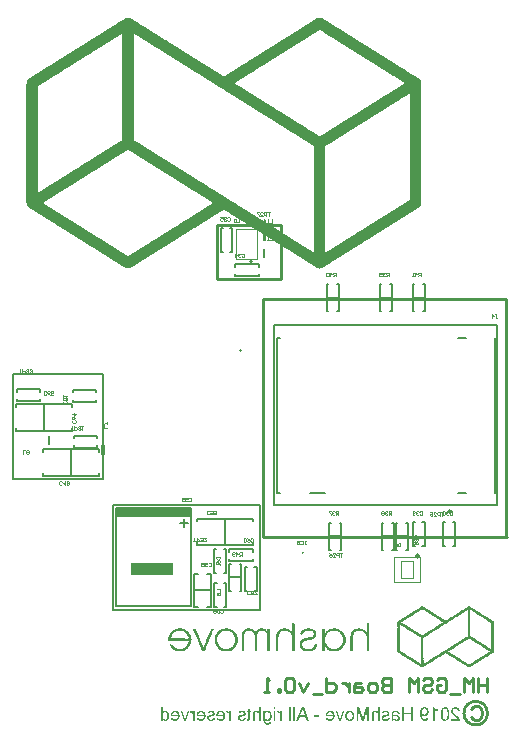
<source format=gbo>
G04*
G04 #@! TF.GenerationSoftware,Altium Limited,Altium Designer,18.0.7 (293)*
G04*
G04 Layer_Color=32896*
%FSLAX25Y25*%
%MOIN*%
G70*
G01*
G75*
%ADD10C,0.00984*%
%ADD11C,0.01000*%
%ADD13C,0.00500*%
%ADD15C,0.00787*%
%ADD16C,0.00591*%
%ADD17C,0.00700*%
%ADD18C,0.00394*%
%ADD19C,0.00787*%
%ADD21C,0.00300*%
%ADD22C,0.00600*%
%ADD24C,0.00197*%
%ADD174C,0.00866*%
%ADD175C,0.00984*%
%ADD176C,0.00197*%
%ADD177C,0.01075*%
%ADD178R,0.14400X0.04400*%
%ADD179R,0.25591X0.03156*%
G36*
X133099Y298623D02*
X133389D01*
Y298527D01*
X133485D01*
Y298430D01*
X133679D01*
Y298333D01*
X133872D01*
Y298236D01*
X133969D01*
Y298140D01*
X134162D01*
Y298043D01*
X134259D01*
Y297946D01*
X134452D01*
Y297850D01*
X134645D01*
Y297753D01*
X134742D01*
Y297656D01*
X134935D01*
Y297560D01*
X135032D01*
Y297463D01*
X135226D01*
Y297366D01*
X135419D01*
Y297270D01*
X135516D01*
Y297173D01*
X135709D01*
Y297076D01*
X135806D01*
Y296979D01*
X135999D01*
Y296883D01*
X136192D01*
Y296786D01*
X136289D01*
Y296690D01*
X136483D01*
Y296593D01*
X136579D01*
Y296496D01*
X136773D01*
Y296399D01*
X136966D01*
Y296303D01*
X137063D01*
Y296206D01*
X137256D01*
Y296109D01*
X137353D01*
Y296013D01*
X137546D01*
Y295916D01*
X137739D01*
Y295819D01*
X137836D01*
Y295723D01*
X138029D01*
Y295626D01*
X138126D01*
Y295529D01*
X138320D01*
Y295433D01*
X138513D01*
Y295336D01*
X138610D01*
Y295239D01*
X138803D01*
Y295143D01*
X138900D01*
Y295046D01*
X139093D01*
Y294949D01*
X139286D01*
Y294852D01*
X139383D01*
Y294756D01*
X139576D01*
Y294659D01*
X139673D01*
Y294562D01*
X139866D01*
Y294466D01*
X140060D01*
Y294369D01*
X140156D01*
Y294272D01*
X140350D01*
Y294176D01*
X140446D01*
Y294079D01*
X140640D01*
Y293982D01*
X140833D01*
Y293886D01*
X140930D01*
Y293789D01*
X141123D01*
Y293692D01*
X141220D01*
Y293596D01*
X141413D01*
Y293499D01*
X141607D01*
Y293402D01*
X141703D01*
Y293305D01*
X141897D01*
Y293209D01*
X141993D01*
Y293112D01*
X142187D01*
Y293016D01*
X142380D01*
Y292919D01*
X142477D01*
Y292822D01*
X142670D01*
Y292725D01*
X142767D01*
Y292629D01*
X142960D01*
Y292532D01*
X143154D01*
Y292435D01*
X143250D01*
Y292339D01*
X143444D01*
Y292242D01*
X143540D01*
Y292145D01*
X143734D01*
Y292049D01*
X143927D01*
Y291952D01*
X144024D01*
Y291855D01*
X144217D01*
Y291759D01*
X144314D01*
Y291662D01*
X144507D01*
Y291565D01*
X144701D01*
Y291469D01*
X144797D01*
Y291372D01*
X144991D01*
Y291275D01*
X145087D01*
Y291178D01*
X145281D01*
Y291082D01*
X145474D01*
Y290985D01*
X145571D01*
Y290889D01*
X145764D01*
Y290792D01*
X145861D01*
Y290695D01*
X146054D01*
Y290598D01*
X146247D01*
Y290502D01*
X146344D01*
Y290405D01*
X146538D01*
Y290308D01*
X146634D01*
Y290212D01*
X146828D01*
Y290115D01*
X147021D01*
Y290018D01*
X147118D01*
Y289922D01*
X147311D01*
Y289825D01*
X147408D01*
Y289728D01*
X147601D01*
Y289632D01*
X147794D01*
Y289535D01*
X147891D01*
Y289438D01*
X148084D01*
Y289341D01*
X148181D01*
Y289245D01*
X148375D01*
Y289148D01*
X148568D01*
Y289052D01*
X148665D01*
Y288955D01*
X148858D01*
Y288858D01*
X148955D01*
Y288761D01*
X149148D01*
Y288665D01*
X149341D01*
Y288568D01*
X149438D01*
Y288471D01*
X149631D01*
Y288375D01*
X149728D01*
Y288278D01*
X149922D01*
Y288181D01*
X150115D01*
Y288085D01*
X150212D01*
Y287988D01*
X150405D01*
Y287891D01*
X150502D01*
Y287795D01*
X150695D01*
Y287698D01*
X150888D01*
Y287601D01*
X150985D01*
Y287505D01*
X151178D01*
Y287408D01*
X151275D01*
Y287311D01*
X151468D01*
Y287214D01*
X151662D01*
Y287118D01*
X151759D01*
Y287021D01*
X151952D01*
Y286924D01*
X152049D01*
Y286828D01*
X152242D01*
Y286731D01*
X152435D01*
Y286634D01*
X152532D01*
Y286538D01*
X152725D01*
Y286441D01*
X152822D01*
Y286344D01*
X153015D01*
Y286248D01*
X153209D01*
Y286151D01*
X153305D01*
Y286054D01*
X153499D01*
Y285958D01*
X153595D01*
Y285861D01*
X153789D01*
Y285764D01*
X153982D01*
Y285667D01*
X154079D01*
Y285571D01*
X154272D01*
Y285474D01*
X154369D01*
Y285378D01*
X154562D01*
Y285281D01*
X154756D01*
Y285184D01*
X154852D01*
Y285087D01*
X155046D01*
Y284991D01*
X155142D01*
Y284894D01*
X155336D01*
Y284797D01*
X155529D01*
Y284701D01*
X155626D01*
Y284604D01*
X155819D01*
Y284507D01*
X155916D01*
Y284411D01*
X156109D01*
Y284314D01*
X156303D01*
Y284217D01*
X156399D01*
Y284121D01*
X156593D01*
Y284024D01*
X156689D01*
Y283927D01*
X156883D01*
Y283831D01*
X157076D01*
Y283734D01*
X157173D01*
Y283637D01*
X157366D01*
Y283541D01*
X157463D01*
Y283444D01*
X157656D01*
Y283347D01*
X157850D01*
Y283250D01*
X157946D01*
Y283154D01*
X158140D01*
Y283057D01*
X158236D01*
Y282960D01*
X158430D01*
Y282864D01*
X158623D01*
Y282767D01*
X158720D01*
Y282670D01*
X158913D01*
Y282574D01*
X159010D01*
Y282477D01*
X159203D01*
Y282380D01*
X159397D01*
Y282284D01*
X159493D01*
Y282187D01*
X159687D01*
Y282090D01*
X159783D01*
Y281994D01*
X159977D01*
Y281897D01*
X160170D01*
Y281800D01*
X160267D01*
Y281703D01*
X160460D01*
Y281607D01*
X160557D01*
Y281510D01*
X160750D01*
Y281414D01*
X160943D01*
Y281317D01*
X161040D01*
Y281220D01*
X161233D01*
Y281123D01*
X161330D01*
Y281027D01*
X161523D01*
Y280930D01*
X161717D01*
Y280833D01*
X161814D01*
Y280737D01*
X162007D01*
Y280640D01*
X162104D01*
Y280543D01*
X162297D01*
Y280447D01*
X162490D01*
Y280350D01*
X162587D01*
Y280253D01*
X162780D01*
Y280157D01*
X162877D01*
Y280060D01*
X163070D01*
Y279963D01*
X163264D01*
Y279867D01*
X163361D01*
Y279770D01*
X163554D01*
Y279673D01*
X163651D01*
Y279576D01*
X163844D01*
Y279480D01*
X164037D01*
Y279383D01*
X164134D01*
Y279286D01*
X164327D01*
Y279190D01*
X164424D01*
Y279093D01*
X164617D01*
Y278996D01*
X164811D01*
Y278900D01*
X164908D01*
Y278803D01*
X165101D01*
Y278706D01*
X165198D01*
Y278610D01*
X165391D01*
Y278513D01*
X165584D01*
Y278416D01*
X165681D01*
Y278320D01*
X165874D01*
Y278223D01*
X165971D01*
Y278126D01*
X166068D01*
Y278029D01*
X166164D01*
Y277836D01*
X166261D01*
Y277643D01*
X166358D01*
Y277353D01*
X166454D01*
Y236359D01*
X166358D01*
Y236166D01*
X166261D01*
Y235972D01*
X166164D01*
Y235779D01*
X166068D01*
Y235682D01*
X165971D01*
Y235585D01*
X165874D01*
Y235489D01*
X165778D01*
Y235392D01*
X165584D01*
Y235295D01*
X165488D01*
Y235199D01*
X165294D01*
Y235102D01*
X165198D01*
Y235005D01*
X165004D01*
Y234909D01*
X164811D01*
Y234812D01*
X164714D01*
Y234715D01*
X164521D01*
Y234619D01*
X164424D01*
Y234522D01*
X164231D01*
Y234425D01*
X164037D01*
Y234329D01*
X163941D01*
Y234232D01*
X163747D01*
Y234135D01*
X163651D01*
Y234038D01*
X163457D01*
Y233942D01*
X163264D01*
Y233845D01*
X163167D01*
Y233749D01*
X162974D01*
Y233652D01*
X162877D01*
Y233555D01*
X162684D01*
Y233458D01*
X162490D01*
Y233362D01*
X162394D01*
Y233265D01*
X162200D01*
Y233168D01*
X162104D01*
Y233072D01*
X161910D01*
Y232975D01*
X161814D01*
Y232878D01*
X161620D01*
Y232782D01*
X161427D01*
Y232685D01*
X161330D01*
Y232588D01*
X161137D01*
Y232492D01*
X160943D01*
Y232395D01*
X160847D01*
Y232298D01*
X160653D01*
Y232202D01*
X160557D01*
Y232105D01*
X160363D01*
Y232008D01*
X160170D01*
Y231911D01*
X160073D01*
Y231815D01*
X159880D01*
Y231718D01*
X159783D01*
Y231622D01*
X159590D01*
Y231525D01*
X159397D01*
Y231428D01*
X159300D01*
Y231331D01*
X159106D01*
Y231235D01*
X159010D01*
Y231138D01*
X158816D01*
Y231041D01*
X158623D01*
Y230945D01*
X158526D01*
Y230848D01*
X158333D01*
Y230751D01*
X158236D01*
Y230655D01*
X158043D01*
Y230558D01*
X157850D01*
Y230461D01*
X157753D01*
Y230365D01*
X157560D01*
Y230268D01*
X157463D01*
Y230171D01*
X157270D01*
Y230075D01*
X157076D01*
Y229978D01*
X156979D01*
Y229881D01*
X156786D01*
Y229784D01*
X156689D01*
Y229688D01*
X156496D01*
Y229591D01*
X156303D01*
Y229494D01*
X156206D01*
Y229398D01*
X156013D01*
Y229301D01*
X155916D01*
Y229204D01*
X155722D01*
Y229108D01*
X155626D01*
Y229011D01*
X155432D01*
Y228914D01*
X155239D01*
Y228818D01*
X155142D01*
Y228721D01*
X154949D01*
Y228624D01*
X154756D01*
Y228528D01*
X154659D01*
Y228431D01*
X154466D01*
Y228334D01*
X154369D01*
Y228238D01*
X154176D01*
Y228141D01*
X153982D01*
Y228044D01*
X153885D01*
Y227947D01*
X153692D01*
Y227851D01*
X153595D01*
Y227754D01*
X153402D01*
Y227657D01*
X153209D01*
Y227561D01*
X153112D01*
Y227464D01*
X152919D01*
Y227367D01*
X152822D01*
Y227271D01*
X152629D01*
Y227174D01*
X152435D01*
Y227077D01*
X152339D01*
Y226981D01*
X152145D01*
Y226884D01*
X152049D01*
Y226787D01*
X151855D01*
Y226691D01*
X151662D01*
Y226594D01*
X151565D01*
Y226497D01*
X151372D01*
Y226400D01*
X151275D01*
Y226304D01*
X151082D01*
Y226207D01*
X150888D01*
Y226111D01*
X150792D01*
Y226014D01*
X150598D01*
Y225917D01*
X150502D01*
Y225820D01*
X150308D01*
Y225724D01*
X150115D01*
Y225627D01*
X150018D01*
Y225530D01*
X149825D01*
Y225434D01*
X149728D01*
Y225337D01*
X149535D01*
Y225240D01*
X149438D01*
Y225144D01*
X149245D01*
Y225047D01*
X149051D01*
Y224950D01*
X148955D01*
Y224854D01*
X148761D01*
Y224757D01*
X148568D01*
Y224660D01*
X148471D01*
Y224564D01*
X148278D01*
Y224467D01*
X148181D01*
Y224370D01*
X147988D01*
Y224273D01*
X147794D01*
Y224177D01*
X147698D01*
Y224080D01*
X147504D01*
Y223983D01*
X147408D01*
Y223887D01*
X147214D01*
Y223790D01*
X147021D01*
Y223693D01*
X146924D01*
Y223597D01*
X146731D01*
Y223500D01*
X146634D01*
Y223403D01*
X146441D01*
Y223307D01*
X146247D01*
Y223210D01*
X146151D01*
Y223113D01*
X145958D01*
Y223017D01*
X145861D01*
Y222920D01*
X145667D01*
Y222823D01*
X145474D01*
Y222727D01*
X145377D01*
Y222630D01*
X145184D01*
Y222533D01*
X145087D01*
Y222436D01*
X144894D01*
Y222340D01*
X144701D01*
Y222243D01*
X144604D01*
Y222147D01*
X144411D01*
Y222050D01*
X144314D01*
Y221953D01*
X144121D01*
Y221856D01*
X143927D01*
Y221760D01*
X143830D01*
Y221663D01*
X143637D01*
Y221566D01*
X143540D01*
Y221470D01*
X143347D01*
Y221373D01*
X143250D01*
Y221276D01*
X143057D01*
Y221180D01*
X142864D01*
Y221083D01*
X142767D01*
Y220986D01*
X142574D01*
Y220890D01*
X142380D01*
Y220793D01*
X142283D01*
Y220696D01*
X142090D01*
Y220600D01*
X141993D01*
Y220503D01*
X141800D01*
Y220406D01*
X141607D01*
Y220309D01*
X141510D01*
Y220213D01*
X141317D01*
Y220116D01*
X141220D01*
Y220019D01*
X141027D01*
Y219923D01*
X140833D01*
Y219826D01*
X140737D01*
Y219729D01*
X140543D01*
Y219633D01*
X140446D01*
Y219536D01*
X140253D01*
Y219439D01*
X140060D01*
Y219343D01*
X139963D01*
Y219246D01*
X139770D01*
Y219149D01*
X139673D01*
Y219053D01*
X139480D01*
Y218956D01*
X139286D01*
Y218859D01*
X139190D01*
Y218762D01*
X138996D01*
Y218666D01*
X138803D01*
Y218569D01*
X138706D01*
Y218473D01*
X138513D01*
Y218376D01*
X138416D01*
Y218279D01*
X138223D01*
Y218182D01*
X138126D01*
Y218086D01*
X137933D01*
Y217989D01*
X137739D01*
Y217892D01*
X137643D01*
Y217796D01*
X137449D01*
Y217699D01*
X137353D01*
Y217602D01*
X137159D01*
Y217506D01*
X137063D01*
Y217409D01*
X136869D01*
Y217312D01*
X136676D01*
Y217216D01*
X136579D01*
Y217119D01*
X136386D01*
Y217022D01*
X136192D01*
Y216926D01*
X136096D01*
Y216829D01*
X135902D01*
Y216732D01*
X135806D01*
Y216635D01*
X135612D01*
Y216539D01*
X135419D01*
Y216442D01*
X135322D01*
Y216346D01*
X135129D01*
Y216249D01*
X135032D01*
Y216152D01*
X134839D01*
Y216055D01*
X134645D01*
Y215959D01*
X134549D01*
Y215862D01*
X134355D01*
Y215765D01*
X134259D01*
Y215669D01*
X134065D01*
Y215572D01*
X133872D01*
Y215475D01*
X133775D01*
Y215379D01*
X133582D01*
Y215282D01*
X133389D01*
Y215185D01*
X133195D01*
Y215089D01*
X132712D01*
Y214992D01*
X132518D01*
Y215089D01*
X132035D01*
Y215185D01*
X131842D01*
Y215282D01*
X131648D01*
Y215379D01*
X131552D01*
Y215475D01*
X131358D01*
Y215572D01*
X131165D01*
Y215669D01*
X131068D01*
Y215765D01*
X130875D01*
Y215862D01*
X130778D01*
Y215959D01*
X130585D01*
Y216055D01*
X130391D01*
Y216152D01*
X130295D01*
Y216249D01*
X130101D01*
Y216346D01*
X130005D01*
Y216442D01*
X129811D01*
Y216539D01*
X129618D01*
Y216635D01*
X129521D01*
Y216732D01*
X129328D01*
Y216829D01*
X129231D01*
Y216926D01*
X129038D01*
Y217022D01*
X128844D01*
Y217119D01*
X128748D01*
Y217216D01*
X128554D01*
Y217312D01*
X128458D01*
Y217409D01*
X128264D01*
Y217506D01*
X128168D01*
Y217602D01*
X127974D01*
Y217699D01*
X127781D01*
Y217796D01*
X127588D01*
Y217892D01*
X127491D01*
Y217989D01*
X127298D01*
Y218086D01*
X127201D01*
Y218182D01*
X127007D01*
Y218279D01*
X126911D01*
Y218376D01*
X126717D01*
Y218473D01*
X126524D01*
Y218569D01*
X126427D01*
Y218666D01*
X126234D01*
Y218762D01*
X126137D01*
Y218859D01*
X125944D01*
Y218956D01*
X125751D01*
Y219053D01*
X125654D01*
Y219149D01*
X125461D01*
Y219246D01*
X125364D01*
Y219343D01*
X125171D01*
Y219439D01*
X124977D01*
Y219536D01*
X124881D01*
Y219633D01*
X124687D01*
Y219729D01*
X124590D01*
Y219826D01*
X124397D01*
Y219923D01*
X124204D01*
Y220019D01*
X124107D01*
Y220116D01*
X123914D01*
Y220213D01*
X123817D01*
Y220309D01*
X123624D01*
Y220406D01*
X123430D01*
Y220503D01*
X123334D01*
Y220600D01*
X123140D01*
Y220696D01*
X123044D01*
Y220793D01*
X122850D01*
Y220890D01*
X122657D01*
Y220986D01*
X122560D01*
Y221083D01*
X122367D01*
Y221180D01*
X122270D01*
Y221276D01*
X122077D01*
Y221373D01*
X121980D01*
Y221470D01*
X121787D01*
Y221566D01*
X121593D01*
Y221663D01*
X121400D01*
Y221760D01*
X121303D01*
Y221856D01*
X121110D01*
Y221953D01*
X121013D01*
Y222050D01*
X120820D01*
Y222147D01*
X120723D01*
Y222243D01*
X120530D01*
Y222340D01*
X120336D01*
Y222436D01*
X120240D01*
Y222533D01*
X120046D01*
Y222630D01*
X119950D01*
Y222727D01*
X119756D01*
Y222823D01*
X119563D01*
Y222920D01*
X119466D01*
Y223017D01*
X119273D01*
Y223113D01*
X119176D01*
Y223210D01*
X118983D01*
Y223307D01*
X118789D01*
Y223403D01*
X118693D01*
Y223500D01*
X118499D01*
Y223597D01*
X118403D01*
Y223693D01*
X118209D01*
Y223790D01*
X118016D01*
Y223887D01*
X117919D01*
Y223983D01*
X117726D01*
Y224080D01*
X117629D01*
Y224177D01*
X117436D01*
Y224273D01*
X117243D01*
Y224370D01*
X117146D01*
Y224467D01*
X116952D01*
Y224564D01*
X116856D01*
Y224660D01*
X116662D01*
Y224757D01*
X116469D01*
Y224854D01*
X116372D01*
Y224950D01*
X116179D01*
Y225047D01*
X116082D01*
Y225144D01*
X115889D01*
Y225240D01*
X115792D01*
Y225337D01*
X115599D01*
Y225434D01*
X115405D01*
Y225530D01*
X115212D01*
Y225627D01*
X115115D01*
Y225724D01*
X114922D01*
Y225820D01*
X114825D01*
Y225917D01*
X114632D01*
Y226014D01*
X114535D01*
Y226111D01*
X114342D01*
Y226207D01*
X114149D01*
Y226304D01*
X114052D01*
Y226400D01*
X113858D01*
Y226497D01*
X113762D01*
Y226594D01*
X113568D01*
Y226691D01*
X113375D01*
Y226787D01*
X113278D01*
Y226884D01*
X113085D01*
Y226981D01*
X112988D01*
Y227077D01*
X112795D01*
Y227174D01*
X112602D01*
Y227271D01*
X112505D01*
Y227367D01*
X112312D01*
Y227464D01*
X112215D01*
Y227561D01*
X112022D01*
Y227657D01*
X111828D01*
Y227754D01*
X111732D01*
Y227851D01*
X111538D01*
Y227947D01*
X111442D01*
Y228044D01*
X111248D01*
Y228141D01*
X111055D01*
Y228238D01*
X110958D01*
Y228334D01*
X110765D01*
Y228431D01*
X110668D01*
Y228528D01*
X110475D01*
Y228624D01*
X110281D01*
Y228721D01*
X110185D01*
Y228818D01*
X109991D01*
Y228914D01*
X109895D01*
Y229011D01*
X109701D01*
Y229108D01*
X109605D01*
Y229204D01*
X109411D01*
Y229301D01*
X109218D01*
Y229398D01*
X109024D01*
Y229494D01*
X108928D01*
Y229591D01*
X108734D01*
Y229688D01*
X108638D01*
Y229784D01*
X108444D01*
Y229881D01*
X108348D01*
Y229978D01*
X108154D01*
Y230075D01*
X107961D01*
Y230171D01*
X107864D01*
Y230268D01*
X107671D01*
Y230365D01*
X107574D01*
Y230461D01*
X107381D01*
Y230558D01*
X107187D01*
Y230655D01*
X107091D01*
Y230751D01*
X106897D01*
Y230848D01*
X106801D01*
Y230945D01*
X106607D01*
Y231041D01*
X106414D01*
Y231138D01*
X106317D01*
Y231235D01*
X106124D01*
Y231331D01*
X106027D01*
Y231428D01*
X105834D01*
Y231525D01*
X105640D01*
Y231622D01*
X105544D01*
Y231718D01*
X105350D01*
Y231815D01*
X105254D01*
Y231911D01*
X105060D01*
Y232008D01*
X104867D01*
Y232105D01*
X104770D01*
Y232202D01*
X104577D01*
Y232298D01*
X104480D01*
Y232395D01*
X104287D01*
Y232492D01*
X104094D01*
Y232588D01*
X103997D01*
Y232685D01*
X103804D01*
Y232782D01*
X103707D01*
Y232878D01*
X103513D01*
Y232975D01*
X103417D01*
Y233072D01*
X103223D01*
Y233168D01*
X103030D01*
Y233265D01*
X102837D01*
Y233362D01*
X102740D01*
Y233458D01*
X102547D01*
Y233555D01*
X102450D01*
Y233652D01*
X102257D01*
Y233749D01*
X102160D01*
Y233845D01*
X101967D01*
Y233942D01*
X101773D01*
Y234038D01*
X101676D01*
Y234135D01*
X101483D01*
Y234232D01*
X101386D01*
Y234329D01*
X101193D01*
Y234425D01*
X101000D01*
Y234522D01*
X100903D01*
Y234619D01*
X100710D01*
Y234715D01*
X100613D01*
Y234619D01*
X100516D01*
Y234522D01*
X100323D01*
Y234425D01*
X100226D01*
Y234329D01*
X100033D01*
Y234232D01*
X99839D01*
Y234135D01*
X99743D01*
Y234038D01*
X99549D01*
Y233942D01*
X99453D01*
Y233845D01*
X99259D01*
Y233749D01*
X99066D01*
Y233652D01*
X98969D01*
Y233555D01*
X98776D01*
Y233458D01*
X98583D01*
Y233362D01*
X98486D01*
Y233265D01*
X98292D01*
Y233168D01*
X98196D01*
Y233072D01*
X98002D01*
Y232975D01*
X97906D01*
Y232878D01*
X97712D01*
Y232782D01*
X97519D01*
Y232685D01*
X97422D01*
Y232588D01*
X97229D01*
Y232492D01*
X97132D01*
Y232395D01*
X96939D01*
Y232298D01*
X96746D01*
Y232202D01*
X96649D01*
Y232105D01*
X96456D01*
Y232008D01*
X96359D01*
Y231911D01*
X96166D01*
Y231815D01*
X95972D01*
Y231718D01*
X95875D01*
Y231622D01*
X95682D01*
Y231525D01*
X95489D01*
Y231428D01*
X95392D01*
Y231331D01*
X95199D01*
Y231235D01*
X95102D01*
Y231138D01*
X94909D01*
Y231041D01*
X94715D01*
Y230945D01*
X94618D01*
Y230848D01*
X94425D01*
Y230751D01*
X94328D01*
Y230655D01*
X94135D01*
Y230558D01*
X94038D01*
Y230461D01*
X93845D01*
Y230365D01*
X93652D01*
Y230268D01*
X93555D01*
Y230171D01*
X93362D01*
Y230075D01*
X93265D01*
Y229978D01*
X93072D01*
Y229881D01*
X92878D01*
Y229784D01*
X92782D01*
Y229688D01*
X92588D01*
Y229591D01*
X92395D01*
Y229494D01*
X92298D01*
Y229398D01*
X92105D01*
Y229301D01*
X92008D01*
Y229204D01*
X91815D01*
Y229108D01*
X91718D01*
Y229011D01*
X91525D01*
Y228914D01*
X91331D01*
Y228818D01*
X91235D01*
Y228721D01*
X91041D01*
Y228624D01*
X90945D01*
Y228528D01*
X90751D01*
Y228431D01*
X90558D01*
Y228334D01*
X90461D01*
Y228238D01*
X90268D01*
Y228141D01*
X90171D01*
Y228044D01*
X89978D01*
Y227947D01*
X89784D01*
Y227851D01*
X89688D01*
Y227754D01*
X89494D01*
Y227657D01*
X89301D01*
Y227561D01*
X89204D01*
Y227464D01*
X89011D01*
Y227367D01*
X88914D01*
Y227271D01*
X88721D01*
Y227174D01*
X88528D01*
Y227077D01*
X88431D01*
Y226981D01*
X88237D01*
Y226884D01*
X88141D01*
Y226787D01*
X87947D01*
Y226691D01*
X87851D01*
Y226594D01*
X87657D01*
Y226497D01*
X87464D01*
Y226400D01*
X87367D01*
Y226304D01*
X87174D01*
Y226207D01*
X87077D01*
Y226111D01*
X86884D01*
Y226014D01*
X86690D01*
Y225917D01*
X86594D01*
Y225820D01*
X86400D01*
Y225724D01*
X86207D01*
Y225627D01*
X86110D01*
Y225530D01*
X85917D01*
Y225434D01*
X85820D01*
Y225337D01*
X85627D01*
Y225240D01*
X85530D01*
Y225144D01*
X85337D01*
Y225047D01*
X85144D01*
Y224950D01*
X85047D01*
Y224854D01*
X84854D01*
Y224757D01*
X84757D01*
Y224660D01*
X84563D01*
Y224564D01*
X84370D01*
Y224467D01*
X84273D01*
Y224370D01*
X84080D01*
Y224273D01*
X83983D01*
Y224177D01*
X83790D01*
Y224080D01*
X83597D01*
Y223983D01*
X83500D01*
Y223887D01*
X83307D01*
Y223790D01*
X83113D01*
Y223693D01*
X83017D01*
Y223597D01*
X82823D01*
Y223500D01*
X82726D01*
Y223403D01*
X82533D01*
Y223307D01*
X82340D01*
Y223210D01*
X82243D01*
Y223113D01*
X82050D01*
Y223017D01*
X81953D01*
Y222920D01*
X81760D01*
Y222823D01*
X81663D01*
Y222727D01*
X81470D01*
Y222630D01*
X81276D01*
Y222533D01*
X81179D01*
Y222436D01*
X80986D01*
Y222340D01*
X80889D01*
Y222243D01*
X80696D01*
Y222147D01*
X80503D01*
Y222050D01*
X80406D01*
Y221953D01*
X80213D01*
Y221856D01*
X80019D01*
Y221760D01*
X79923D01*
Y221663D01*
X79729D01*
Y221566D01*
X79633D01*
Y221470D01*
X79439D01*
Y221373D01*
X79343D01*
Y221276D01*
X79149D01*
Y221180D01*
X78956D01*
Y221083D01*
X78859D01*
Y220986D01*
X78666D01*
Y220890D01*
X78569D01*
Y220793D01*
X78376D01*
Y220696D01*
X78182D01*
Y220600D01*
X78086D01*
Y220503D01*
X77892D01*
Y220406D01*
X77796D01*
Y220309D01*
X77602D01*
Y220213D01*
X77409D01*
Y220116D01*
X77312D01*
Y220019D01*
X77119D01*
Y219923D01*
X76925D01*
Y219826D01*
X76829D01*
Y219729D01*
X76635D01*
Y219633D01*
X76539D01*
Y219536D01*
X76345D01*
Y219439D01*
X76152D01*
Y219343D01*
X76055D01*
Y219246D01*
X75862D01*
Y219149D01*
X75765D01*
Y219053D01*
X75572D01*
Y218956D01*
X75475D01*
Y218859D01*
X75282D01*
Y218762D01*
X75089D01*
Y218666D01*
X74992D01*
Y218569D01*
X74798D01*
Y218473D01*
X74702D01*
Y218376D01*
X74508D01*
Y218279D01*
X74315D01*
Y218182D01*
X74218D01*
Y218086D01*
X74025D01*
Y217989D01*
X73832D01*
Y217892D01*
X73735D01*
Y217796D01*
X73541D01*
Y217699D01*
X73445D01*
Y217602D01*
X73251D01*
Y217506D01*
X73155D01*
Y217409D01*
X72961D01*
Y217312D01*
X72768D01*
Y217216D01*
X72671D01*
Y217119D01*
X72478D01*
Y217022D01*
X72381D01*
Y216926D01*
X72188D01*
Y216829D01*
X71995D01*
Y216732D01*
X71898D01*
Y216635D01*
X71705D01*
Y216539D01*
X71608D01*
Y216442D01*
X71415D01*
Y216346D01*
X71221D01*
Y216249D01*
X71124D01*
Y216152D01*
X70931D01*
Y216055D01*
X70738D01*
Y215959D01*
X70641D01*
Y215862D01*
X70448D01*
Y215765D01*
X70351D01*
Y215669D01*
X70158D01*
Y215572D01*
X69964D01*
Y215475D01*
X69867D01*
Y215379D01*
X69674D01*
Y215282D01*
X69577D01*
Y215185D01*
X69287D01*
Y215089D01*
X68804D01*
Y214992D01*
X68707D01*
Y215089D01*
X68127D01*
Y215185D01*
X67934D01*
Y215282D01*
X67740D01*
Y215379D01*
X67644D01*
Y215475D01*
X67450D01*
Y215572D01*
X67354D01*
Y215669D01*
X67160D01*
Y215765D01*
X66967D01*
Y215862D01*
X66870D01*
Y215959D01*
X66677D01*
Y216055D01*
X66484D01*
Y216152D01*
X66387D01*
Y216249D01*
X66194D01*
Y216346D01*
X66097D01*
Y216442D01*
X65904D01*
Y216539D01*
X65710D01*
Y216635D01*
X65614D01*
Y216732D01*
X65420D01*
Y216829D01*
X65323D01*
Y216926D01*
X65130D01*
Y217022D01*
X64937D01*
Y217119D01*
X64840D01*
Y217216D01*
X64647D01*
Y217312D01*
X64550D01*
Y217409D01*
X64357D01*
Y217506D01*
X64163D01*
Y217602D01*
X64066D01*
Y217699D01*
X63873D01*
Y217796D01*
X63776D01*
Y217892D01*
X63583D01*
Y217989D01*
X63390D01*
Y218086D01*
X63293D01*
Y218182D01*
X63100D01*
Y218279D01*
X63003D01*
Y218376D01*
X62810D01*
Y218473D01*
X62616D01*
Y218569D01*
X62520D01*
Y218666D01*
X62326D01*
Y218762D01*
X62230D01*
Y218859D01*
X62036D01*
Y218956D01*
X61843D01*
Y219053D01*
X61746D01*
Y219149D01*
X61553D01*
Y219246D01*
X61456D01*
Y219343D01*
X61263D01*
Y219439D01*
X61166D01*
Y219536D01*
X60973D01*
Y219633D01*
X60779D01*
Y219729D01*
X60683D01*
Y219826D01*
X60489D01*
Y219923D01*
X60296D01*
Y220019D01*
X60199D01*
Y220116D01*
X60006D01*
Y220213D01*
X59909D01*
Y220309D01*
X59716D01*
Y220406D01*
X59522D01*
Y220503D01*
X59426D01*
Y220600D01*
X59232D01*
Y220696D01*
X59136D01*
Y220793D01*
X58942D01*
Y220890D01*
X58749D01*
Y220986D01*
X58652D01*
Y221083D01*
X58459D01*
Y221180D01*
X58362D01*
Y221276D01*
X58169D01*
Y221373D01*
X57976D01*
Y221470D01*
X57879D01*
Y221566D01*
X57685D01*
Y221663D01*
X57589D01*
Y221760D01*
X57395D01*
Y221856D01*
X57202D01*
Y221953D01*
X57105D01*
Y222050D01*
X56912D01*
Y222147D01*
X56815D01*
Y222243D01*
X56622D01*
Y222340D01*
X56428D01*
Y222436D01*
X56332D01*
Y222533D01*
X56138D01*
Y222630D01*
X56042D01*
Y222727D01*
X55848D01*
Y222823D01*
X55655D01*
Y222920D01*
X55558D01*
Y223017D01*
X55365D01*
Y223113D01*
X55268D01*
Y223210D01*
X55075D01*
Y223307D01*
X54978D01*
Y223403D01*
X54785D01*
Y223500D01*
X54592D01*
Y223597D01*
X54495D01*
Y223693D01*
X54302D01*
Y223790D01*
X54108D01*
Y223887D01*
X54011D01*
Y223983D01*
X53818D01*
Y224080D01*
X53721D01*
Y224177D01*
X53528D01*
Y224273D01*
X53335D01*
Y224370D01*
X53238D01*
Y224467D01*
X53045D01*
Y224564D01*
X52948D01*
Y224660D01*
X52755D01*
Y224757D01*
X52561D01*
Y224854D01*
X52464D01*
Y224950D01*
X52271D01*
Y225047D01*
X52175D01*
Y225144D01*
X51981D01*
Y225240D01*
X51788D01*
Y225337D01*
X51691D01*
Y225434D01*
X51498D01*
Y225530D01*
X51401D01*
Y225627D01*
X51208D01*
Y225724D01*
X51014D01*
Y225820D01*
X50918D01*
Y225917D01*
X50724D01*
Y226014D01*
X50627D01*
Y226111D01*
X50434D01*
Y226207D01*
X50241D01*
Y226304D01*
X50144D01*
Y226400D01*
X49951D01*
Y226497D01*
X49854D01*
Y226594D01*
X49661D01*
Y226691D01*
X49467D01*
Y226787D01*
X49371D01*
Y226884D01*
X49177D01*
Y226981D01*
X49081D01*
Y227077D01*
X48887D01*
Y227174D01*
X48790D01*
Y227271D01*
X48597D01*
Y227367D01*
X48404D01*
Y227464D01*
X48307D01*
Y227561D01*
X48114D01*
Y227657D01*
X47920D01*
Y227754D01*
X47824D01*
Y227851D01*
X47630D01*
Y227947D01*
X47534D01*
Y228044D01*
X47340D01*
Y228141D01*
X47147D01*
Y228238D01*
X47050D01*
Y228334D01*
X46857D01*
Y228431D01*
X46760D01*
Y228528D01*
X46567D01*
Y228624D01*
X46373D01*
Y228721D01*
X46277D01*
Y228818D01*
X46083D01*
Y228914D01*
X45987D01*
Y229011D01*
X45793D01*
Y229108D01*
X45600D01*
Y229204D01*
X45503D01*
Y229301D01*
X45310D01*
Y229398D01*
X45213D01*
Y229494D01*
X45020D01*
Y229591D01*
X44826D01*
Y229688D01*
X44730D01*
Y229784D01*
X44537D01*
Y229881D01*
X44440D01*
Y229978D01*
X44246D01*
Y230075D01*
X44053D01*
Y230171D01*
X43956D01*
Y230268D01*
X43763D01*
Y230365D01*
X43666D01*
Y230461D01*
X43473D01*
Y230558D01*
X43280D01*
Y230655D01*
X43183D01*
Y230751D01*
X42990D01*
Y230848D01*
X42893D01*
Y230945D01*
X42700D01*
Y231041D01*
X42603D01*
Y231138D01*
X42409D01*
Y231235D01*
X42216D01*
Y231331D01*
X42119D01*
Y231428D01*
X41926D01*
Y231525D01*
X41733D01*
Y231622D01*
X41636D01*
Y231718D01*
X41443D01*
Y231815D01*
X41346D01*
Y231911D01*
X41153D01*
Y232008D01*
X40959D01*
Y232105D01*
X40863D01*
Y232202D01*
X40669D01*
Y232298D01*
X40572D01*
Y232395D01*
X40379D01*
Y232492D01*
X40186D01*
Y232588D01*
X40089D01*
Y232685D01*
X39896D01*
Y232782D01*
X39799D01*
Y232878D01*
X39606D01*
Y232975D01*
X39412D01*
Y233072D01*
X39316D01*
Y233168D01*
X39122D01*
Y233265D01*
X39026D01*
Y233362D01*
X38832D01*
Y233458D01*
X38639D01*
Y233555D01*
X38542D01*
Y233652D01*
X38349D01*
Y233749D01*
X38252D01*
Y233845D01*
X38059D01*
Y233942D01*
X37865D01*
Y234038D01*
X37769D01*
Y234135D01*
X37575D01*
Y234232D01*
X37479D01*
Y234329D01*
X37285D01*
Y234425D01*
X37092D01*
Y234522D01*
X36995D01*
Y234619D01*
X36802D01*
Y234715D01*
X36705D01*
Y234812D01*
X36512D01*
Y234909D01*
X36415D01*
Y235005D01*
X36222D01*
Y235102D01*
X36028D01*
Y235199D01*
X35932D01*
Y235295D01*
X35738D01*
Y235392D01*
X35642D01*
Y235489D01*
X35448D01*
Y235585D01*
X35351D01*
Y235779D01*
X35255D01*
Y235876D01*
X35158D01*
Y236069D01*
X35061D01*
Y236262D01*
X34965D01*
Y236746D01*
X34868D01*
Y276676D01*
X34965D01*
Y276869D01*
X34868D01*
Y276966D01*
X34965D01*
Y277546D01*
X35061D01*
Y277740D01*
X35158D01*
Y277933D01*
X35255D01*
Y278029D01*
X35351D01*
Y278126D01*
X35448D01*
Y278223D01*
X35545D01*
Y278320D01*
X35642D01*
Y278416D01*
X35835D01*
Y278513D01*
X36028D01*
Y278610D01*
X36125D01*
Y278706D01*
X36318D01*
Y278803D01*
X36415D01*
Y278900D01*
X36608D01*
Y278996D01*
X36802D01*
Y279093D01*
X36898D01*
Y279190D01*
X37092D01*
Y279286D01*
X37189D01*
Y279383D01*
X37382D01*
Y279480D01*
X37575D01*
Y279576D01*
X37672D01*
Y279673D01*
X37865D01*
Y279770D01*
X37962D01*
Y279867D01*
X38155D01*
Y279963D01*
X38349D01*
Y280060D01*
X38445D01*
Y280157D01*
X38639D01*
Y280253D01*
X38735D01*
Y280350D01*
X38929D01*
Y280447D01*
X39122D01*
Y280543D01*
X39219D01*
Y280640D01*
X39412D01*
Y280737D01*
X39509D01*
Y280833D01*
X39702D01*
Y280930D01*
X39896D01*
Y281027D01*
X39992D01*
Y281123D01*
X40186D01*
Y281220D01*
X40282D01*
Y281317D01*
X40476D01*
Y281414D01*
X40669D01*
Y281510D01*
X40766D01*
Y281607D01*
X40959D01*
Y281703D01*
X41056D01*
Y281800D01*
X41249D01*
Y281897D01*
X41443D01*
Y281994D01*
X41539D01*
Y282090D01*
X41733D01*
Y282187D01*
X41829D01*
Y282284D01*
X42023D01*
Y282380D01*
X42216D01*
Y282477D01*
X42313D01*
Y282574D01*
X42506D01*
Y282670D01*
X42603D01*
Y282767D01*
X42796D01*
Y282864D01*
X42990D01*
Y282960D01*
X43086D01*
Y283057D01*
X43280D01*
Y283154D01*
X43376D01*
Y283250D01*
X43570D01*
Y283347D01*
X43763D01*
Y283444D01*
X43860D01*
Y283541D01*
X44053D01*
Y283637D01*
X44150D01*
Y283734D01*
X44343D01*
Y283831D01*
X44537D01*
Y283927D01*
X44633D01*
Y284024D01*
X44826D01*
Y284121D01*
X44923D01*
Y284217D01*
X45117D01*
Y284314D01*
X45310D01*
Y284411D01*
X45407D01*
Y284507D01*
X45600D01*
Y284604D01*
X45697D01*
Y284701D01*
X45890D01*
Y284797D01*
X46083D01*
Y284894D01*
X46180D01*
Y284991D01*
X46373D01*
Y285087D01*
X46470D01*
Y285184D01*
X46663D01*
Y285281D01*
X46857D01*
Y285378D01*
X46953D01*
Y285474D01*
X47147D01*
Y285571D01*
X47244D01*
Y285667D01*
X47437D01*
Y285764D01*
X47630D01*
Y285861D01*
X47727D01*
Y285958D01*
X47920D01*
Y286054D01*
X48017D01*
Y286151D01*
X48210D01*
Y286248D01*
X48404D01*
Y286344D01*
X48500D01*
Y286441D01*
X48694D01*
Y286538D01*
X48790D01*
Y286634D01*
X48984D01*
Y286731D01*
X49177D01*
Y286828D01*
X49274D01*
Y286924D01*
X49467D01*
Y287021D01*
X49564D01*
Y287118D01*
X49757D01*
Y287214D01*
X49951D01*
Y287311D01*
X50047D01*
Y287408D01*
X50241D01*
Y287505D01*
X50337D01*
Y287601D01*
X50531D01*
Y287698D01*
X50724D01*
Y287795D01*
X50821D01*
Y287891D01*
X51014D01*
Y287988D01*
X51111D01*
Y288085D01*
X51304D01*
Y288181D01*
X51498D01*
Y288278D01*
X51594D01*
Y288375D01*
X51788D01*
Y288471D01*
X51884D01*
Y288568D01*
X52078D01*
Y288665D01*
X52271D01*
Y288761D01*
X52368D01*
Y288858D01*
X52561D01*
Y288955D01*
X52658D01*
Y289052D01*
X52851D01*
Y289148D01*
X53045D01*
Y289245D01*
X53141D01*
Y289341D01*
X53335D01*
Y289438D01*
X53431D01*
Y289535D01*
X53625D01*
Y289632D01*
X53818D01*
Y289728D01*
X53915D01*
Y289825D01*
X54108D01*
Y289922D01*
X54205D01*
Y290018D01*
X54398D01*
Y290115D01*
X54592D01*
Y290212D01*
X54688D01*
Y290308D01*
X54882D01*
Y290405D01*
X54978D01*
Y290502D01*
X55172D01*
Y290598D01*
X55365D01*
Y290695D01*
X55462D01*
Y290792D01*
X55655D01*
Y290889D01*
X55752D01*
Y290985D01*
X55945D01*
Y291082D01*
X56138D01*
Y291178D01*
X56235D01*
Y291275D01*
X56428D01*
Y291372D01*
X56525D01*
Y291469D01*
X56719D01*
Y291565D01*
X56912D01*
Y291662D01*
X57009D01*
Y291759D01*
X57202D01*
Y291855D01*
X57299D01*
Y291952D01*
X57492D01*
Y292049D01*
X57685D01*
Y292145D01*
X57782D01*
Y292242D01*
X57976D01*
Y292339D01*
X58072D01*
Y292435D01*
X58266D01*
Y292532D01*
X58459D01*
Y292629D01*
X58556D01*
Y292725D01*
X58749D01*
Y292822D01*
X58846D01*
Y292919D01*
X59039D01*
Y293016D01*
X59232D01*
Y293112D01*
X59329D01*
Y293209D01*
X59522D01*
Y293305D01*
X59619D01*
Y293402D01*
X59812D01*
Y293499D01*
X60006D01*
Y293596D01*
X60102D01*
Y293692D01*
X60296D01*
Y293789D01*
X60393D01*
Y293886D01*
X60586D01*
Y293982D01*
X60779D01*
Y294079D01*
X60876D01*
Y294176D01*
X61069D01*
Y294272D01*
X61166D01*
Y294369D01*
X61359D01*
Y294466D01*
X61553D01*
Y294562D01*
X61649D01*
Y294659D01*
X61843D01*
Y294756D01*
X61940D01*
Y294852D01*
X62133D01*
Y294949D01*
X62326D01*
Y295046D01*
X62423D01*
Y295143D01*
X62616D01*
Y295239D01*
X62713D01*
Y295336D01*
X62906D01*
Y295433D01*
X63100D01*
Y295529D01*
X63196D01*
Y295626D01*
X63390D01*
Y295723D01*
X63486D01*
Y295819D01*
X63680D01*
Y295916D01*
X63873D01*
Y296013D01*
X63970D01*
Y296109D01*
X64163D01*
Y296206D01*
X64260D01*
Y296303D01*
X64453D01*
Y296399D01*
X64647D01*
Y296496D01*
X64743D01*
Y296593D01*
X64937D01*
Y296690D01*
X65033D01*
Y296786D01*
X65227D01*
Y296883D01*
X65420D01*
Y296979D01*
X65517D01*
Y297076D01*
X65710D01*
Y297173D01*
X65807D01*
Y297270D01*
X66000D01*
Y297366D01*
X66194D01*
Y297463D01*
X66290D01*
Y297560D01*
X66484D01*
Y297656D01*
X66580D01*
Y297753D01*
X66774D01*
Y297850D01*
X66967D01*
Y297946D01*
X67064D01*
Y298043D01*
X67257D01*
Y298140D01*
X67354D01*
Y298236D01*
X67547D01*
Y298333D01*
X67740D01*
Y298430D01*
X67837D01*
Y298527D01*
X68031D01*
Y298623D01*
X68321D01*
Y298720D01*
X69191D01*
Y298623D01*
X69481D01*
Y298527D01*
X69674D01*
Y298430D01*
X69771D01*
Y298333D01*
X69964D01*
Y298236D01*
X70061D01*
Y298140D01*
X70254D01*
Y298043D01*
X70448D01*
Y297946D01*
X70544D01*
Y297850D01*
X70738D01*
Y297753D01*
X70834D01*
Y297656D01*
X71028D01*
Y297560D01*
X71221D01*
Y297463D01*
X71318D01*
Y297366D01*
X71511D01*
Y297270D01*
X71608D01*
Y297173D01*
X71801D01*
Y297076D01*
X71995D01*
Y296979D01*
X72091D01*
Y296883D01*
X72285D01*
Y296786D01*
X72381D01*
Y296690D01*
X72575D01*
Y296593D01*
X72768D01*
Y296496D01*
X72865D01*
Y296399D01*
X73058D01*
Y296303D01*
X73155D01*
Y296206D01*
X73348D01*
Y296109D01*
X73541D01*
Y296013D01*
X73638D01*
Y295916D01*
X73832D01*
Y295819D01*
X73928D01*
Y295723D01*
X74122D01*
Y295626D01*
X74315D01*
Y295529D01*
X74412D01*
Y295433D01*
X74605D01*
Y295336D01*
X74702D01*
Y295239D01*
X74895D01*
Y295143D01*
X75089D01*
Y295046D01*
X75185D01*
Y294949D01*
X75379D01*
Y294852D01*
X75475D01*
Y294756D01*
X75669D01*
Y294659D01*
X75862D01*
Y294562D01*
X75959D01*
Y294466D01*
X76152D01*
Y294369D01*
X76249D01*
Y294272D01*
X76442D01*
Y294176D01*
X76635D01*
Y294079D01*
X76732D01*
Y293982D01*
X76925D01*
Y293886D01*
X77022D01*
Y293789D01*
X77215D01*
Y293692D01*
X77409D01*
Y293596D01*
X77505D01*
Y293499D01*
X77699D01*
Y293402D01*
X77796D01*
Y293305D01*
X77989D01*
Y293209D01*
X78182D01*
Y293112D01*
X78279D01*
Y293016D01*
X78472D01*
Y292919D01*
X78569D01*
Y292822D01*
X78762D01*
Y292725D01*
X78956D01*
Y292629D01*
X79053D01*
Y292532D01*
X79246D01*
Y292435D01*
X79343D01*
Y292339D01*
X79536D01*
Y292242D01*
X79729D01*
Y292145D01*
X79826D01*
Y292049D01*
X80019D01*
Y291952D01*
X80116D01*
Y291855D01*
X80309D01*
Y291759D01*
X80503D01*
Y291662D01*
X80599D01*
Y291565D01*
X80793D01*
Y291469D01*
X80889D01*
Y291372D01*
X81083D01*
Y291275D01*
X81276D01*
Y291178D01*
X81373D01*
Y291082D01*
X81566D01*
Y290985D01*
X81663D01*
Y290889D01*
X81856D01*
Y290792D01*
X82050D01*
Y290695D01*
X82146D01*
Y290598D01*
X82340D01*
Y290502D01*
X82436D01*
Y290405D01*
X82630D01*
Y290308D01*
X82823D01*
Y290212D01*
X82920D01*
Y290115D01*
X83113D01*
Y290018D01*
X83210D01*
Y289922D01*
X83403D01*
Y289825D01*
X83597D01*
Y289728D01*
X83693D01*
Y289632D01*
X83887D01*
Y289535D01*
X83983D01*
Y289438D01*
X84177D01*
Y289341D01*
X84370D01*
Y289245D01*
X84467D01*
Y289148D01*
X84660D01*
Y289052D01*
X84757D01*
Y288955D01*
X84950D01*
Y288858D01*
X85144D01*
Y288761D01*
X85240D01*
Y288665D01*
X85434D01*
Y288568D01*
X85530D01*
Y288471D01*
X85724D01*
Y288375D01*
X85917D01*
Y288278D01*
X86014D01*
Y288181D01*
X86207D01*
Y288085D01*
X86304D01*
Y287988D01*
X86497D01*
Y287891D01*
X86690D01*
Y287795D01*
X86787D01*
Y287698D01*
X86980D01*
Y287601D01*
X87077D01*
Y287505D01*
X87271D01*
Y287408D01*
X87464D01*
Y287311D01*
X87561D01*
Y287214D01*
X87754D01*
Y287118D01*
X87851D01*
Y287021D01*
X88044D01*
Y286924D01*
X88237D01*
Y286828D01*
X88334D01*
Y286731D01*
X88528D01*
Y286634D01*
X88624D01*
Y286538D01*
X88818D01*
Y286441D01*
X89011D01*
Y286344D01*
X89108D01*
Y286248D01*
X89301D01*
Y286151D01*
X89398D01*
Y286054D01*
X89591D01*
Y285958D01*
X89784D01*
Y285861D01*
X89881D01*
Y285764D01*
X90074D01*
Y285667D01*
X90171D01*
Y285571D01*
X90364D01*
Y285474D01*
X90558D01*
Y285378D01*
X90654D01*
Y285281D01*
X90848D01*
Y285184D01*
X90945D01*
Y285087D01*
X91138D01*
Y284991D01*
X91331D01*
Y284894D01*
X91428D01*
Y284797D01*
X91621D01*
Y284701D01*
X91718D01*
Y284604D01*
X91911D01*
Y284507D01*
X92105D01*
Y284411D01*
X92201D01*
Y284314D01*
X92395D01*
Y284217D01*
X92492D01*
Y284121D01*
X92685D01*
Y284024D01*
X92878D01*
Y283927D01*
X92975D01*
Y283831D01*
X93168D01*
Y283734D01*
X93265D01*
Y283637D01*
X93458D01*
Y283541D01*
X93652D01*
Y283444D01*
X93748D01*
Y283347D01*
X93942D01*
Y283250D01*
X94038D01*
Y283154D01*
X94232D01*
Y283057D01*
X94425D01*
Y282960D01*
X94522D01*
Y282864D01*
X94715D01*
Y282767D01*
X94812D01*
Y282670D01*
X95005D01*
Y282574D01*
X95199D01*
Y282477D01*
X95295D01*
Y282380D01*
X95489D01*
Y282284D01*
X95585D01*
Y282187D01*
X95779D01*
Y282090D01*
X95972D01*
Y281994D01*
X96069D01*
Y281897D01*
X96262D01*
Y281800D01*
X96359D01*
Y281703D01*
X96552D01*
Y281607D01*
X96746D01*
Y281510D01*
X96842D01*
Y281414D01*
X97036D01*
Y281317D01*
X97132D01*
Y281220D01*
X97326D01*
Y281123D01*
X97519D01*
Y281027D01*
X97616D01*
Y280930D01*
X97809D01*
Y280833D01*
X97906D01*
Y280737D01*
X98099D01*
Y280640D01*
X98292D01*
Y280543D01*
X98389D01*
Y280447D01*
X98583D01*
Y280350D01*
X98679D01*
Y280253D01*
X98873D01*
Y280157D01*
X99066D01*
Y280060D01*
X99163D01*
Y279963D01*
X99356D01*
Y279867D01*
X99453D01*
Y279770D01*
X99646D01*
Y279673D01*
X99839D01*
Y279576D01*
X99936D01*
Y279480D01*
X100129D01*
Y279383D01*
X100226D01*
Y279286D01*
X100419D01*
Y279190D01*
X100613D01*
Y279093D01*
X100806D01*
Y279190D01*
X101000D01*
Y279286D01*
X101096D01*
Y279383D01*
X101290D01*
Y279480D01*
X101386D01*
Y279576D01*
X101580D01*
Y279673D01*
X101773D01*
Y279770D01*
X101870D01*
Y279867D01*
X102063D01*
Y279963D01*
X102160D01*
Y280060D01*
X102353D01*
Y280157D01*
X102547D01*
Y280253D01*
X102643D01*
Y280350D01*
X102837D01*
Y280447D01*
X102933D01*
Y280543D01*
X103127D01*
Y280640D01*
X103320D01*
Y280737D01*
X103417D01*
Y280833D01*
X103610D01*
Y280930D01*
X103707D01*
Y281027D01*
X103900D01*
Y281123D01*
X104094D01*
Y281220D01*
X104190D01*
Y281317D01*
X104384D01*
Y281414D01*
X104480D01*
Y281510D01*
X104674D01*
Y281607D01*
X104867D01*
Y281703D01*
X104964D01*
Y281800D01*
X105157D01*
Y281897D01*
X105254D01*
Y281994D01*
X105447D01*
Y282090D01*
X105640D01*
Y282187D01*
X105737D01*
Y282284D01*
X105930D01*
Y282380D01*
X106027D01*
Y282477D01*
X106221D01*
Y282574D01*
X106414D01*
Y282670D01*
X106511D01*
Y282767D01*
X106704D01*
Y282864D01*
X106801D01*
Y282960D01*
X106994D01*
Y283057D01*
X107187D01*
Y283154D01*
X107284D01*
Y283250D01*
X107477D01*
Y283347D01*
X107574D01*
Y283444D01*
X107767D01*
Y283541D01*
X107961D01*
Y283637D01*
X108057D01*
Y283734D01*
X108251D01*
Y283831D01*
X108348D01*
Y283927D01*
X108541D01*
Y284024D01*
X108734D01*
Y284121D01*
X108831D01*
Y284217D01*
X109024D01*
Y284314D01*
X109121D01*
Y284411D01*
X109314D01*
Y284507D01*
X109508D01*
Y284604D01*
X109605D01*
Y284701D01*
X109798D01*
Y284797D01*
X109895D01*
Y284894D01*
X110088D01*
Y284991D01*
X110281D01*
Y285087D01*
X110378D01*
Y285184D01*
X110571D01*
Y285281D01*
X110668D01*
Y285378D01*
X110861D01*
Y285474D01*
X111055D01*
Y285571D01*
X111151D01*
Y285667D01*
X111345D01*
Y285764D01*
X111442D01*
Y285861D01*
X111635D01*
Y285958D01*
X111828D01*
Y286054D01*
X111925D01*
Y286151D01*
X112118D01*
Y286248D01*
X112215D01*
Y286344D01*
X112408D01*
Y286441D01*
X112602D01*
Y286538D01*
X112698D01*
Y286634D01*
X112892D01*
Y286731D01*
X112988D01*
Y286828D01*
X113182D01*
Y286924D01*
X113375D01*
Y287021D01*
X113472D01*
Y287118D01*
X113665D01*
Y287214D01*
X113762D01*
Y287311D01*
X113955D01*
Y287408D01*
X114149D01*
Y287505D01*
X114245D01*
Y287601D01*
X114439D01*
Y287698D01*
X114535D01*
Y287795D01*
X114729D01*
Y287891D01*
X114922D01*
Y287988D01*
X115019D01*
Y288085D01*
X115212D01*
Y288181D01*
X115309D01*
Y288278D01*
X115502D01*
Y288375D01*
X115696D01*
Y288471D01*
X115792D01*
Y288568D01*
X115986D01*
Y288665D01*
X116082D01*
Y288761D01*
X116276D01*
Y288858D01*
X116469D01*
Y288955D01*
X116566D01*
Y289052D01*
X116759D01*
Y289148D01*
X116856D01*
Y289245D01*
X117049D01*
Y289341D01*
X117243D01*
Y289438D01*
X117339D01*
Y289535D01*
X117533D01*
Y289632D01*
X117629D01*
Y289728D01*
X117823D01*
Y289825D01*
X118016D01*
Y289922D01*
X118113D01*
Y290018D01*
X118306D01*
Y290115D01*
X118403D01*
Y290212D01*
X118596D01*
Y290308D01*
X118789D01*
Y290405D01*
X118886D01*
Y290502D01*
X119079D01*
Y290598D01*
X119176D01*
Y290695D01*
X119369D01*
Y290792D01*
X119563D01*
Y290889D01*
X119660D01*
Y290985D01*
X119853D01*
Y291082D01*
X119950D01*
Y291178D01*
X120143D01*
Y291275D01*
X120336D01*
Y291372D01*
X120433D01*
Y291469D01*
X120626D01*
Y291565D01*
X120723D01*
Y291662D01*
X120916D01*
Y291759D01*
X121110D01*
Y291855D01*
X121206D01*
Y291952D01*
X121400D01*
Y292049D01*
X121497D01*
Y292145D01*
X121690D01*
Y292242D01*
X121883D01*
Y292339D01*
X121980D01*
Y292435D01*
X122173D01*
Y292532D01*
X122270D01*
Y292629D01*
X122463D01*
Y292725D01*
X122657D01*
Y292822D01*
X122753D01*
Y292919D01*
X122947D01*
Y293016D01*
X123044D01*
Y293112D01*
X123237D01*
Y293209D01*
X123430D01*
Y293305D01*
X123527D01*
Y293402D01*
X123720D01*
Y293499D01*
X123817D01*
Y293596D01*
X124010D01*
Y293692D01*
X124204D01*
Y293789D01*
X124300D01*
Y293886D01*
X124494D01*
Y293982D01*
X124590D01*
Y294079D01*
X124784D01*
Y294176D01*
X124977D01*
Y294272D01*
X125074D01*
Y294369D01*
X125267D01*
Y294466D01*
X125364D01*
Y294562D01*
X125557D01*
Y294659D01*
X125751D01*
Y294756D01*
X125847D01*
Y294852D01*
X126041D01*
Y294949D01*
X126137D01*
Y295046D01*
X126331D01*
Y295143D01*
X126524D01*
Y295239D01*
X126621D01*
Y295336D01*
X126814D01*
Y295433D01*
X126911D01*
Y295529D01*
X127104D01*
Y295626D01*
X127298D01*
Y295723D01*
X127394D01*
Y295819D01*
X127588D01*
Y295916D01*
X127684D01*
Y296013D01*
X127878D01*
Y296109D01*
X128071D01*
Y296206D01*
X128168D01*
Y296303D01*
X128361D01*
Y296399D01*
X128458D01*
Y296496D01*
X128651D01*
Y296593D01*
X128844D01*
Y296690D01*
X128941D01*
Y296786D01*
X129135D01*
Y296883D01*
X129231D01*
Y296979D01*
X129425D01*
Y297076D01*
X129618D01*
Y297173D01*
X129715D01*
Y297270D01*
X129908D01*
Y297366D01*
X130005D01*
Y297463D01*
X130198D01*
Y297560D01*
X130391D01*
Y297656D01*
X130488D01*
Y297753D01*
X130682D01*
Y297850D01*
X130778D01*
Y297946D01*
X130972D01*
Y298043D01*
X131165D01*
Y298140D01*
X131262D01*
Y298236D01*
X131455D01*
Y298333D01*
X131552D01*
Y298430D01*
X131745D01*
Y298527D01*
X131938D01*
Y298623D01*
X132228D01*
Y298720D01*
X133099D01*
Y298623D01*
D02*
G37*
G36*
X182680Y102317D02*
X182991D01*
Y102162D01*
X183146D01*
Y102007D01*
X183456D01*
Y101852D01*
X183611D01*
Y101697D01*
X183922D01*
Y101541D01*
X184232D01*
Y101386D01*
X184387D01*
Y101231D01*
X184697D01*
Y101076D01*
X184852D01*
Y100921D01*
X185163D01*
Y100766D01*
X185473D01*
Y100610D01*
X185628D01*
Y100455D01*
X185938D01*
Y100300D01*
X186093D01*
Y100145D01*
X186404D01*
Y99990D01*
X186714D01*
Y99835D01*
X186869D01*
Y99680D01*
X187180D01*
Y99524D01*
X187335D01*
Y99369D01*
X187645D01*
Y99214D01*
X187955D01*
Y99059D01*
X188110D01*
Y98904D01*
X188421D01*
Y98749D01*
X188576D01*
Y98594D01*
X188886D01*
Y98439D01*
X189196D01*
Y98283D01*
X189351D01*
Y98128D01*
X189662D01*
Y97973D01*
X189817D01*
Y97818D01*
X190127D01*
Y97663D01*
X190437D01*
Y97508D01*
X190593D01*
Y97352D01*
X190748D01*
Y87268D01*
X190593D01*
Y86958D01*
X190282D01*
Y86803D01*
X190127D01*
Y86648D01*
X189817D01*
Y86493D01*
X189507D01*
Y86338D01*
X189351D01*
Y86182D01*
X189041D01*
Y86027D01*
X188886D01*
Y85872D01*
X188576D01*
Y85717D01*
X188266D01*
Y85562D01*
X188110D01*
Y85407D01*
X187800D01*
Y85252D01*
X187645D01*
Y85096D01*
X187335D01*
Y84941D01*
X187024D01*
Y84786D01*
X186869D01*
Y84631D01*
X186559D01*
Y84476D01*
X186404D01*
Y84321D01*
X186093D01*
Y84166D01*
X185783D01*
Y84010D01*
X185628D01*
Y83855D01*
X185318D01*
Y83700D01*
X185163D01*
Y83545D01*
X184852D01*
Y83390D01*
X184542D01*
Y83235D01*
X184387D01*
Y83080D01*
X184077D01*
Y82924D01*
X183922D01*
Y82769D01*
X183611D01*
Y82614D01*
X183301D01*
Y82459D01*
X183146D01*
Y82304D01*
X181750D01*
Y82459D01*
X181594D01*
Y82614D01*
X181284D01*
Y82769D01*
X180974D01*
Y82924D01*
X180819D01*
Y83080D01*
X180508D01*
Y83235D01*
X180353D01*
Y83390D01*
X180043D01*
Y83545D01*
X179733D01*
Y83700D01*
X179578D01*
Y83855D01*
X179267D01*
Y84010D01*
X179112D01*
Y84166D01*
X178802D01*
Y84321D01*
X178492D01*
Y84476D01*
X178337D01*
Y84631D01*
X178026D01*
Y84786D01*
X177871D01*
Y84941D01*
X177561D01*
Y85096D01*
X177251D01*
Y85252D01*
X177095D01*
Y85407D01*
X176785D01*
Y85562D01*
X176630D01*
Y85717D01*
X176320D01*
Y85872D01*
X176009D01*
Y86027D01*
X175854D01*
Y86182D01*
X175544D01*
Y86338D01*
X175389D01*
Y86493D01*
X175078D01*
Y86648D01*
X174768D01*
Y86803D01*
X174458D01*
Y86648D01*
X174148D01*
Y86493D01*
X173993D01*
Y86338D01*
X173682D01*
Y86182D01*
X173372D01*
Y86027D01*
X173217D01*
Y85872D01*
X172906D01*
Y85717D01*
X172751D01*
Y85562D01*
X172441D01*
Y85407D01*
X172131D01*
Y85252D01*
X171976D01*
Y85096D01*
X171665D01*
Y84941D01*
X171510D01*
Y84786D01*
X171200D01*
Y84631D01*
X170890D01*
Y84476D01*
X170735D01*
Y84321D01*
X170424D01*
Y84166D01*
X170269D01*
Y84010D01*
X169959D01*
Y83855D01*
X169649D01*
Y83700D01*
X169493D01*
Y83545D01*
X169183D01*
Y83390D01*
X169028D01*
Y83235D01*
X168718D01*
Y83080D01*
X168407D01*
Y82924D01*
X168252D01*
Y82769D01*
X167942D01*
Y82614D01*
X167787D01*
Y82459D01*
X167477D01*
Y82304D01*
X166080D01*
Y82459D01*
X165925D01*
Y82614D01*
X165615D01*
Y82769D01*
X165460D01*
Y82924D01*
X165149D01*
Y83080D01*
X164839D01*
Y83235D01*
X164684D01*
Y83390D01*
X164374D01*
Y83545D01*
X164219D01*
Y83700D01*
X163908D01*
Y83855D01*
X163598D01*
Y84010D01*
X163443D01*
Y84166D01*
X163133D01*
Y84321D01*
X162978D01*
Y84476D01*
X162667D01*
Y84631D01*
X162357D01*
Y84786D01*
X162202D01*
Y84941D01*
X161892D01*
Y85096D01*
X161736D01*
Y85252D01*
X161426D01*
Y85407D01*
X161116D01*
Y85562D01*
X160961D01*
Y85717D01*
X160650D01*
Y85872D01*
X160495D01*
Y86027D01*
X160185D01*
Y86182D01*
X159875D01*
Y86338D01*
X159720D01*
Y86493D01*
X159409D01*
Y86648D01*
X159254D01*
Y86803D01*
X158944D01*
Y86958D01*
X158634D01*
Y87268D01*
X158478D01*
Y87423D01*
X158634D01*
Y87734D01*
X158478D01*
Y95336D01*
X158634D01*
Y95491D01*
X158478D01*
Y95801D01*
X158634D01*
Y95956D01*
X158478D01*
Y96577D01*
X158634D01*
Y96732D01*
X158478D01*
Y96887D01*
X158634D01*
Y97042D01*
X158478D01*
Y97197D01*
X158634D01*
Y97508D01*
X158789D01*
Y97663D01*
X159099D01*
Y97818D01*
X159409D01*
Y97973D01*
X159564D01*
Y98128D01*
X159875D01*
Y98283D01*
X160030D01*
Y98439D01*
X160340D01*
Y98594D01*
X160650D01*
Y98749D01*
X160806D01*
Y98904D01*
X161116D01*
Y99059D01*
X161271D01*
Y99214D01*
X161581D01*
Y99369D01*
X161892D01*
Y99524D01*
X162047D01*
Y99680D01*
X162357D01*
Y99835D01*
X162512D01*
Y99990D01*
X162822D01*
Y100145D01*
X163133D01*
Y100300D01*
X163288D01*
Y100455D01*
X163598D01*
Y100610D01*
X163753D01*
Y100766D01*
X164064D01*
Y100921D01*
X164374D01*
Y101076D01*
X164529D01*
Y101231D01*
X164839D01*
Y101386D01*
X164994D01*
Y101541D01*
X165305D01*
Y101697D01*
X165615D01*
Y101852D01*
X165770D01*
Y102007D01*
X166080D01*
Y102162D01*
X166235D01*
Y102317D01*
X166546D01*
Y102472D01*
X167166D01*
Y102317D01*
X167322D01*
Y102162D01*
X167632D01*
Y102007D01*
X167787D01*
Y101852D01*
X168097D01*
Y101697D01*
X168407D01*
Y101541D01*
X168563D01*
Y101386D01*
X168873D01*
Y101231D01*
X169028D01*
Y101076D01*
X169338D01*
Y100921D01*
X169649D01*
Y100766D01*
X169804D01*
Y100610D01*
X170114D01*
Y100455D01*
X170269D01*
Y100300D01*
X170579D01*
Y100145D01*
X170735D01*
Y99990D01*
X171045D01*
Y99835D01*
X171355D01*
Y99680D01*
X171510D01*
Y99524D01*
X171821D01*
Y99369D01*
X172131D01*
Y99214D01*
X172286D01*
Y99059D01*
X172596D01*
Y98904D01*
X172751D01*
Y98749D01*
X173062D01*
Y98594D01*
X173372D01*
Y98439D01*
X173527D01*
Y98283D01*
X173837D01*
Y98128D01*
X173993D01*
Y97973D01*
X174303D01*
Y97818D01*
X174613D01*
Y97663D01*
X174768D01*
Y97818D01*
X174923D01*
Y97973D01*
X175234D01*
Y98128D01*
X175544D01*
Y98283D01*
X175699D01*
Y98439D01*
X176009D01*
Y98594D01*
X176164D01*
Y98749D01*
X176475D01*
Y98904D01*
X176785D01*
Y99059D01*
X176940D01*
Y99214D01*
X177251D01*
Y99369D01*
X177406D01*
Y99524D01*
X177716D01*
Y99680D01*
X178026D01*
Y99835D01*
X178181D01*
Y99990D01*
X178492D01*
Y100145D01*
X178647D01*
Y100300D01*
X178957D01*
Y100455D01*
X179267D01*
Y100610D01*
X179422D01*
Y100766D01*
X179733D01*
Y100921D01*
X179888D01*
Y101076D01*
X180198D01*
Y101231D01*
X180508D01*
Y101386D01*
X180664D01*
Y101541D01*
X180974D01*
Y101697D01*
X181129D01*
Y101852D01*
X181439D01*
Y102007D01*
X181750D01*
Y102162D01*
X181905D01*
Y102317D01*
X182215D01*
Y102472D01*
X182680D01*
Y102317D01*
D02*
G37*
G36*
X113798Y95025D02*
X114263D01*
Y94870D01*
X114574D01*
Y94715D01*
X114729D01*
Y94560D01*
X114884D01*
Y94405D01*
X115039D01*
Y94250D01*
X115349D01*
Y94405D01*
X115194D01*
Y94870D01*
X116125D01*
Y87734D01*
X115970D01*
Y87579D01*
X115815D01*
Y87734D01*
X115660D01*
Y87579D01*
X115505D01*
Y87734D01*
X115194D01*
Y93164D01*
X115039D01*
Y93474D01*
X114884D01*
Y93629D01*
X114729D01*
Y93784D01*
X114574D01*
Y93939D01*
X114419D01*
Y94095D01*
X114108D01*
Y94250D01*
X113488D01*
Y94405D01*
X113333D01*
Y94250D01*
X112712D01*
Y94095D01*
X112557D01*
Y93939D01*
X112247D01*
Y93784D01*
X112091D01*
Y93474D01*
X111936D01*
Y93164D01*
X111781D01*
Y87734D01*
X111626D01*
Y87579D01*
X111471D01*
Y87734D01*
X111316D01*
Y87579D01*
X111161D01*
Y87734D01*
X111005D01*
Y92853D01*
X110850D01*
Y93319D01*
X110695D01*
Y93474D01*
X110540D01*
Y93784D01*
X110385D01*
Y93939D01*
X110075D01*
Y94095D01*
X109764D01*
Y94250D01*
X108368D01*
Y94095D01*
X108058D01*
Y93939D01*
X107903D01*
Y93784D01*
X107747D01*
Y93474D01*
X107592D01*
Y93164D01*
X107437D01*
Y87734D01*
X107282D01*
Y87579D01*
X106817D01*
Y87734D01*
X106661D01*
Y93474D01*
X106817D01*
Y93939D01*
X106972D01*
Y94250D01*
X107127D01*
Y94405D01*
X107282D01*
Y94560D01*
X107437D01*
Y94715D01*
X107747D01*
Y94870D01*
X108058D01*
Y95025D01*
X108523D01*
Y95181D01*
X109454D01*
Y95025D01*
X110075D01*
Y94870D01*
X110385D01*
Y94715D01*
X110695D01*
Y94560D01*
X110850D01*
Y94405D01*
X111005D01*
Y94250D01*
X111161D01*
Y94095D01*
X111471D01*
Y94250D01*
X111626D01*
Y94405D01*
X111781D01*
Y94560D01*
X111936D01*
Y94715D01*
X112091D01*
Y94870D01*
X112402D01*
Y95025D01*
X112867D01*
Y95181D01*
X113798D01*
Y95025D01*
D02*
G37*
G36*
X149015Y87734D02*
X148860D01*
Y87579D01*
X148705D01*
Y87734D01*
X148549D01*
Y87579D01*
X148394D01*
Y87734D01*
X148239D01*
Y92543D01*
X148084D01*
Y93009D01*
X147929D01*
Y93164D01*
X147774D01*
Y93474D01*
X147619D01*
Y93629D01*
X147464D01*
Y93784D01*
X147153D01*
Y93939D01*
X146998D01*
Y94095D01*
X146533D01*
Y94250D01*
X145757D01*
Y94405D01*
X145602D01*
Y94250D01*
X144981D01*
Y94095D01*
X144671D01*
Y93939D01*
X144361D01*
Y93784D01*
X144205D01*
Y93629D01*
X144050D01*
Y93319D01*
X143895D01*
Y93009D01*
X143740D01*
Y92388D01*
X143585D01*
Y92078D01*
X143740D01*
Y91923D01*
X143585D01*
Y87579D01*
X143430D01*
Y87734D01*
X143275D01*
Y87579D01*
X142964D01*
Y87734D01*
X142809D01*
Y92698D01*
X142964D01*
Y93319D01*
X143120D01*
Y93784D01*
X143275D01*
Y93939D01*
X143430D01*
Y94250D01*
X143585D01*
Y94405D01*
X143740D01*
Y94560D01*
X144050D01*
Y94715D01*
X144205D01*
Y94870D01*
X144516D01*
Y95025D01*
X145291D01*
Y95181D01*
X146222D01*
Y95025D01*
X146843D01*
Y94870D01*
X147153D01*
Y94715D01*
X147308D01*
Y94560D01*
X147619D01*
Y94405D01*
X147774D01*
Y94250D01*
X147929D01*
Y94095D01*
X148084D01*
Y93939D01*
X148239D01*
Y97042D01*
X149015D01*
Y87734D01*
D02*
G37*
G36*
X124192Y96732D02*
X124348D01*
Y96577D01*
X124192D01*
Y96422D01*
X124348D01*
Y87734D01*
X124192D01*
Y87579D01*
X123882D01*
Y87734D01*
X123727D01*
Y87579D01*
X123572D01*
Y87734D01*
X123417D01*
Y92698D01*
X123262D01*
Y93009D01*
X123106D01*
Y93164D01*
X122951D01*
Y93474D01*
X122796D01*
Y93629D01*
X122641D01*
Y93784D01*
X122331D01*
Y93939D01*
X122176D01*
Y94095D01*
X121710D01*
Y94250D01*
X120934D01*
Y94405D01*
X120779D01*
Y94250D01*
X120159D01*
Y94095D01*
X119849D01*
Y93939D01*
X119538D01*
Y93784D01*
X119383D01*
Y93629D01*
X119228D01*
Y93319D01*
X119073D01*
Y93009D01*
X118918D01*
Y92078D01*
X118763D01*
Y91612D01*
X118918D01*
Y91457D01*
X118763D01*
Y87579D01*
X118607D01*
Y87734D01*
X118452D01*
Y87579D01*
X118142D01*
Y87734D01*
X117987D01*
Y92698D01*
X118142D01*
Y93319D01*
X118297D01*
Y93629D01*
X118452D01*
Y93939D01*
X118607D01*
Y94250D01*
X118763D01*
Y94405D01*
X118918D01*
Y94560D01*
X119228D01*
Y94715D01*
X119383D01*
Y94870D01*
X119693D01*
Y95025D01*
X120469D01*
Y95181D01*
X121400D01*
Y95025D01*
X122020D01*
Y94870D01*
X122331D01*
Y94715D01*
X122641D01*
Y94560D01*
X122796D01*
Y94405D01*
X122951D01*
Y94250D01*
X123106D01*
Y94095D01*
X123262D01*
Y93939D01*
X123417D01*
Y97042D01*
X124192D01*
Y96732D01*
D02*
G37*
G36*
X138000Y95025D02*
X138620D01*
Y94870D01*
X138931D01*
Y94715D01*
X139241D01*
Y94560D01*
X139551D01*
Y94405D01*
X139862D01*
Y94250D01*
X140017D01*
Y94095D01*
X140172D01*
Y93939D01*
X140327D01*
Y93784D01*
X140482D01*
Y93474D01*
X140637D01*
Y93319D01*
X140793D01*
Y93009D01*
X140948D01*
Y92698D01*
X141103D01*
Y92078D01*
X141258D01*
Y90371D01*
X141103D01*
Y89906D01*
X140948D01*
Y89596D01*
X140793D01*
Y89285D01*
X140637D01*
Y89130D01*
X140482D01*
Y88820D01*
X140327D01*
Y88665D01*
X140172D01*
Y88510D01*
X140017D01*
Y88354D01*
X139862D01*
Y88199D01*
X139707D01*
Y88044D01*
X139396D01*
Y87889D01*
X139086D01*
Y87734D01*
X138776D01*
Y87579D01*
X138155D01*
Y87423D01*
X136604D01*
Y87579D01*
X136138D01*
Y87734D01*
X135828D01*
Y87889D01*
X135518D01*
Y88044D01*
X135207D01*
Y88199D01*
X135052D01*
Y88354D01*
X134897D01*
Y88510D01*
X134742D01*
Y88665D01*
X134587D01*
Y88975D01*
X134276D01*
Y88820D01*
X134432D01*
Y88665D01*
X134276D01*
Y88354D01*
X134432D01*
Y88199D01*
X134276D01*
Y87889D01*
X134432D01*
Y87734D01*
X134276D01*
Y87579D01*
X133966D01*
Y87734D01*
X133811D01*
Y87579D01*
X133656D01*
Y87734D01*
X133501D01*
Y94870D01*
X134276D01*
Y94715D01*
X134432D01*
Y94405D01*
X134276D01*
Y94250D01*
X134432D01*
Y94095D01*
X134276D01*
Y93629D01*
X134587D01*
Y93784D01*
X134742D01*
Y94095D01*
X134897D01*
Y94250D01*
X135052D01*
Y94405D01*
X135363D01*
Y94560D01*
X135518D01*
Y94715D01*
X135828D01*
Y94870D01*
X136138D01*
Y95025D01*
X136914D01*
Y95181D01*
X138000D01*
Y95025D01*
D02*
G37*
G36*
X97353Y94715D02*
X97198D01*
Y94405D01*
X97043D01*
Y94095D01*
X96888D01*
Y93629D01*
X96732D01*
Y93319D01*
X96577D01*
Y92853D01*
X96422D01*
Y92543D01*
X96267D01*
Y92233D01*
X96112D01*
Y91768D01*
X95957D01*
Y91457D01*
X95802D01*
Y90992D01*
X95647D01*
Y90681D01*
X95491D01*
Y90371D01*
X95336D01*
Y89906D01*
X95181D01*
Y89596D01*
X95026D01*
Y89130D01*
X94871D01*
Y88820D01*
X94716D01*
Y88510D01*
X94561D01*
Y88044D01*
X94405D01*
Y87734D01*
X94250D01*
Y87579D01*
X94095D01*
Y87734D01*
X93940D01*
Y87579D01*
X93630D01*
Y87734D01*
X93319D01*
Y88044D01*
X93164D01*
Y88510D01*
X93009D01*
Y88820D01*
X92854D01*
Y89130D01*
X92699D01*
Y89596D01*
X92544D01*
Y89906D01*
X92389D01*
Y90371D01*
X92234D01*
Y90681D01*
X92078D01*
Y90992D01*
X91923D01*
Y91457D01*
X91768D01*
Y91768D01*
X91613D01*
Y92233D01*
X91458D01*
Y92543D01*
X91303D01*
Y92853D01*
X91148D01*
Y93319D01*
X90992D01*
Y93629D01*
X90837D01*
Y94095D01*
X90682D01*
Y94405D01*
X90527D01*
Y94870D01*
X91303D01*
Y94715D01*
X91458D01*
Y94405D01*
X91613D01*
Y93939D01*
X91768D01*
Y93629D01*
X91923D01*
Y93319D01*
X92078D01*
Y92853D01*
X92234D01*
Y92543D01*
X92389D01*
Y92078D01*
X92544D01*
Y91768D01*
X92699D01*
Y91457D01*
X92854D01*
Y90992D01*
X93009D01*
Y90681D01*
X93164D01*
Y90371D01*
X93319D01*
Y89906D01*
X93475D01*
Y89596D01*
X93630D01*
Y89130D01*
X93785D01*
Y88975D01*
X93940D01*
Y89130D01*
X94095D01*
Y89596D01*
X94250D01*
Y89906D01*
X94405D01*
Y90216D01*
X94561D01*
Y90681D01*
X94716D01*
Y90992D01*
X94871D01*
Y91457D01*
X95026D01*
Y91768D01*
X95181D01*
Y92078D01*
X95336D01*
Y92543D01*
X95491D01*
Y92853D01*
X95647D01*
Y93164D01*
X95802D01*
Y93629D01*
X95957D01*
Y93939D01*
X96112D01*
Y94405D01*
X96267D01*
Y94715D01*
X96422D01*
Y94870D01*
X97353D01*
Y94715D01*
D02*
G37*
G36*
X86648Y95025D02*
X87269D01*
Y94870D01*
X87579D01*
Y94715D01*
X87889D01*
Y94560D01*
X88200D01*
Y94405D01*
X88355D01*
Y94250D01*
X88510D01*
Y94095D01*
X88665D01*
Y93939D01*
X88820D01*
Y93784D01*
X88976D01*
Y93629D01*
X89131D01*
Y93319D01*
X89286D01*
Y93164D01*
X89441D01*
Y92853D01*
X89596D01*
Y92388D01*
X89751D01*
Y91457D01*
X89906D01*
Y91147D01*
X89751D01*
Y90216D01*
X89596D01*
Y89751D01*
X89441D01*
Y89440D01*
X89286D01*
Y89130D01*
X89131D01*
Y88975D01*
X88976D01*
Y88820D01*
X88820D01*
Y88510D01*
X88665D01*
Y88354D01*
X88355D01*
Y88199D01*
X88200D01*
Y88044D01*
X88045D01*
Y87889D01*
X87734D01*
Y87734D01*
X87269D01*
Y87579D01*
X86804D01*
Y87423D01*
X85097D01*
Y87579D01*
X84632D01*
Y87734D01*
X84321D01*
Y87889D01*
X84011D01*
Y88044D01*
X83701D01*
Y88199D01*
X83546D01*
Y88354D01*
X83390D01*
Y88510D01*
X83235D01*
Y88665D01*
X83080D01*
Y88820D01*
X82925D01*
Y89130D01*
X82770D01*
Y89285D01*
X82615D01*
Y89751D01*
X83080D01*
Y89596D01*
X83235D01*
Y89751D01*
X83390D01*
Y89596D01*
X83546D01*
Y89440D01*
X83701D01*
Y89285D01*
X83856D01*
Y89130D01*
X84011D01*
Y88975D01*
X84166D01*
Y88820D01*
X84321D01*
Y88665D01*
X84632D01*
Y88510D01*
X84942D01*
Y88354D01*
X85718D01*
Y88199D01*
X86183D01*
Y88354D01*
X86959D01*
Y88510D01*
X87269D01*
Y88665D01*
X87579D01*
Y88820D01*
X87889D01*
Y88975D01*
X88045D01*
Y89130D01*
X88200D01*
Y89285D01*
X88355D01*
Y89596D01*
X88510D01*
Y89751D01*
X88665D01*
Y90061D01*
X88820D01*
Y90526D01*
X88976D01*
Y90837D01*
X82149D01*
Y92233D01*
X82304D01*
Y92698D01*
X82460D01*
Y93009D01*
X82615D01*
Y93319D01*
X82770D01*
Y93474D01*
X82925D01*
Y93784D01*
X83080D01*
Y93939D01*
X83235D01*
Y94095D01*
X83390D01*
Y94250D01*
X83546D01*
Y94405D01*
X83856D01*
Y94560D01*
X84011D01*
Y94715D01*
X84321D01*
Y94870D01*
X84787D01*
Y95025D01*
X85407D01*
Y95181D01*
X86648D01*
Y95025D01*
D02*
G37*
G36*
X129467D02*
X130243D01*
Y94870D01*
X130553D01*
Y94715D01*
X130863D01*
Y94560D01*
X131019D01*
Y94405D01*
X131174D01*
Y94250D01*
X131329D01*
Y93939D01*
X131484D01*
Y92543D01*
X131329D01*
Y92233D01*
X131174D01*
Y92078D01*
X131019D01*
Y91923D01*
X130863D01*
Y91768D01*
X130708D01*
Y91612D01*
X130398D01*
Y91457D01*
X129933D01*
Y91302D01*
X129157D01*
Y91147D01*
X128381D01*
Y90992D01*
X127761D01*
Y90837D01*
X127450D01*
Y90681D01*
X127295D01*
Y90526D01*
X127140D01*
Y90371D01*
X126985D01*
Y90216D01*
X126830D01*
Y89130D01*
X126985D01*
Y88820D01*
X127140D01*
Y88665D01*
X127450D01*
Y88510D01*
X127761D01*
Y88354D01*
X128226D01*
Y88199D01*
X129467D01*
Y88354D01*
X129933D01*
Y88510D01*
X130243D01*
Y88665D01*
X130398D01*
Y88820D01*
X130553D01*
Y88975D01*
X130708D01*
Y89130D01*
X130863D01*
Y89596D01*
X131019D01*
Y89751D01*
X131794D01*
Y89130D01*
X131639D01*
Y88820D01*
X131484D01*
Y88510D01*
X131329D01*
Y88354D01*
X131174D01*
Y88199D01*
X131019D01*
Y88044D01*
X130708D01*
Y87889D01*
X130553D01*
Y87734D01*
X130088D01*
Y87579D01*
X129622D01*
Y87423D01*
X127916D01*
Y87579D01*
X127450D01*
Y87734D01*
X127140D01*
Y87889D01*
X126830D01*
Y88044D01*
X126675D01*
Y88199D01*
X126364D01*
Y88510D01*
X126209D01*
Y88820D01*
X126054D01*
Y89285D01*
X125899D01*
Y89906D01*
X126054D01*
Y90526D01*
X126209D01*
Y90837D01*
X126364D01*
Y90992D01*
X126520D01*
Y91147D01*
X126675D01*
Y91302D01*
X126830D01*
Y91457D01*
X127140D01*
Y91612D01*
X127450D01*
Y91768D01*
X127916D01*
Y91923D01*
X128691D01*
Y92078D01*
X129467D01*
Y92233D01*
X129933D01*
Y92388D01*
X130243D01*
Y92543D01*
X130398D01*
Y92698D01*
X130553D01*
Y93009D01*
X130708D01*
Y93474D01*
X130553D01*
Y93784D01*
X130398D01*
Y93939D01*
X130243D01*
Y94095D01*
X129933D01*
Y94250D01*
X129312D01*
Y94405D01*
X128536D01*
Y94250D01*
X127916D01*
Y94095D01*
X127605D01*
Y93939D01*
X127450D01*
Y93784D01*
X127295D01*
Y93629D01*
X127140D01*
Y93164D01*
X126675D01*
Y93009D01*
X126364D01*
Y93164D01*
X126209D01*
Y93629D01*
X126364D01*
Y93939D01*
X126520D01*
Y94250D01*
X126675D01*
Y94405D01*
X126830D01*
Y94560D01*
X126985D01*
Y94715D01*
X127295D01*
Y94870D01*
X127605D01*
Y95025D01*
X128381D01*
Y95181D01*
X129467D01*
Y95025D01*
D02*
G37*
G36*
X102007D02*
X102628D01*
Y94870D01*
X103093D01*
Y94715D01*
X103404D01*
Y94560D01*
X103714D01*
Y94405D01*
X103869D01*
Y94250D01*
X104024D01*
Y94095D01*
X104179D01*
Y93939D01*
X104334D01*
Y93784D01*
X104490D01*
Y93629D01*
X104645D01*
Y93319D01*
X104800D01*
Y93164D01*
X104955D01*
Y92853D01*
X105110D01*
Y92388D01*
X105265D01*
Y91457D01*
X105420D01*
Y91302D01*
X105265D01*
Y90216D01*
X105110D01*
Y89751D01*
X104955D01*
Y89440D01*
X104800D01*
Y89130D01*
X104645D01*
Y88975D01*
X104490D01*
Y88820D01*
X104334D01*
Y88510D01*
X104179D01*
Y88354D01*
X103869D01*
Y88199D01*
X103714D01*
Y88044D01*
X103404D01*
Y87889D01*
X103248D01*
Y87734D01*
X102783D01*
Y87579D01*
X102318D01*
Y87423D01*
X100611D01*
Y87579D01*
X100146D01*
Y87734D01*
X99680D01*
Y87889D01*
X99370D01*
Y88044D01*
X99215D01*
Y88199D01*
X99060D01*
Y88354D01*
X98749D01*
Y88510D01*
X98594D01*
Y88820D01*
X98439D01*
Y88975D01*
X98284D01*
Y89130D01*
X98129D01*
Y89440D01*
X97974D01*
Y89751D01*
X97818D01*
Y90216D01*
X97663D01*
Y91147D01*
X97508D01*
Y91302D01*
X97663D01*
Y92388D01*
X97818D01*
Y92853D01*
X97974D01*
Y93164D01*
X98129D01*
Y93319D01*
X98284D01*
Y93629D01*
X98439D01*
Y93784D01*
X98594D01*
Y93939D01*
X98749D01*
Y94095D01*
X98905D01*
Y94250D01*
X99060D01*
Y94405D01*
X99215D01*
Y94560D01*
X99525D01*
Y94715D01*
X99835D01*
Y94870D01*
X100146D01*
Y95025D01*
X100921D01*
Y95181D01*
X102007D01*
Y95025D01*
D02*
G37*
G36*
X117860Y68183D02*
X117286D01*
Y68802D01*
X117860D01*
Y68183D01*
D02*
G37*
G36*
X170828Y68737D02*
X170887Y68613D01*
X170959Y68509D01*
X171043Y68411D01*
X171141Y68333D01*
X171239Y68267D01*
X171343Y68215D01*
X171448Y68176D01*
X171552Y68137D01*
X171656Y68117D01*
X171748Y68098D01*
X171826Y68085D01*
X171898Y68078D01*
X171950Y68072D01*
X171995D01*
Y67622D01*
X171865D01*
X171741Y67635D01*
X171624Y67642D01*
X171519Y67661D01*
X171422Y67674D01*
X171337Y67694D01*
X171252Y67720D01*
X171180Y67739D01*
X171122Y67759D01*
X171070Y67785D01*
X171024Y67804D01*
X170985Y67817D01*
X170959Y67837D01*
X170933Y67844D01*
X170926Y67857D01*
X170920D01*
Y64355D01*
X170352D01*
Y68880D01*
X170789D01*
X170828Y68737D01*
D02*
G37*
G36*
X177987Y68874D02*
X178092Y68867D01*
X178294Y68828D01*
X178378Y68802D01*
X178463Y68769D01*
X178541Y68737D01*
X178607Y68704D01*
X178672Y68672D01*
X178724Y68639D01*
X178770Y68613D01*
X178809Y68580D01*
X178841Y68561D01*
X178861Y68541D01*
X178874Y68535D01*
X178881Y68528D01*
X178946Y68463D01*
X179004Y68385D01*
X179063Y68313D01*
X179109Y68235D01*
X179180Y68078D01*
X179239Y67928D01*
X179272Y67798D01*
X179285Y67739D01*
X179298Y67694D01*
X179304Y67655D01*
X179311Y67622D01*
Y67602D01*
Y67596D01*
X178718D01*
X178698Y67739D01*
X178659Y67863D01*
X178620Y67974D01*
X178574Y68059D01*
X178528Y68130D01*
X178489Y68176D01*
X178463Y68209D01*
X178450Y68215D01*
X178359Y68287D01*
X178261Y68339D01*
X178163Y68378D01*
X178072Y68404D01*
X177994Y68417D01*
X177935Y68430D01*
X177876D01*
X177740Y68424D01*
X177622Y68398D01*
X177518Y68365D01*
X177433Y68326D01*
X177368Y68280D01*
X177322Y68248D01*
X177290Y68222D01*
X177283Y68215D01*
X177211Y68130D01*
X177159Y68039D01*
X177120Y67941D01*
X177094Y67850D01*
X177081Y67765D01*
X177068Y67700D01*
Y67674D01*
Y67661D01*
Y67648D01*
Y67642D01*
X177081Y67492D01*
X177107Y67355D01*
X177146Y67231D01*
X177192Y67120D01*
X177237Y67029D01*
X177277Y66963D01*
X177290Y66937D01*
X177303Y66918D01*
X177316Y66911D01*
Y66905D01*
X177368Y66839D01*
X177427Y66774D01*
X177492Y66709D01*
X177563Y66637D01*
X177720Y66494D01*
X177870Y66357D01*
X178013Y66233D01*
X178078Y66181D01*
X178131Y66135D01*
X178176Y66096D01*
X178209Y66070D01*
X178235Y66051D01*
X178242Y66044D01*
X178365Y65946D01*
X178476Y65848D01*
X178574Y65757D01*
X178672Y65672D01*
X178757Y65594D01*
X178828Y65516D01*
X178893Y65451D01*
X178959Y65386D01*
X179004Y65327D01*
X179050Y65275D01*
X179089Y65236D01*
X179115Y65197D01*
X179141Y65170D01*
X179154Y65151D01*
X179167Y65138D01*
Y65131D01*
X179252Y64994D01*
X179311Y64851D01*
X179356Y64720D01*
X179383Y64603D01*
X179402Y64505D01*
X179409Y64460D01*
Y64427D01*
X179415Y64394D01*
Y64375D01*
Y64362D01*
Y64355D01*
X176468D01*
Y64884D01*
X178620D01*
X178607Y64923D01*
X178581Y64975D01*
X178535Y65034D01*
X178483Y65099D01*
X178424Y65164D01*
X178352Y65236D01*
X178209Y65379D01*
X178059Y65516D01*
X177994Y65575D01*
X177935Y65627D01*
X177883Y65672D01*
X177844Y65705D01*
X177818Y65725D01*
X177811Y65731D01*
X177668Y65855D01*
X177537Y65966D01*
X177420Y66077D01*
X177309Y66175D01*
X177211Y66266D01*
X177127Y66351D01*
X177048Y66429D01*
X176983Y66501D01*
X176925Y66559D01*
X176872Y66618D01*
X176833Y66663D01*
X176801Y66703D01*
X176781Y66729D01*
X176761Y66748D01*
X176748Y66761D01*
Y66768D01*
X176657Y66911D01*
X176592Y67061D01*
X176546Y67205D01*
X176514Y67342D01*
X176494Y67459D01*
X176488Y67505D01*
Y67550D01*
X176481Y67583D01*
Y67609D01*
Y67622D01*
Y67628D01*
X176488Y67726D01*
X176494Y67824D01*
X176540Y67994D01*
X176599Y68150D01*
X176664Y68280D01*
X176696Y68333D01*
X176729Y68385D01*
X176761Y68424D01*
X176788Y68457D01*
X176814Y68489D01*
X176833Y68509D01*
X176840Y68515D01*
X176846Y68522D01*
X176918Y68587D01*
X176996Y68639D01*
X177074Y68691D01*
X177159Y68730D01*
X177329Y68796D01*
X177492Y68835D01*
X177570Y68848D01*
X177642Y68861D01*
X177707Y68867D01*
X177759Y68874D01*
X177805Y68880D01*
X177870D01*
X177987Y68874D01*
D02*
G37*
G36*
X115382Y67642D02*
X115487Y67628D01*
X115584Y67602D01*
X115676Y67576D01*
X115845Y67505D01*
X115917Y67459D01*
X115989Y67420D01*
X116047Y67374D01*
X116099Y67329D01*
X116145Y67289D01*
X116184Y67257D01*
X116217Y67231D01*
X116236Y67205D01*
X116249Y67192D01*
X116256Y67185D01*
X116321Y67094D01*
X116380Y67002D01*
X116432Y66898D01*
X116478Y66800D01*
X116517Y66696D01*
X116549Y66592D01*
X116595Y66390D01*
X116608Y66298D01*
X116621Y66214D01*
X116628Y66135D01*
X116634Y66070D01*
X116641Y66018D01*
Y65972D01*
Y65946D01*
Y65940D01*
X116634Y65803D01*
X116628Y65666D01*
X116608Y65542D01*
X116588Y65431D01*
X116562Y65320D01*
X116530Y65223D01*
X116497Y65131D01*
X116464Y65047D01*
X116438Y64975D01*
X116406Y64910D01*
X116373Y64857D01*
X116347Y64812D01*
X116328Y64773D01*
X116308Y64747D01*
X116302Y64733D01*
X116295Y64727D01*
X116230Y64649D01*
X116152Y64584D01*
X116073Y64525D01*
X115995Y64473D01*
X115917Y64427D01*
X115832Y64394D01*
X115676Y64342D01*
X115604Y64323D01*
X115532Y64310D01*
X115473Y64297D01*
X115421Y64290D01*
X115376Y64284D01*
X115317D01*
X115219Y64290D01*
X115121Y64303D01*
X115030Y64323D01*
X114945Y64355D01*
X114789Y64427D01*
X114652Y64512D01*
X114600Y64557D01*
X114548Y64597D01*
X114502Y64636D01*
X114463Y64668D01*
X114437Y64701D01*
X114417Y64720D01*
X114404Y64733D01*
X114398Y64740D01*
Y64577D01*
Y64460D01*
X114404Y64355D01*
X114417Y64264D01*
X114430Y64173D01*
X114450Y64095D01*
X114469Y64029D01*
X114489Y63964D01*
X114508Y63912D01*
X114528Y63866D01*
X114548Y63827D01*
X114567Y63795D01*
X114587Y63769D01*
X114613Y63736D01*
X114619Y63723D01*
X114704Y63651D01*
X114808Y63592D01*
X114906Y63553D01*
X115004Y63527D01*
X115095Y63514D01*
X115167Y63508D01*
X115193Y63501D01*
X115232D01*
X115356Y63508D01*
X115467Y63527D01*
X115565Y63553D01*
X115643Y63586D01*
X115715Y63625D01*
X115767Y63671D01*
X115819Y63716D01*
X115852Y63769D01*
X115884Y63814D01*
X115904Y63860D01*
X115930Y63945D01*
X115936Y63984D01*
X115943Y64010D01*
Y64023D01*
Y64029D01*
X116536D01*
X116530Y63945D01*
X116523Y63873D01*
X116484Y63730D01*
X116425Y63606D01*
X116360Y63508D01*
X116302Y63423D01*
X116243Y63364D01*
X116204Y63332D01*
X116197Y63319D01*
X116191D01*
X116047Y63227D01*
X115891Y63162D01*
X115728Y63117D01*
X115578Y63084D01*
X115506Y63071D01*
X115441Y63064D01*
X115376Y63058D01*
X115323D01*
X115284Y63051D01*
X115226D01*
X115095Y63058D01*
X114978Y63071D01*
X114867Y63090D01*
X114763Y63117D01*
X114665Y63156D01*
X114574Y63195D01*
X114489Y63240D01*
X114417Y63293D01*
X114280Y63410D01*
X114163Y63540D01*
X114072Y63684D01*
X114000Y63827D01*
X113941Y63971D01*
X113896Y64114D01*
X113870Y64245D01*
X113844Y64362D01*
X113830Y64460D01*
Y64499D01*
X113824Y64538D01*
Y64564D01*
Y64584D01*
Y64597D01*
Y64603D01*
Y67576D01*
X114398D01*
Y67329D01*
X114469Y67387D01*
X114541Y67433D01*
X114613Y67479D01*
X114685Y67511D01*
X114834Y67570D01*
X114971Y67609D01*
X115095Y67628D01*
X115147Y67642D01*
X115193D01*
X115226Y67648D01*
X115278D01*
X115382Y67642D01*
D02*
G37*
G36*
X152624Y64355D02*
X152051D01*
Y66663D01*
X151966Y66755D01*
X151888Y66833D01*
X151809Y66905D01*
X151731Y66963D01*
X151653Y67009D01*
X151581Y67055D01*
X151516Y67087D01*
X151451Y67113D01*
X151340Y67153D01*
X151294Y67165D01*
X151249Y67172D01*
X151223Y67178D01*
X151177D01*
X151066Y67172D01*
X150968Y67153D01*
X150890Y67120D01*
X150825Y67094D01*
X150773Y67061D01*
X150740Y67029D01*
X150721Y67009D01*
X150714Y67002D01*
X150668Y66931D01*
X150629Y66839D01*
X150603Y66748D01*
X150590Y66657D01*
X150577Y66572D01*
X150571Y66501D01*
Y66474D01*
Y66455D01*
Y66442D01*
Y66435D01*
Y64355D01*
X149997D01*
Y66461D01*
Y66572D01*
X150010Y66670D01*
X150023Y66768D01*
X150042Y66852D01*
X150095Y67009D01*
X150166Y67146D01*
X150251Y67263D01*
X150342Y67361D01*
X150440Y67439D01*
X150538Y67498D01*
X150642Y67550D01*
X150740Y67583D01*
X150831Y67609D01*
X150916Y67628D01*
X150988Y67642D01*
X151040Y67648D01*
X151086D01*
X151183Y67642D01*
X151281Y67628D01*
X151373Y67602D01*
X151464Y67570D01*
X151627Y67498D01*
X151770Y67407D01*
X151829Y67361D01*
X151888Y67316D01*
X151933Y67276D01*
X151972Y67244D01*
X152005Y67211D01*
X152031Y67185D01*
X152044Y67172D01*
X152051Y67165D01*
Y68802D01*
X152624D01*
Y64355D01*
D02*
G37*
G36*
X112976Y64355D02*
X112403D01*
Y66663D01*
X112318Y66755D01*
X112240Y66833D01*
X112161Y66905D01*
X112083Y66963D01*
X112005Y67009D01*
X111933Y67055D01*
X111868Y67087D01*
X111803Y67113D01*
X111692Y67153D01*
X111646Y67165D01*
X111601Y67172D01*
X111574Y67178D01*
X111529D01*
X111418Y67172D01*
X111320Y67153D01*
X111242Y67120D01*
X111177Y67094D01*
X111125Y67061D01*
X111092Y67029D01*
X111073Y67009D01*
X111066Y67002D01*
X111020Y66931D01*
X110981Y66839D01*
X110955Y66748D01*
X110942Y66657D01*
X110929Y66572D01*
X110923Y66501D01*
Y66474D01*
Y66455D01*
Y66442D01*
Y66435D01*
Y64355D01*
X110349D01*
Y66461D01*
Y66572D01*
X110362Y66670D01*
X110375Y66768D01*
X110394Y66852D01*
X110447Y67009D01*
X110518Y67146D01*
X110603Y67263D01*
X110694Y67361D01*
X110792Y67439D01*
X110890Y67498D01*
X110994Y67550D01*
X111092Y67583D01*
X111183Y67609D01*
X111268Y67628D01*
X111340Y67642D01*
X111392Y67648D01*
X111438D01*
X111535Y67642D01*
X111633Y67628D01*
X111724Y67602D01*
X111816Y67570D01*
X111979Y67498D01*
X112122Y67407D01*
X112181Y67361D01*
X112240Y67316D01*
X112285Y67276D01*
X112324Y67244D01*
X112357Y67211D01*
X112383Y67185D01*
X112396Y67172D01*
X112403Y67165D01*
Y68802D01*
X112976D01*
Y64355D01*
D02*
G37*
G36*
X163611Y64355D02*
X163024D01*
Y66448D01*
X160709D01*
Y64355D01*
X160116D01*
Y68802D01*
X160709D01*
Y66976D01*
X163024D01*
Y68802D01*
X163611D01*
Y64355D01*
D02*
G37*
G36*
X158127Y67635D02*
X158232Y67622D01*
X158336Y67609D01*
X158427Y67583D01*
X158512Y67557D01*
X158668Y67492D01*
X158805Y67420D01*
X158916Y67335D01*
X159014Y67244D01*
X159086Y67153D01*
X159151Y67061D01*
X159197Y66970D01*
X159229Y66885D01*
X159255Y66813D01*
X159275Y66748D01*
X159281Y66703D01*
X159288Y66670D01*
Y66657D01*
X158714D01*
X158701Y66755D01*
X158675Y66833D01*
X158629Y66911D01*
X158577Y66970D01*
X158519Y67022D01*
X158453Y67068D01*
X158382Y67100D01*
X158310Y67133D01*
X158166Y67172D01*
X158101Y67178D01*
X158043Y67192D01*
X157997D01*
X157958Y67198D01*
X157925D01*
X157795Y67192D01*
X157691Y67185D01*
X157599Y67165D01*
X157521Y67146D01*
X157469Y67126D01*
X157430Y67113D01*
X157404Y67100D01*
X157397Y67094D01*
X157338Y67055D01*
X157293Y67015D01*
X157260Y66970D01*
X157234Y66931D01*
X157214Y66892D01*
X157202Y66866D01*
X157195Y66846D01*
Y66839D01*
X157182Y66774D01*
X157169Y66696D01*
X157162Y66611D01*
Y66533D01*
X157156Y66455D01*
Y66396D01*
Y66370D01*
Y66351D01*
Y66344D01*
Y66338D01*
X157612D01*
X157775Y66324D01*
X157932Y66311D01*
X158075Y66292D01*
X158212Y66266D01*
X158336Y66233D01*
X158453Y66201D01*
X158558Y66161D01*
X158655Y66116D01*
X158747Y66077D01*
X158832Y66025D01*
X158903Y65979D01*
X158975Y65927D01*
X159034Y65874D01*
X159138Y65770D01*
X159216Y65666D01*
X159275Y65562D01*
X159320Y65464D01*
X159347Y65379D01*
X159366Y65307D01*
X159373Y65255D01*
X159379Y65216D01*
Y65210D01*
Y65203D01*
X159373Y65131D01*
X159366Y65060D01*
X159334Y64929D01*
X159281Y64818D01*
X159223Y64720D01*
X159170Y64642D01*
X159118Y64584D01*
X159086Y64551D01*
X159073Y64538D01*
X158949Y64453D01*
X158818Y64388D01*
X158688Y64349D01*
X158558Y64316D01*
X158453Y64297D01*
X158401Y64290D01*
X158362D01*
X158329Y64284D01*
X158284D01*
X158160Y64290D01*
X158036Y64303D01*
X157925Y64323D01*
X157814Y64349D01*
X157717Y64375D01*
X157625Y64408D01*
X157541Y64447D01*
X157462Y64486D01*
X157391Y64518D01*
X157332Y64557D01*
X157280Y64590D01*
X157234Y64623D01*
X157202Y64642D01*
X157175Y64662D01*
X157162Y64675D01*
X157156Y64681D01*
Y64355D01*
X156582D01*
Y66435D01*
X156589Y66566D01*
X156595Y66683D01*
X156615Y66794D01*
X156634Y66892D01*
X156660Y66976D01*
X156693Y67055D01*
X156726Y67126D01*
X156752Y67185D01*
X156784Y67237D01*
X156817Y67283D01*
X156849Y67322D01*
X156876Y67348D01*
X156895Y67374D01*
X156915Y67387D01*
X156921Y67400D01*
X156928D01*
X157071Y67485D01*
X157221Y67544D01*
X157384Y67589D01*
X157541Y67615D01*
X157612Y67628D01*
X157677Y67635D01*
X157736Y67642D01*
X157788D01*
X157834Y67648D01*
X158017D01*
X158127Y67635D01*
D02*
G37*
G36*
X167686Y68874D02*
X167790Y68861D01*
X167894Y68841D01*
X167992Y68809D01*
X168083Y68776D01*
X168168Y68743D01*
X168240Y68698D01*
X168312Y68659D01*
X168370Y68620D01*
X168429Y68580D01*
X168475Y68541D01*
X168507Y68509D01*
X168540Y68476D01*
X168559Y68457D01*
X168572Y68443D01*
X168579Y68437D01*
X168644Y68352D01*
X168703Y68261D01*
X168755Y68170D01*
X168794Y68078D01*
X168833Y67987D01*
X168866Y67902D01*
X168911Y67733D01*
X168924Y67655D01*
X168938Y67583D01*
X168944Y67518D01*
X168950Y67459D01*
X168957Y67420D01*
Y67381D01*
Y67361D01*
Y67355D01*
X168950Y67237D01*
X168938Y67133D01*
X168924Y67029D01*
X168898Y66931D01*
X168872Y66839D01*
X168840Y66755D01*
X168801Y66676D01*
X168768Y66605D01*
X168735Y66540D01*
X168696Y66487D01*
X168664Y66435D01*
X168638Y66396D01*
X168612Y66364D01*
X168592Y66344D01*
X168585Y66331D01*
X168579Y66324D01*
X168507Y66253D01*
X168429Y66194D01*
X168351Y66135D01*
X168266Y66090D01*
X168188Y66051D01*
X168109Y66018D01*
X167959Y65972D01*
X167894Y65953D01*
X167829Y65940D01*
X167777Y65933D01*
X167725Y65927D01*
X167686Y65920D01*
X167633D01*
X167529Y65927D01*
X167425Y65940D01*
X167327Y65966D01*
X167236Y65998D01*
X167060Y66070D01*
X166981Y66116D01*
X166910Y66161D01*
X166851Y66207D01*
X166792Y66253D01*
X166740Y66292D01*
X166701Y66324D01*
X166668Y66357D01*
X166642Y66383D01*
X166629Y66396D01*
X166623Y66403D01*
X166636Y66253D01*
X166649Y66116D01*
X166668Y65985D01*
X166688Y65868D01*
X166714Y65757D01*
X166740Y65653D01*
X166766Y65562D01*
X166792Y65477D01*
X166818Y65405D01*
X166838Y65340D01*
X166864Y65281D01*
X166884Y65236D01*
X166897Y65203D01*
X166910Y65177D01*
X166923Y65164D01*
Y65157D01*
X166975Y65079D01*
X167027Y65014D01*
X167079Y64955D01*
X167131Y64910D01*
X167190Y64864D01*
X167242Y64831D01*
X167347Y64779D01*
X167438Y64753D01*
X167516Y64734D01*
X167542Y64727D01*
X167581D01*
X167692Y64734D01*
X167797Y64753D01*
X167881Y64786D01*
X167959Y64831D01*
X168031Y64877D01*
X168090Y64936D01*
X168135Y64994D01*
X168175Y65060D01*
X168207Y65118D01*
X168233Y65177D01*
X168253Y65236D01*
X168272Y65281D01*
X168279Y65327D01*
X168286Y65359D01*
X168292Y65379D01*
Y65386D01*
X168885D01*
X168846Y65190D01*
X168788Y65027D01*
X168722Y64884D01*
X168651Y64766D01*
X168579Y64675D01*
X168520Y64610D01*
X168501Y64590D01*
X168481Y64571D01*
X168475Y64564D01*
X168468Y64557D01*
X168331Y64466D01*
X168188Y64401D01*
X168044Y64349D01*
X167914Y64316D01*
X167797Y64297D01*
X167744Y64290D01*
X167705D01*
X167666Y64284D01*
X167620D01*
X167477Y64290D01*
X167340Y64310D01*
X167216Y64342D01*
X167099Y64388D01*
X166988Y64447D01*
X166890Y64512D01*
X166792Y64584D01*
X166708Y64662D01*
X166629Y64753D01*
X166558Y64851D01*
X166427Y65053D01*
X166323Y65275D01*
X166238Y65503D01*
X166173Y65731D01*
X166127Y65953D01*
X166088Y66155D01*
X166075Y66253D01*
X166069Y66344D01*
X166062Y66422D01*
X166056Y66501D01*
X166049Y66559D01*
X166043Y66618D01*
Y66663D01*
Y66696D01*
Y66716D01*
Y66722D01*
X166049Y66911D01*
X166062Y67094D01*
X166082Y67263D01*
X166108Y67413D01*
X166134Y67557D01*
X166173Y67694D01*
X166206Y67811D01*
X166245Y67915D01*
X166284Y68013D01*
X166316Y68098D01*
X166356Y68163D01*
X166382Y68222D01*
X166408Y68267D01*
X166427Y68300D01*
X166440Y68320D01*
X166447Y68326D01*
X166525Y68424D01*
X166610Y68509D01*
X166695Y68580D01*
X166792Y68646D01*
X166884Y68698D01*
X166975Y68743D01*
X167066Y68783D01*
X167157Y68809D01*
X167242Y68835D01*
X167321Y68854D01*
X167386Y68861D01*
X167451Y68874D01*
X167497D01*
X167536Y68880D01*
X167568D01*
X167686Y68874D01*
D02*
G37*
G36*
X132517Y65685D02*
X130848D01*
Y66240D01*
X132517D01*
Y65685D01*
D02*
G37*
G36*
X149084Y64355D02*
X148523D01*
Y68137D01*
X147258Y64355D01*
X146730D01*
X145459Y68137D01*
Y64355D01*
X144898D01*
Y68802D01*
X145785D01*
X146998Y65092D01*
X148204Y68802D01*
X149084D01*
Y64355D01*
D02*
G37*
G36*
X139637D02*
X139128D01*
X137909Y67576D01*
X138528D01*
X139382Y65053D01*
X140236Y67576D01*
X140856D01*
X139637Y64355D01*
D02*
G37*
G36*
X87966Y64355D02*
X87457D01*
X86238Y67576D01*
X86857D01*
X87711Y65053D01*
X88565Y67576D01*
X89185D01*
X87966Y64355D01*
D02*
G37*
G36*
X109429Y67576D02*
X109827D01*
Y67126D01*
X109429D01*
Y65294D01*
Y65177D01*
X109423Y65066D01*
X109416Y64975D01*
X109410Y64903D01*
X109403Y64838D01*
X109397Y64799D01*
X109390Y64766D01*
Y64760D01*
X109371Y64688D01*
X109345Y64629D01*
X109312Y64570D01*
X109273Y64525D01*
X109240Y64492D01*
X109214Y64460D01*
X109195Y64447D01*
X109188Y64440D01*
X109116Y64401D01*
X109038Y64368D01*
X108953Y64349D01*
X108869Y64329D01*
X108791Y64323D01*
X108732Y64316D01*
X108588D01*
X108517Y64323D01*
X108445Y64329D01*
X108386Y64336D01*
X108334Y64342D01*
X108295Y64349D01*
X108269Y64355D01*
X108262D01*
Y64779D01*
X108367Y64766D01*
X108458Y64760D01*
X108497Y64753D01*
X108549D01*
X108601Y64760D01*
X108647Y64766D01*
X108686Y64779D01*
X108719Y64799D01*
X108745Y64818D01*
X108764Y64831D01*
X108771Y64838D01*
X108777Y64844D01*
X108803Y64890D01*
X108823Y64949D01*
X108843Y65020D01*
X108849Y65092D01*
X108856Y65157D01*
X108862Y65216D01*
Y65255D01*
Y65262D01*
Y65268D01*
Y67126D01*
X108334D01*
Y67576D01*
X108862D01*
Y68378D01*
X109429D01*
Y67576D01*
D02*
G37*
G36*
X136220Y67642D02*
X136337Y67628D01*
X136448Y67609D01*
X136553Y67576D01*
X136650Y67544D01*
X136742Y67505D01*
X136820Y67465D01*
X136898Y67426D01*
X136963Y67381D01*
X137022Y67342D01*
X137074Y67302D01*
X137113Y67270D01*
X137146Y67237D01*
X137172Y67218D01*
X137185Y67205D01*
X137192Y67198D01*
X137263Y67113D01*
X137329Y67015D01*
X137387Y66918D01*
X137433Y66820D01*
X137472Y66716D01*
X137505Y66611D01*
X137557Y66416D01*
X137576Y66318D01*
X137589Y66233D01*
X137596Y66155D01*
X137602Y66090D01*
X137609Y66037D01*
Y65992D01*
Y65966D01*
Y65959D01*
X137602Y65816D01*
X137589Y65679D01*
X137570Y65548D01*
X137544Y65431D01*
X137511Y65320D01*
X137472Y65216D01*
X137433Y65125D01*
X137394Y65040D01*
X137355Y64968D01*
X137315Y64903D01*
X137276Y64851D01*
X137244Y64805D01*
X137218Y64766D01*
X137198Y64740D01*
X137185Y64727D01*
X137179Y64720D01*
X137094Y64642D01*
X137003Y64577D01*
X136911Y64518D01*
X136820Y64466D01*
X136722Y64427D01*
X136631Y64388D01*
X136448Y64336D01*
X136364Y64323D01*
X136285Y64310D01*
X136214Y64297D01*
X136155Y64290D01*
X136103Y64284D01*
X136038D01*
X135835Y64297D01*
X135659Y64323D01*
X135496Y64368D01*
X135360Y64421D01*
X135301Y64440D01*
X135249Y64466D01*
X135203Y64492D01*
X135170Y64512D01*
X135138Y64525D01*
X135118Y64538D01*
X135105Y64551D01*
X135099D01*
X135027Y64603D01*
X134968Y64662D01*
X134916Y64720D01*
X134864Y64786D01*
X134786Y64910D01*
X134727Y65034D01*
X134688Y65144D01*
X134675Y65190D01*
X134662Y65236D01*
X134655Y65268D01*
Y65294D01*
X134649Y65307D01*
Y65314D01*
X135242D01*
X135255Y65216D01*
X135281Y65125D01*
X135327Y65053D01*
X135372Y64988D01*
X135418Y64942D01*
X135457Y64903D01*
X135483Y64884D01*
X135496Y64877D01*
X135588Y64825D01*
X135686Y64792D01*
X135770Y64766D01*
X135855Y64747D01*
X135927Y64733D01*
X135985Y64727D01*
X136038D01*
X136181Y64740D01*
X136311Y64766D01*
X136422Y64812D01*
X136520Y64864D01*
X136598Y64910D01*
X136657Y64955D01*
X136696Y64981D01*
X136709Y64994D01*
X136755Y65047D01*
X136800Y65112D01*
X136872Y65242D01*
X136924Y65379D01*
X136963Y65509D01*
X136989Y65633D01*
X136996Y65685D01*
X137003Y65731D01*
X137009Y65770D01*
X137016Y65796D01*
Y65816D01*
Y65822D01*
X134584D01*
Y65959D01*
X134590Y66109D01*
X134603Y66246D01*
X134623Y66377D01*
X134649Y66494D01*
X134681Y66605D01*
X134714Y66709D01*
X134753Y66800D01*
X134792Y66885D01*
X134831Y66957D01*
X134871Y67022D01*
X134903Y67081D01*
X134936Y67126D01*
X134962Y67159D01*
X134981Y67185D01*
X134994Y67198D01*
X135001Y67205D01*
X135079Y67283D01*
X135164Y67348D01*
X135255Y67413D01*
X135346Y67459D01*
X135438Y67505D01*
X135529Y67537D01*
X135705Y67596D01*
X135783Y67609D01*
X135855Y67622D01*
X135927Y67635D01*
X135985Y67642D01*
X136031Y67648D01*
X136096D01*
X136220Y67642D01*
D02*
G37*
G36*
X99767D02*
X99884Y67628D01*
X99995Y67609D01*
X100099Y67576D01*
X100197Y67544D01*
X100288Y67505D01*
X100367Y67465D01*
X100445Y67426D01*
X100510Y67381D01*
X100569Y67342D01*
X100621Y67302D01*
X100660Y67270D01*
X100693Y67237D01*
X100719Y67218D01*
X100732Y67205D01*
X100738Y67198D01*
X100810Y67113D01*
X100875Y67015D01*
X100934Y66918D01*
X100979Y66820D01*
X101019Y66716D01*
X101051Y66611D01*
X101103Y66416D01*
X101123Y66318D01*
X101136Y66233D01*
X101143Y66155D01*
X101149Y66090D01*
X101156Y66037D01*
Y65992D01*
Y65966D01*
Y65959D01*
X101149Y65816D01*
X101136Y65679D01*
X101116Y65548D01*
X101090Y65431D01*
X101058Y65320D01*
X101019Y65216D01*
X100979Y65125D01*
X100940Y65040D01*
X100901Y64968D01*
X100862Y64903D01*
X100823Y64851D01*
X100790Y64805D01*
X100764Y64766D01*
X100745Y64740D01*
X100732Y64727D01*
X100725Y64720D01*
X100640Y64642D01*
X100549Y64577D01*
X100458Y64518D01*
X100367Y64466D01*
X100269Y64427D01*
X100178Y64388D01*
X99995Y64336D01*
X99910Y64323D01*
X99832Y64310D01*
X99760Y64297D01*
X99702Y64290D01*
X99649Y64284D01*
X99584D01*
X99382Y64297D01*
X99206Y64323D01*
X99043Y64368D01*
X98906Y64421D01*
X98848Y64440D01*
X98795Y64466D01*
X98750Y64492D01*
X98717Y64512D01*
X98685Y64525D01*
X98665Y64538D01*
X98652Y64551D01*
X98645D01*
X98574Y64603D01*
X98515Y64662D01*
X98463Y64720D01*
X98411Y64786D01*
X98332Y64910D01*
X98274Y65034D01*
X98235Y65144D01*
X98222Y65190D01*
X98208Y65236D01*
X98202Y65268D01*
Y65294D01*
X98195Y65307D01*
Y65314D01*
X98789D01*
X98802Y65216D01*
X98828Y65125D01*
X98874Y65053D01*
X98919Y64988D01*
X98965Y64942D01*
X99004Y64903D01*
X99030Y64884D01*
X99043Y64877D01*
X99134Y64825D01*
X99232Y64792D01*
X99317Y64766D01*
X99402Y64747D01*
X99473Y64733D01*
X99532Y64727D01*
X99584D01*
X99728Y64740D01*
X99858Y64766D01*
X99969Y64812D01*
X100067Y64864D01*
X100145Y64910D01*
X100204Y64955D01*
X100243Y64981D01*
X100256Y64994D01*
X100301Y65047D01*
X100347Y65112D01*
X100419Y65242D01*
X100471Y65379D01*
X100510Y65509D01*
X100536Y65633D01*
X100543Y65685D01*
X100549Y65731D01*
X100556Y65770D01*
X100562Y65796D01*
Y65816D01*
Y65822D01*
X98130D01*
Y65959D01*
X98137Y66109D01*
X98150Y66246D01*
X98169Y66377D01*
X98195Y66494D01*
X98228Y66605D01*
X98261Y66709D01*
X98300Y66800D01*
X98339Y66885D01*
X98378Y66957D01*
X98417Y67022D01*
X98450Y67081D01*
X98482Y67126D01*
X98508Y67159D01*
X98528Y67185D01*
X98541Y67198D01*
X98548Y67205D01*
X98626Y67283D01*
X98711Y67348D01*
X98802Y67413D01*
X98893Y67459D01*
X98984Y67505D01*
X99076Y67537D01*
X99252Y67596D01*
X99330Y67609D01*
X99402Y67622D01*
X99473Y67635D01*
X99532Y67642D01*
X99578Y67648D01*
X99643D01*
X99767Y67642D01*
D02*
G37*
G36*
X93195Y67641D02*
X93312Y67628D01*
X93423Y67609D01*
X93527Y67576D01*
X93625Y67544D01*
X93716Y67505D01*
X93795Y67465D01*
X93873Y67426D01*
X93938Y67381D01*
X93997Y67342D01*
X94049Y67302D01*
X94088Y67270D01*
X94121Y67237D01*
X94147Y67218D01*
X94160Y67205D01*
X94166Y67198D01*
X94238Y67113D01*
X94303Y67015D01*
X94362Y66918D01*
X94407Y66820D01*
X94446Y66716D01*
X94479Y66611D01*
X94531Y66416D01*
X94551Y66318D01*
X94564Y66233D01*
X94570Y66155D01*
X94577Y66090D01*
X94583Y66037D01*
Y65992D01*
Y65966D01*
Y65959D01*
X94577Y65816D01*
X94564Y65679D01*
X94544Y65548D01*
X94518Y65431D01*
X94486Y65320D01*
X94446Y65216D01*
X94407Y65125D01*
X94368Y65040D01*
X94329Y64968D01*
X94290Y64903D01*
X94251Y64851D01*
X94218Y64805D01*
X94192Y64766D01*
X94173Y64740D01*
X94160Y64727D01*
X94153Y64720D01*
X94068Y64642D01*
X93977Y64577D01*
X93886Y64518D01*
X93795Y64466D01*
X93697Y64427D01*
X93605Y64388D01*
X93423Y64336D01*
X93338Y64323D01*
X93260Y64310D01*
X93188Y64297D01*
X93129Y64290D01*
X93077Y64284D01*
X93012D01*
X92810Y64297D01*
X92634Y64323D01*
X92471Y64368D01*
X92334Y64421D01*
X92275Y64440D01*
X92223Y64466D01*
X92177Y64492D01*
X92145Y64512D01*
X92112Y64525D01*
X92093Y64538D01*
X92080Y64551D01*
X92073D01*
X92001Y64603D01*
X91943Y64662D01*
X91891Y64720D01*
X91839Y64786D01*
X91760Y64910D01*
X91702Y65034D01*
X91662Y65144D01*
X91649Y65190D01*
X91636Y65236D01*
X91630Y65268D01*
Y65294D01*
X91623Y65307D01*
Y65314D01*
X92217D01*
X92230Y65216D01*
X92256Y65125D01*
X92301Y65053D01*
X92347Y64988D01*
X92393Y64942D01*
X92432Y64903D01*
X92458Y64884D01*
X92471Y64877D01*
X92562Y64825D01*
X92660Y64792D01*
X92745Y64766D01*
X92830Y64747D01*
X92901Y64733D01*
X92960Y64727D01*
X93012D01*
X93155Y64740D01*
X93286Y64766D01*
X93397Y64812D01*
X93495Y64864D01*
X93573Y64910D01*
X93632Y64955D01*
X93671Y64981D01*
X93684Y64994D01*
X93729Y65047D01*
X93775Y65112D01*
X93847Y65242D01*
X93899Y65379D01*
X93938Y65509D01*
X93964Y65633D01*
X93971Y65685D01*
X93977Y65731D01*
X93984Y65770D01*
X93990Y65796D01*
Y65816D01*
Y65822D01*
X91558Y65822D01*
Y65959D01*
X91565Y66109D01*
X91578Y66246D01*
X91597Y66377D01*
X91623Y66494D01*
X91656Y66605D01*
X91689Y66709D01*
X91728Y66800D01*
X91767Y66885D01*
X91806Y66957D01*
X91845Y67022D01*
X91878Y67081D01*
X91910Y67126D01*
X91936Y67159D01*
X91956Y67185D01*
X91969Y67198D01*
X91975Y67205D01*
X92054Y67283D01*
X92138Y67348D01*
X92230Y67413D01*
X92321Y67459D01*
X92412Y67505D01*
X92503Y67537D01*
X92680Y67596D01*
X92758Y67609D01*
X92830Y67622D01*
X92901Y67635D01*
X92960Y67641D01*
X93006Y67648D01*
X93071D01*
X93195Y67641D01*
D02*
G37*
G36*
X84549D02*
X84667Y67628D01*
X84777Y67609D01*
X84882Y67576D01*
X84979Y67544D01*
X85071Y67505D01*
X85149Y67465D01*
X85227Y67426D01*
X85292Y67381D01*
X85351Y67342D01*
X85403Y67302D01*
X85442Y67270D01*
X85475Y67237D01*
X85501Y67218D01*
X85514Y67205D01*
X85521Y67198D01*
X85592Y67113D01*
X85658Y67015D01*
X85716Y66918D01*
X85762Y66820D01*
X85801Y66716D01*
X85834Y66611D01*
X85886Y66416D01*
X85905Y66318D01*
X85918Y66233D01*
X85925Y66155D01*
X85931Y66090D01*
X85938Y66037D01*
Y65992D01*
Y65966D01*
Y65959D01*
X85931Y65816D01*
X85918Y65679D01*
X85899Y65548D01*
X85873Y65431D01*
X85840Y65320D01*
X85801Y65216D01*
X85762Y65125D01*
X85723Y65040D01*
X85684Y64968D01*
X85645Y64903D01*
X85605Y64851D01*
X85573Y64805D01*
X85547Y64766D01*
X85527Y64740D01*
X85514Y64727D01*
X85508Y64720D01*
X85423Y64642D01*
X85331Y64577D01*
X85240Y64518D01*
X85149Y64466D01*
X85051Y64427D01*
X84960Y64388D01*
X84777Y64336D01*
X84693Y64323D01*
X84614Y64310D01*
X84543Y64297D01*
X84484Y64290D01*
X84432Y64284D01*
X84367D01*
X84164Y64297D01*
X83988Y64323D01*
X83825Y64368D01*
X83688Y64421D01*
X83630Y64440D01*
X83578Y64466D01*
X83532Y64492D01*
X83499Y64512D01*
X83467Y64525D01*
X83447Y64538D01*
X83434Y64551D01*
X83428D01*
X83356Y64603D01*
X83297Y64662D01*
X83245Y64720D01*
X83193Y64786D01*
X83115Y64910D01*
X83056Y65034D01*
X83017Y65144D01*
X83004Y65190D01*
X82991Y65236D01*
X82984Y65268D01*
Y65294D01*
X82978Y65307D01*
Y65314D01*
X83571D01*
X83584Y65216D01*
X83610Y65125D01*
X83656Y65053D01*
X83701Y64988D01*
X83747Y64942D01*
X83786Y64903D01*
X83812Y64884D01*
X83825Y64877D01*
X83917Y64825D01*
X84014Y64792D01*
X84099Y64766D01*
X84184Y64747D01*
X84256Y64733D01*
X84314Y64727D01*
X84367D01*
X84510Y64740D01*
X84640Y64766D01*
X84751Y64812D01*
X84849Y64864D01*
X84927Y64910D01*
X84986Y64955D01*
X85025Y64981D01*
X85038Y64994D01*
X85084Y65047D01*
X85129Y65112D01*
X85201Y65242D01*
X85253Y65379D01*
X85292Y65509D01*
X85318Y65633D01*
X85325Y65685D01*
X85331Y65731D01*
X85338Y65770D01*
X85345Y65796D01*
Y65816D01*
Y65822D01*
X82913D01*
Y65959D01*
X82919Y66109D01*
X82932Y66246D01*
X82952Y66377D01*
X82978Y66494D01*
X83010Y66605D01*
X83043Y66709D01*
X83082Y66800D01*
X83121Y66885D01*
X83160Y66957D01*
X83200Y67022D01*
X83232Y67081D01*
X83265Y67126D01*
X83291Y67159D01*
X83310Y67185D01*
X83323Y67198D01*
X83330Y67205D01*
X83408Y67283D01*
X83493Y67348D01*
X83584Y67413D01*
X83675Y67459D01*
X83767Y67505D01*
X83858Y67537D01*
X84034Y67596D01*
X84112Y67609D01*
X84184Y67622D01*
X84256Y67635D01*
X84314Y67641D01*
X84360Y67648D01*
X84425D01*
X84549Y67641D01*
D02*
G37*
G36*
X128989Y64355D02*
X128377D01*
X127881Y65705D01*
X126016D01*
X125501Y64355D01*
X124836D01*
X126655Y68802D01*
X127288D01*
X128989Y64355D01*
D02*
G37*
G36*
X124425D02*
X123852D01*
Y68802D01*
X124425D01*
Y64355D01*
D02*
G37*
G36*
X123004D02*
X122430D01*
Y68802D01*
X123004D01*
Y64355D01*
D02*
G37*
G36*
X118603Y67642D02*
X118688Y67628D01*
X118773Y67602D01*
X118851Y67570D01*
X118994Y67485D01*
X119118Y67387D01*
X119216Y67289D01*
X119262Y67250D01*
X119294Y67211D01*
X119320Y67172D01*
X119340Y67146D01*
X119353Y67133D01*
X119359Y67126D01*
Y67576D01*
X119933D01*
Y64355D01*
X119359D01*
Y66631D01*
X119301Y66709D01*
X119236Y66781D01*
X119177Y66839D01*
X119112Y66898D01*
X119046Y66937D01*
X118981Y66976D01*
X118923Y67009D01*
X118864Y67029D01*
X118766Y67061D01*
X118720Y67074D01*
X118681Y67081D01*
X118649Y67087D01*
X118531D01*
X118460Y67081D01*
X118401Y67074D01*
X118349D01*
X118310Y67068D01*
X118277Y67061D01*
X118264Y67055D01*
X118257D01*
Y67622D01*
X118355Y67635D01*
X118401Y67642D01*
X118440Y67648D01*
X118518D01*
X118603Y67642D01*
D02*
G37*
G36*
X117860Y64355D02*
X117286D01*
Y67576D01*
X117860D01*
Y64355D01*
D02*
G37*
G36*
X101697Y67642D02*
X101781Y67628D01*
X101866Y67602D01*
X101944Y67570D01*
X102088Y67485D01*
X102212Y67387D01*
X102310Y67289D01*
X102355Y67250D01*
X102388Y67211D01*
X102414Y67172D01*
X102434Y67146D01*
X102446Y67133D01*
X102453Y67126D01*
Y67576D01*
X103027D01*
Y64355D01*
X102453D01*
Y66631D01*
X102394Y66709D01*
X102329Y66781D01*
X102270Y66839D01*
X102205Y66898D01*
X102140Y66937D01*
X102075Y66976D01*
X102016Y67009D01*
X101957Y67029D01*
X101860Y67061D01*
X101814Y67074D01*
X101775Y67081D01*
X101742Y67087D01*
X101625D01*
X101553Y67081D01*
X101495Y67074D01*
X101442D01*
X101403Y67068D01*
X101371Y67061D01*
X101358Y67055D01*
X101351D01*
Y67622D01*
X101449Y67635D01*
X101495Y67642D01*
X101534Y67648D01*
X101612D01*
X101697Y67642D01*
D02*
G37*
G36*
X89589Y67641D02*
X89674Y67628D01*
X89759Y67602D01*
X89837Y67570D01*
X89980Y67485D01*
X90104Y67387D01*
X90202Y67289D01*
X90248Y67250D01*
X90280Y67211D01*
X90306Y67172D01*
X90326Y67146D01*
X90339Y67133D01*
X90345Y67126D01*
Y67576D01*
X90919D01*
Y64355D01*
X90345D01*
Y66631D01*
X90287Y66709D01*
X90222Y66781D01*
X90163Y66839D01*
X90098Y66898D01*
X90032Y66937D01*
X89967Y66976D01*
X89909Y67009D01*
X89850Y67029D01*
X89752Y67061D01*
X89706Y67074D01*
X89667Y67081D01*
X89635Y67087D01*
X89517D01*
X89446Y67081D01*
X89387Y67074D01*
X89335D01*
X89296Y67068D01*
X89263Y67061D01*
X89250Y67055D01*
X89244D01*
Y67622D01*
X89341Y67635D01*
X89387Y67641D01*
X89426Y67648D01*
X89504D01*
X89589Y67641D01*
D02*
G37*
G36*
X174545Y68874D02*
X174669Y68854D01*
X174786Y68822D01*
X174897Y68783D01*
X174995Y68730D01*
X175086Y68665D01*
X175177Y68600D01*
X175255Y68522D01*
X175327Y68437D01*
X175399Y68346D01*
X175516Y68150D01*
X175607Y67941D01*
X175686Y67726D01*
X175744Y67511D01*
X175790Y67302D01*
X175823Y67107D01*
X175836Y67015D01*
X175842Y66931D01*
X175855Y66852D01*
Y66787D01*
X175862Y66722D01*
X175868Y66670D01*
Y66631D01*
Y66598D01*
Y66579D01*
Y66572D01*
X175862Y66364D01*
X175849Y66168D01*
X175829Y65985D01*
X175803Y65816D01*
X175770Y65659D01*
X175731Y65509D01*
X175692Y65373D01*
X175640Y65249D01*
X175588Y65131D01*
X175529Y65027D01*
X175470Y64929D01*
X175405Y64844D01*
X175340Y64766D01*
X175275Y64694D01*
X175210Y64629D01*
X175138Y64571D01*
X175073Y64518D01*
X175008Y64473D01*
X174877Y64408D01*
X174753Y64355D01*
X174643Y64323D01*
X174551Y64297D01*
X174479Y64290D01*
X174447Y64284D01*
X174414D01*
X174284Y64290D01*
X174160Y64310D01*
X174043Y64342D01*
X173938Y64381D01*
X173834Y64434D01*
X173743Y64492D01*
X173658Y64564D01*
X173580Y64642D01*
X173502Y64727D01*
X173436Y64812D01*
X173319Y65007D01*
X173221Y65216D01*
X173149Y65431D01*
X173091Y65640D01*
X173045Y65848D01*
X173012Y66044D01*
X172999Y66129D01*
X172986Y66214D01*
X172980Y66292D01*
X172973Y66364D01*
Y66422D01*
X172967Y66474D01*
Y66514D01*
Y66546D01*
Y66566D01*
Y66572D01*
X172973Y66781D01*
X172980Y66976D01*
X172999Y67165D01*
X173032Y67335D01*
X173065Y67492D01*
X173097Y67642D01*
X173143Y67778D01*
X173195Y67909D01*
X173247Y68026D01*
X173299Y68130D01*
X173365Y68228D01*
X173423Y68320D01*
X173488Y68398D01*
X173554Y68470D01*
X173625Y68535D01*
X173691Y68593D01*
X173756Y68646D01*
X173828Y68685D01*
X173958Y68756D01*
X174075Y68809D01*
X174186Y68848D01*
X174277Y68867D01*
X174349Y68874D01*
X174375Y68880D01*
X174414D01*
X174545Y68874D01*
D02*
G37*
G36*
X154887Y67635D02*
X155056Y67609D01*
X155206Y67563D01*
X155330Y67518D01*
X155382Y67492D01*
X155428Y67465D01*
X155467Y67446D01*
X155500Y67420D01*
X155526Y67407D01*
X155545Y67394D01*
X155552Y67381D01*
X155558D01*
X155617Y67329D01*
X155663Y67276D01*
X155708Y67224D01*
X155747Y67165D01*
X155806Y67055D01*
X155845Y66957D01*
X155865Y66859D01*
X155878Y66787D01*
X155884Y66761D01*
Y66742D01*
Y66729D01*
Y66722D01*
X155871Y66566D01*
X155845Y66442D01*
X155800Y66331D01*
X155754Y66246D01*
X155708Y66181D01*
X155663Y66135D01*
X155637Y66109D01*
X155624Y66103D01*
X155571Y66070D01*
X155513Y66037D01*
X155382Y65979D01*
X155245Y65927D01*
X155109Y65874D01*
X154991Y65835D01*
X154932Y65822D01*
X154887Y65809D01*
X154848Y65796D01*
X154822Y65790D01*
X154802Y65783D01*
X154796D01*
X154691Y65757D01*
X154600Y65731D01*
X154515Y65711D01*
X154437Y65685D01*
X154365Y65666D01*
X154307Y65646D01*
X154248Y65627D01*
X154202Y65614D01*
X154163Y65601D01*
X154124Y65588D01*
X154078Y65568D01*
X154046Y65555D01*
X154039Y65549D01*
X153981Y65509D01*
X153935Y65464D01*
X153902Y65412D01*
X153876Y65366D01*
X153863Y65314D01*
X153857Y65281D01*
Y65255D01*
Y65242D01*
X153863Y65164D01*
X153883Y65092D01*
X153915Y65027D01*
X153948Y64975D01*
X153987Y64929D01*
X154013Y64897D01*
X154039Y64877D01*
X154046Y64871D01*
X154124Y64825D01*
X154209Y64786D01*
X154300Y64760D01*
X154385Y64747D01*
X154463Y64734D01*
X154528Y64727D01*
X154587D01*
X154724Y64734D01*
X154848Y64753D01*
X154959Y64779D01*
X155050Y64818D01*
X155128Y64864D01*
X155187Y64916D01*
X155245Y64968D01*
X155285Y65020D01*
X155317Y65073D01*
X155343Y65131D01*
X155363Y65177D01*
X155376Y65223D01*
X155382Y65262D01*
X155389Y65288D01*
Y65307D01*
Y65314D01*
X155963D01*
X155956Y65223D01*
X155937Y65131D01*
X155884Y64975D01*
X155813Y64838D01*
X155721Y64720D01*
X155617Y64616D01*
X155500Y64538D01*
X155376Y64466D01*
X155252Y64414D01*
X155122Y64368D01*
X155004Y64336D01*
X154887Y64316D01*
X154789Y64303D01*
X154704Y64290D01*
X154639Y64284D01*
X154580D01*
X154470Y64290D01*
X154372Y64297D01*
X154183Y64329D01*
X154098Y64349D01*
X154020Y64375D01*
X153955Y64401D01*
X153889Y64427D01*
X153831Y64453D01*
X153785Y64479D01*
X153739Y64505D01*
X153707Y64525D01*
X153674Y64544D01*
X153655Y64557D01*
X153648Y64571D01*
X153642D01*
X153576Y64629D01*
X153524Y64681D01*
X153479Y64747D01*
X153439Y64805D01*
X153374Y64923D01*
X153335Y65040D01*
X153309Y65144D01*
X153303Y65183D01*
X153296Y65223D01*
X153289Y65255D01*
Y65275D01*
Y65288D01*
Y65294D01*
Y65379D01*
X153303Y65457D01*
X153335Y65594D01*
X153381Y65705D01*
X153433Y65796D01*
X153485Y65861D01*
X153531Y65907D01*
X153563Y65940D01*
X153570Y65946D01*
X153576D01*
X153635Y65979D01*
X153694Y66018D01*
X153831Y66077D01*
X153974Y66135D01*
X154118Y66181D01*
X154241Y66220D01*
X154300Y66233D01*
X154346Y66246D01*
X154385Y66259D01*
X154417Y66266D01*
X154437Y66272D01*
X154444D01*
X154548Y66298D01*
X154639Y66324D01*
X154724Y66344D01*
X154802Y66370D01*
X154867Y66390D01*
X154932Y66409D01*
X154978Y66422D01*
X155024Y66442D01*
X155063Y66455D01*
X155096Y66468D01*
X155141Y66487D01*
X155167Y66494D01*
X155174Y66501D01*
X155219Y66540D01*
X155259Y66579D01*
X155285Y66624D01*
X155298Y66670D01*
X155311Y66709D01*
X155317Y66742D01*
Y66768D01*
Y66774D01*
X155311Y66846D01*
X155285Y66911D01*
X155259Y66963D01*
X155219Y67009D01*
X155187Y67042D01*
X155154Y67068D01*
X155135Y67081D01*
X155128Y67087D01*
X155050Y67126D01*
X154972Y67153D01*
X154893Y67172D01*
X154815Y67185D01*
X154750Y67192D01*
X154691Y67198D01*
X154646D01*
X154528Y67192D01*
X154430Y67178D01*
X154339Y67159D01*
X154268Y67126D01*
X154202Y67094D01*
X154144Y67055D01*
X154098Y67015D01*
X154059Y66976D01*
X154033Y66931D01*
X154013Y66892D01*
X153981Y66820D01*
X153974Y66787D01*
X153968Y66768D01*
Y66755D01*
Y66748D01*
X153394D01*
X153400Y66833D01*
X153413Y66905D01*
X153459Y67048D01*
X153524Y67165D01*
X153609Y67270D01*
X153707Y67355D01*
X153818Y67426D01*
X153935Y67485D01*
X154052Y67537D01*
X154170Y67570D01*
X154287Y67602D01*
X154398Y67622D01*
X154489Y67635D01*
X154574Y67642D01*
X154639Y67648D01*
X154691D01*
X154887Y67635D01*
D02*
G37*
G36*
X142792Y67642D02*
X142916Y67628D01*
X143027Y67609D01*
X143131Y67576D01*
X143229Y67544D01*
X143320Y67511D01*
X143405Y67465D01*
X143477Y67426D01*
X143542Y67387D01*
X143601Y67348D01*
X143653Y67309D01*
X143692Y67276D01*
X143725Y67244D01*
X143751Y67224D01*
X143764Y67211D01*
X143770Y67205D01*
X143842Y67120D01*
X143907Y67029D01*
X143959Y66931D01*
X144005Y66826D01*
X144044Y66722D01*
X144083Y66618D01*
X144129Y66416D01*
X144148Y66324D01*
X144161Y66240D01*
X144168Y66161D01*
X144175Y66090D01*
X144181Y66037D01*
Y65992D01*
Y65966D01*
Y65959D01*
X144175Y65816D01*
X144161Y65679D01*
X144142Y65548D01*
X144116Y65425D01*
X144083Y65314D01*
X144051Y65216D01*
X144011Y65125D01*
X143972Y65040D01*
X143940Y64968D01*
X143901Y64903D01*
X143868Y64844D01*
X143835Y64799D01*
X143809Y64766D01*
X143790Y64740D01*
X143777Y64727D01*
X143770Y64720D01*
X143692Y64642D01*
X143607Y64577D01*
X143516Y64518D01*
X143425Y64466D01*
X143333Y64427D01*
X143242Y64388D01*
X143066Y64336D01*
X142981Y64323D01*
X142910Y64310D01*
X142838Y64297D01*
X142786Y64290D01*
X142734Y64284D01*
X142668D01*
X142544Y64290D01*
X142427Y64303D01*
X142310Y64323D01*
X142206Y64355D01*
X142108Y64388D01*
X142023Y64421D01*
X141938Y64460D01*
X141866Y64505D01*
X141795Y64544D01*
X141736Y64584D01*
X141690Y64616D01*
X141645Y64655D01*
X141612Y64681D01*
X141593Y64701D01*
X141580Y64714D01*
X141573Y64720D01*
X141501Y64805D01*
X141436Y64897D01*
X141377Y64994D01*
X141332Y65099D01*
X141293Y65203D01*
X141260Y65307D01*
X141208Y65503D01*
X141188Y65594D01*
X141175Y65685D01*
X141169Y65757D01*
X141162Y65829D01*
X141156Y65881D01*
Y65927D01*
Y65953D01*
Y65959D01*
X141162Y66109D01*
X141175Y66246D01*
X141195Y66377D01*
X141221Y66494D01*
X141254Y66605D01*
X141286Y66709D01*
X141325Y66800D01*
X141364Y66885D01*
X141403Y66957D01*
X141443Y67022D01*
X141475Y67081D01*
X141508Y67126D01*
X141534Y67159D01*
X141553Y67185D01*
X141567Y67198D01*
X141573Y67205D01*
X141651Y67283D01*
X141736Y67348D01*
X141827Y67413D01*
X141919Y67459D01*
X142010Y67505D01*
X142101Y67537D01*
X142277Y67596D01*
X142355Y67609D01*
X142427Y67622D01*
X142499Y67635D01*
X142558Y67642D01*
X142603Y67648D01*
X142668D01*
X142792Y67642D01*
D02*
G37*
G36*
X106939Y67635D02*
X107108Y67609D01*
X107258Y67563D01*
X107382Y67518D01*
X107434Y67492D01*
X107480Y67465D01*
X107519Y67446D01*
X107552Y67420D01*
X107578Y67407D01*
X107597Y67394D01*
X107604Y67381D01*
X107610D01*
X107669Y67329D01*
X107715Y67276D01*
X107760Y67224D01*
X107799Y67165D01*
X107858Y67055D01*
X107897Y66957D01*
X107917Y66859D01*
X107930Y66787D01*
X107936Y66761D01*
Y66742D01*
Y66729D01*
Y66722D01*
X107923Y66566D01*
X107897Y66442D01*
X107852Y66331D01*
X107806Y66246D01*
X107760Y66181D01*
X107715Y66135D01*
X107689Y66109D01*
X107676Y66103D01*
X107623Y66070D01*
X107565Y66037D01*
X107434Y65979D01*
X107297Y65927D01*
X107160Y65874D01*
X107043Y65835D01*
X106984Y65822D01*
X106939Y65809D01*
X106900Y65796D01*
X106874Y65790D01*
X106854Y65783D01*
X106848D01*
X106743Y65757D01*
X106652Y65731D01*
X106567Y65711D01*
X106489Y65685D01*
X106417Y65666D01*
X106359Y65646D01*
X106300Y65627D01*
X106254Y65614D01*
X106215Y65601D01*
X106176Y65588D01*
X106130Y65568D01*
X106098Y65555D01*
X106091Y65548D01*
X106033Y65509D01*
X105987Y65464D01*
X105954Y65412D01*
X105928Y65366D01*
X105915Y65314D01*
X105909Y65281D01*
Y65255D01*
Y65242D01*
X105915Y65164D01*
X105935Y65092D01*
X105967Y65027D01*
X106000Y64975D01*
X106039Y64929D01*
X106065Y64897D01*
X106091Y64877D01*
X106098Y64871D01*
X106176Y64825D01*
X106261Y64786D01*
X106352Y64760D01*
X106437Y64747D01*
X106515Y64733D01*
X106580Y64727D01*
X106639D01*
X106776Y64733D01*
X106900Y64753D01*
X107010Y64779D01*
X107102Y64818D01*
X107180Y64864D01*
X107239Y64916D01*
X107297Y64968D01*
X107336Y65020D01*
X107369Y65073D01*
X107395Y65131D01*
X107415Y65177D01*
X107428Y65223D01*
X107434Y65262D01*
X107441Y65288D01*
Y65307D01*
Y65314D01*
X108015D01*
X108008Y65223D01*
X107989Y65131D01*
X107936Y64975D01*
X107865Y64838D01*
X107773Y64720D01*
X107669Y64616D01*
X107552Y64538D01*
X107428Y64466D01*
X107304Y64414D01*
X107174Y64368D01*
X107056Y64336D01*
X106939Y64316D01*
X106841Y64303D01*
X106756Y64290D01*
X106691Y64284D01*
X106632D01*
X106521Y64290D01*
X106424Y64297D01*
X106235Y64329D01*
X106150Y64349D01*
X106072Y64375D01*
X106006Y64401D01*
X105941Y64427D01*
X105883Y64453D01*
X105837Y64479D01*
X105791Y64505D01*
X105759Y64525D01*
X105726Y64544D01*
X105707Y64557D01*
X105700Y64570D01*
X105693D01*
X105628Y64629D01*
X105576Y64681D01*
X105531Y64747D01*
X105491Y64805D01*
X105426Y64923D01*
X105387Y65040D01*
X105361Y65144D01*
X105354Y65183D01*
X105348Y65223D01*
X105341Y65255D01*
Y65275D01*
Y65288D01*
Y65294D01*
Y65379D01*
X105354Y65457D01*
X105387Y65594D01*
X105433Y65705D01*
X105485Y65796D01*
X105537Y65861D01*
X105583Y65907D01*
X105615Y65940D01*
X105622Y65946D01*
X105628D01*
X105687Y65979D01*
X105746Y66018D01*
X105883Y66077D01*
X106026Y66135D01*
X106169Y66181D01*
X106293Y66220D01*
X106352Y66233D01*
X106398Y66246D01*
X106437Y66259D01*
X106469Y66266D01*
X106489Y66272D01*
X106495D01*
X106600Y66298D01*
X106691Y66324D01*
X106776Y66344D01*
X106854Y66370D01*
X106919Y66390D01*
X106984Y66409D01*
X107030Y66422D01*
X107076Y66442D01*
X107115Y66455D01*
X107147Y66468D01*
X107193Y66487D01*
X107219Y66494D01*
X107226Y66501D01*
X107271Y66540D01*
X107310Y66579D01*
X107336Y66624D01*
X107350Y66670D01*
X107363Y66709D01*
X107369Y66742D01*
Y66768D01*
Y66774D01*
X107363Y66846D01*
X107336Y66911D01*
X107310Y66963D01*
X107271Y67009D01*
X107239Y67042D01*
X107206Y67068D01*
X107187Y67081D01*
X107180Y67087D01*
X107102Y67126D01*
X107024Y67153D01*
X106945Y67172D01*
X106867Y67185D01*
X106802Y67192D01*
X106743Y67198D01*
X106698D01*
X106580Y67192D01*
X106482Y67178D01*
X106391Y67159D01*
X106319Y67126D01*
X106254Y67094D01*
X106195Y67055D01*
X106150Y67015D01*
X106111Y66976D01*
X106085Y66931D01*
X106065Y66892D01*
X106033Y66820D01*
X106026Y66787D01*
X106019Y66768D01*
Y66755D01*
Y66748D01*
X105446D01*
X105452Y66833D01*
X105465Y66905D01*
X105511Y67048D01*
X105576Y67165D01*
X105661Y67270D01*
X105759Y67355D01*
X105869Y67426D01*
X105987Y67485D01*
X106104Y67537D01*
X106222Y67570D01*
X106339Y67602D01*
X106450Y67622D01*
X106541Y67635D01*
X106626Y67642D01*
X106691Y67648D01*
X106743D01*
X106939Y67635D01*
D02*
G37*
G36*
X96644D02*
X96813Y67609D01*
X96963Y67563D01*
X97087Y67518D01*
X97139Y67492D01*
X97185Y67465D01*
X97224Y67446D01*
X97257Y67420D01*
X97283Y67407D01*
X97302Y67394D01*
X97309Y67381D01*
X97315D01*
X97374Y67329D01*
X97420Y67276D01*
X97465Y67224D01*
X97504Y67165D01*
X97563Y67055D01*
X97602Y66957D01*
X97622Y66859D01*
X97635Y66787D01*
X97641Y66761D01*
Y66742D01*
Y66729D01*
Y66722D01*
X97628Y66566D01*
X97602Y66442D01*
X97557Y66331D01*
X97511Y66246D01*
X97465Y66181D01*
X97420Y66135D01*
X97394Y66109D01*
X97381Y66103D01*
X97328Y66070D01*
X97270Y66037D01*
X97139Y65979D01*
X97002Y65927D01*
X96865Y65874D01*
X96748Y65835D01*
X96689Y65822D01*
X96644Y65809D01*
X96605Y65796D01*
X96579Y65790D01*
X96559Y65783D01*
X96552D01*
X96448Y65757D01*
X96357Y65731D01*
X96272Y65711D01*
X96194Y65685D01*
X96122Y65666D01*
X96063Y65646D01*
X96005Y65627D01*
X95959Y65614D01*
X95920Y65601D01*
X95881Y65588D01*
X95835Y65568D01*
X95803Y65555D01*
X95796Y65548D01*
X95737Y65509D01*
X95692Y65464D01*
X95659Y65412D01*
X95633Y65366D01*
X95620Y65314D01*
X95614Y65281D01*
Y65255D01*
Y65242D01*
X95620Y65164D01*
X95640Y65092D01*
X95672Y65027D01*
X95705Y64975D01*
X95744Y64929D01*
X95770Y64897D01*
X95796Y64877D01*
X95803Y64871D01*
X95881Y64825D01*
X95966Y64786D01*
X96057Y64760D01*
X96142Y64747D01*
X96220Y64733D01*
X96285Y64727D01*
X96344D01*
X96481Y64733D01*
X96605Y64753D01*
X96715Y64779D01*
X96807Y64818D01*
X96885Y64864D01*
X96944Y64916D01*
X97002Y64968D01*
X97041Y65020D01*
X97074Y65073D01*
X97100Y65131D01*
X97120Y65177D01*
X97133Y65223D01*
X97139Y65262D01*
X97146Y65288D01*
Y65307D01*
Y65314D01*
X97720D01*
X97713Y65223D01*
X97693Y65131D01*
X97641Y64975D01*
X97570Y64838D01*
X97478Y64720D01*
X97374Y64616D01*
X97257Y64538D01*
X97133Y64466D01*
X97009Y64414D01*
X96878Y64368D01*
X96761Y64336D01*
X96644Y64316D01*
X96546Y64303D01*
X96461Y64290D01*
X96396Y64284D01*
X96337D01*
X96226Y64290D01*
X96129Y64297D01*
X95940Y64329D01*
X95855Y64349D01*
X95777Y64375D01*
X95711Y64401D01*
X95646Y64427D01*
X95587Y64453D01*
X95542Y64479D01*
X95496Y64505D01*
X95464Y64525D01*
X95431Y64544D01*
X95411Y64557D01*
X95405Y64570D01*
X95398D01*
X95333Y64629D01*
X95281Y64681D01*
X95235Y64747D01*
X95196Y64805D01*
X95131Y64923D01*
X95092Y65040D01*
X95066Y65144D01*
X95059Y65183D01*
X95053Y65223D01*
X95046Y65255D01*
Y65275D01*
Y65288D01*
Y65294D01*
Y65379D01*
X95059Y65457D01*
X95092Y65594D01*
X95138Y65705D01*
X95190Y65796D01*
X95242Y65861D01*
X95288Y65907D01*
X95320Y65940D01*
X95327Y65946D01*
X95333D01*
X95392Y65979D01*
X95451Y66018D01*
X95587Y66077D01*
X95731Y66135D01*
X95874Y66181D01*
X95998Y66220D01*
X96057Y66233D01*
X96103Y66246D01*
X96142Y66259D01*
X96174Y66266D01*
X96194Y66272D01*
X96200D01*
X96305Y66298D01*
X96396Y66324D01*
X96481Y66344D01*
X96559Y66370D01*
X96624Y66390D01*
X96689Y66409D01*
X96735Y66422D01*
X96781Y66442D01*
X96820Y66455D01*
X96852Y66468D01*
X96898Y66487D01*
X96924Y66494D01*
X96931Y66501D01*
X96976Y66540D01*
X97015Y66579D01*
X97041Y66624D01*
X97054Y66670D01*
X97067Y66709D01*
X97074Y66742D01*
Y66768D01*
Y66774D01*
X97067Y66846D01*
X97041Y66911D01*
X97015Y66963D01*
X96976Y67009D01*
X96944Y67042D01*
X96911Y67068D01*
X96891Y67081D01*
X96885Y67087D01*
X96807Y67126D01*
X96728Y67153D01*
X96650Y67172D01*
X96572Y67185D01*
X96507Y67192D01*
X96448Y67198D01*
X96403D01*
X96285Y67192D01*
X96187Y67178D01*
X96096Y67159D01*
X96024Y67126D01*
X95959Y67094D01*
X95900Y67055D01*
X95855Y67015D01*
X95816Y66976D01*
X95790Y66931D01*
X95770Y66892D01*
X95737Y66820D01*
X95731Y66787D01*
X95724Y66768D01*
Y66755D01*
Y66748D01*
X95151D01*
X95157Y66833D01*
X95170Y66905D01*
X95216Y67048D01*
X95281Y67165D01*
X95366Y67270D01*
X95464Y67355D01*
X95574Y67426D01*
X95692Y67485D01*
X95809Y67537D01*
X95926Y67570D01*
X96044Y67602D01*
X96155Y67622D01*
X96246Y67635D01*
X96331Y67642D01*
X96396Y67648D01*
X96448D01*
X96644Y67635D01*
D02*
G37*
G36*
X80233Y67329D02*
X80305Y67387D01*
X80376Y67433D01*
X80448Y67478D01*
X80520Y67511D01*
X80670Y67570D01*
X80807Y67609D01*
X80931Y67628D01*
X80983Y67641D01*
X81028D01*
X81061Y67648D01*
X81113D01*
X81217Y67641D01*
X81322Y67628D01*
X81419Y67602D01*
X81511Y67576D01*
X81680Y67505D01*
X81752Y67459D01*
X81824Y67420D01*
X81882Y67374D01*
X81935Y67329D01*
X81980Y67289D01*
X82019Y67257D01*
X82052Y67231D01*
X82072Y67205D01*
X82085Y67192D01*
X82091Y67185D01*
X82156Y67094D01*
X82215Y67002D01*
X82267Y66898D01*
X82313Y66800D01*
X82352Y66696D01*
X82385Y66592D01*
X82430Y66390D01*
X82443Y66298D01*
X82456Y66214D01*
X82463Y66135D01*
X82469Y66070D01*
X82476Y66018D01*
Y65972D01*
Y65946D01*
Y65940D01*
X82469Y65803D01*
X82463Y65666D01*
X82443Y65542D01*
X82424Y65431D01*
X82398Y65320D01*
X82365Y65223D01*
X82332Y65131D01*
X82300Y65047D01*
X82274Y64975D01*
X82241Y64910D01*
X82208Y64857D01*
X82182Y64812D01*
X82163Y64773D01*
X82143Y64747D01*
X82137Y64733D01*
X82130Y64727D01*
X82065Y64649D01*
X81987Y64584D01*
X81909Y64525D01*
X81830Y64473D01*
X81752Y64427D01*
X81667Y64394D01*
X81511Y64342D01*
X81439Y64323D01*
X81367Y64310D01*
X81309Y64297D01*
X81257Y64290D01*
X81211Y64284D01*
X81152D01*
X81054Y64290D01*
X80957Y64303D01*
X80865Y64323D01*
X80781Y64355D01*
X80624Y64427D01*
X80487Y64512D01*
X80435Y64557D01*
X80383Y64597D01*
X80337Y64636D01*
X80298Y64668D01*
X80272Y64701D01*
X80252Y64720D01*
X80239Y64733D01*
X80233Y64740D01*
Y64355D01*
X79659D01*
Y68802D01*
X80233D01*
Y67329D01*
D02*
G37*
%LPC*%
G36*
X132808Y294562D02*
X132518D01*
Y294466D01*
X132325D01*
Y294369D01*
X132228D01*
Y294272D01*
X132035D01*
Y294176D01*
X131842D01*
Y294079D01*
X131745D01*
Y293982D01*
X131552D01*
Y293886D01*
X131455D01*
Y293789D01*
X131262D01*
Y293692D01*
X131068D01*
Y293596D01*
X130972D01*
Y293499D01*
X130778D01*
Y293402D01*
X130682D01*
Y293305D01*
X130488D01*
Y293209D01*
X130391D01*
Y293112D01*
X130198D01*
Y293016D01*
X130005D01*
Y292919D01*
X129908D01*
Y292822D01*
X129715D01*
Y292725D01*
X129521D01*
Y292629D01*
X129425D01*
Y292532D01*
X129231D01*
Y292435D01*
X129135D01*
Y292339D01*
X128941D01*
Y292242D01*
X128748D01*
Y292145D01*
X128651D01*
Y292049D01*
X128458D01*
Y291952D01*
X128361D01*
Y291855D01*
X128168D01*
Y291759D01*
X128071D01*
Y291662D01*
X127878D01*
Y291565D01*
X127684D01*
Y291469D01*
X127588D01*
Y291372D01*
X127394D01*
Y291275D01*
X127201D01*
Y291178D01*
X127104D01*
Y291082D01*
X126911D01*
Y290985D01*
X126814D01*
Y290889D01*
X126621D01*
Y290792D01*
X126427D01*
Y290695D01*
X126331D01*
Y290598D01*
X126137D01*
Y290502D01*
X126041D01*
Y290405D01*
X125847D01*
Y290308D01*
X125654D01*
Y290212D01*
X125557D01*
Y290115D01*
X125364D01*
Y290018D01*
X125267D01*
Y289922D01*
X125074D01*
Y289825D01*
X124881D01*
Y289728D01*
X124784D01*
Y289632D01*
X124590D01*
Y289535D01*
X124494D01*
Y289438D01*
X124300D01*
Y289341D01*
X124204D01*
Y289245D01*
X124010D01*
Y289148D01*
X123817D01*
Y289052D01*
X123720D01*
Y288955D01*
X123527D01*
Y288858D01*
X123334D01*
Y288761D01*
X123237D01*
Y288665D01*
X123044D01*
Y288568D01*
X122947D01*
Y288471D01*
X122753D01*
Y288375D01*
X122560D01*
Y288278D01*
X122463D01*
Y288181D01*
X122270D01*
Y288085D01*
X122173D01*
Y287988D01*
X121980D01*
Y287891D01*
X121883D01*
Y287795D01*
X121690D01*
Y287698D01*
X121497D01*
Y287601D01*
X121400D01*
Y287505D01*
X121206D01*
Y287408D01*
X121013D01*
Y287311D01*
X120916D01*
Y287214D01*
X120723D01*
Y287118D01*
X120626D01*
Y287021D01*
X120433D01*
Y286924D01*
X120240D01*
Y286828D01*
X120143D01*
Y286731D01*
X119950D01*
Y286634D01*
X119853D01*
Y286538D01*
X119660D01*
Y286441D01*
X119466D01*
Y286344D01*
X119369D01*
Y286248D01*
X119176D01*
Y286151D01*
X119079D01*
Y286054D01*
X118886D01*
Y285958D01*
X118693D01*
Y285861D01*
X118596D01*
Y285764D01*
X118403D01*
Y285667D01*
X118306D01*
Y285571D01*
X118113D01*
Y285474D01*
X118016D01*
Y285378D01*
X117823D01*
Y285281D01*
X117629D01*
Y285184D01*
X117533D01*
Y285087D01*
X117339D01*
Y284991D01*
X117146D01*
Y284894D01*
X117049D01*
Y284797D01*
X116856D01*
Y284701D01*
X116759D01*
Y284604D01*
X116566D01*
Y284507D01*
X116372D01*
Y284411D01*
X116276D01*
Y284314D01*
X116082D01*
Y284217D01*
X115986D01*
Y284121D01*
X115792D01*
Y284024D01*
X115696D01*
Y283927D01*
X115502D01*
Y283831D01*
X115309D01*
Y283734D01*
X115212D01*
Y283637D01*
X115019D01*
Y283541D01*
X114825D01*
Y283444D01*
X114729D01*
Y283347D01*
X114535D01*
Y283250D01*
X114439D01*
Y283154D01*
X114245D01*
Y283057D01*
X114052D01*
Y282960D01*
X113955D01*
Y282864D01*
X113762D01*
Y282767D01*
X113665D01*
Y282670D01*
X113472D01*
Y282574D01*
X113278D01*
Y282477D01*
X113182D01*
Y282380D01*
X112988D01*
Y282284D01*
X112892D01*
Y282187D01*
X112698D01*
Y282090D01*
X112505D01*
Y281994D01*
X112408D01*
Y281897D01*
X112215D01*
Y281800D01*
X112118D01*
Y281703D01*
X111925D01*
Y281607D01*
X111828D01*
Y281510D01*
X111635D01*
Y281414D01*
X111442D01*
Y281317D01*
X111345D01*
Y281220D01*
X111151D01*
Y281123D01*
X110958D01*
Y281027D01*
X110861D01*
Y280930D01*
X110668D01*
Y280833D01*
X110571D01*
Y280737D01*
X110378D01*
Y280640D01*
X110185D01*
Y280543D01*
X110088D01*
Y280447D01*
X109895D01*
Y280350D01*
X109798D01*
Y280253D01*
X109605D01*
Y280157D01*
X109508D01*
Y280060D01*
X109314D01*
Y279963D01*
X109121D01*
Y279867D01*
X109024D01*
Y279770D01*
X108831D01*
Y279673D01*
X108638D01*
Y279576D01*
X108541D01*
Y279480D01*
X108348D01*
Y279383D01*
X108251D01*
Y279286D01*
X108057D01*
Y279190D01*
X107864D01*
Y279093D01*
X107767D01*
Y278996D01*
X107574D01*
Y278900D01*
X107477D01*
Y278803D01*
X107284D01*
Y278706D01*
X107091D01*
Y278610D01*
X106994D01*
Y278513D01*
X106801D01*
Y278416D01*
X106704D01*
Y278320D01*
X106511D01*
Y278223D01*
X106317D01*
Y278126D01*
X106221D01*
Y278029D01*
X106027D01*
Y277933D01*
X105930D01*
Y277836D01*
X105737D01*
Y277740D01*
X105640D01*
Y277643D01*
X105447D01*
Y277546D01*
X105254D01*
Y277449D01*
X105157D01*
Y277353D01*
X104964D01*
Y277256D01*
X104770D01*
Y277159D01*
X104674D01*
Y277063D01*
X104480D01*
Y276966D01*
X104384D01*
Y276869D01*
X104287D01*
Y276773D01*
X104480D01*
Y276676D01*
X104577D01*
Y276579D01*
X104770D01*
Y276483D01*
X104867D01*
Y276386D01*
X105060D01*
Y276289D01*
X105254D01*
Y276192D01*
X105350D01*
Y276096D01*
X105544D01*
Y275999D01*
X105640D01*
Y275903D01*
X105834D01*
Y275806D01*
X106027D01*
Y275709D01*
X106124D01*
Y275612D01*
X106317D01*
Y275516D01*
X106414D01*
Y275419D01*
X106607D01*
Y275322D01*
X106801D01*
Y275226D01*
X106897D01*
Y275129D01*
X107091D01*
Y275032D01*
X107187D01*
Y274936D01*
X107381D01*
Y274839D01*
X107574D01*
Y274742D01*
X107671D01*
Y274646D01*
X107864D01*
Y274549D01*
X107961D01*
Y274452D01*
X108154D01*
Y274356D01*
X108348D01*
Y274259D01*
X108444D01*
Y274162D01*
X108638D01*
Y274065D01*
X108734D01*
Y273969D01*
X108928D01*
Y273872D01*
X109121D01*
Y273776D01*
X109218D01*
Y273679D01*
X109411D01*
Y273582D01*
X109508D01*
Y273485D01*
X109701D01*
Y273389D01*
X109895D01*
Y273292D01*
X109991D01*
Y273195D01*
X110185D01*
Y273099D01*
X110281D01*
Y273002D01*
X110475D01*
Y272905D01*
X110668D01*
Y272809D01*
X110765D01*
Y272712D01*
X110958D01*
Y272615D01*
X111055D01*
Y272519D01*
X111248D01*
Y272422D01*
X111442D01*
Y272325D01*
X111538D01*
Y272229D01*
X111732D01*
Y272132D01*
X111828D01*
Y272035D01*
X112022D01*
Y271938D01*
X112215D01*
Y271842D01*
X112312D01*
Y271745D01*
X112505D01*
Y271648D01*
X112602D01*
Y271552D01*
X112795D01*
Y271455D01*
X112988D01*
Y271358D01*
X113085D01*
Y271262D01*
X113278D01*
Y271165D01*
X113375D01*
Y271068D01*
X113568D01*
Y270972D01*
X113762D01*
Y270875D01*
X113858D01*
Y270778D01*
X114052D01*
Y270682D01*
X114149D01*
Y270585D01*
X114342D01*
Y270488D01*
X114535D01*
Y270392D01*
X114632D01*
Y270295D01*
X114825D01*
Y270198D01*
X114922D01*
Y270101D01*
X115115D01*
Y270005D01*
X115309D01*
Y269908D01*
X115405D01*
Y269811D01*
X115599D01*
Y269715D01*
X115696D01*
Y269618D01*
X115889D01*
Y269521D01*
X116082D01*
Y269425D01*
X116179D01*
Y269328D01*
X116372D01*
Y269231D01*
X116469D01*
Y269135D01*
X116662D01*
Y269038D01*
X116856D01*
Y268941D01*
X116952D01*
Y268845D01*
X117146D01*
Y268748D01*
X117243D01*
Y268651D01*
X117436D01*
Y268555D01*
X117629D01*
Y268458D01*
X117726D01*
Y268361D01*
X117919D01*
Y268265D01*
X118016D01*
Y268168D01*
X118209D01*
Y268071D01*
X118403D01*
Y267974D01*
X118499D01*
Y267878D01*
X118693D01*
Y267781D01*
X118789D01*
Y267684D01*
X118983D01*
Y267588D01*
X119176D01*
Y267491D01*
X119273D01*
Y267394D01*
X119466D01*
Y267298D01*
X119563D01*
Y267201D01*
X119756D01*
Y267104D01*
X119950D01*
Y267008D01*
X120046D01*
Y266911D01*
X120240D01*
Y266814D01*
X120336D01*
Y266718D01*
X120530D01*
Y266621D01*
X120723D01*
Y266524D01*
X120820D01*
Y266427D01*
X121013D01*
Y266331D01*
X121110D01*
Y266234D01*
X121303D01*
Y266138D01*
X121497D01*
Y266041D01*
X121593D01*
Y265944D01*
X121787D01*
Y265847D01*
X121883D01*
Y265751D01*
X122077D01*
Y265654D01*
X122270D01*
Y265557D01*
X122367D01*
Y265461D01*
X122560D01*
Y265364D01*
X122657D01*
Y265267D01*
X122850D01*
Y265171D01*
X123044D01*
Y265074D01*
X123140D01*
Y264977D01*
X123334D01*
Y264881D01*
X123430D01*
Y264784D01*
X123624D01*
Y264687D01*
X123817D01*
Y264591D01*
X123914D01*
Y264494D01*
X124107D01*
Y264397D01*
X124204D01*
Y264300D01*
X124397D01*
Y264204D01*
X124590D01*
Y264107D01*
X124687D01*
Y264010D01*
X124881D01*
Y263914D01*
X124977D01*
Y263817D01*
X125171D01*
Y263720D01*
X125364D01*
Y263624D01*
X125461D01*
Y263527D01*
X125654D01*
Y263430D01*
X125751D01*
Y263334D01*
X125944D01*
Y263237D01*
X126137D01*
Y263140D01*
X126234D01*
Y263044D01*
X126427D01*
Y262947D01*
X126524D01*
Y262850D01*
X126717D01*
Y262754D01*
X126911D01*
Y262657D01*
X127007D01*
Y262560D01*
X127201D01*
Y262463D01*
X127298D01*
Y262367D01*
X127491D01*
Y262270D01*
X127684D01*
Y262174D01*
X127781D01*
Y262077D01*
X127974D01*
Y261980D01*
X128071D01*
Y261883D01*
X128264D01*
Y261787D01*
X128458D01*
Y261690D01*
X128554D01*
Y261593D01*
X128748D01*
Y261497D01*
X128844D01*
Y261400D01*
X129038D01*
Y261303D01*
X129231D01*
Y261207D01*
X129328D01*
Y261110D01*
X129521D01*
Y261013D01*
X129618D01*
Y260917D01*
X129811D01*
Y260820D01*
X130005D01*
Y260723D01*
X130101D01*
Y260627D01*
X130295D01*
Y260530D01*
X130391D01*
Y260433D01*
X130585D01*
Y260336D01*
X130778D01*
Y260240D01*
X130875D01*
Y260143D01*
X131068D01*
Y260046D01*
X131165D01*
Y259950D01*
X131358D01*
Y259853D01*
X131552D01*
Y259756D01*
X131648D01*
Y259660D01*
X131842D01*
Y259563D01*
X131938D01*
Y259466D01*
X132132D01*
Y259370D01*
X132325D01*
Y259273D01*
X132422D01*
Y259176D01*
X132615D01*
Y259080D01*
X132712D01*
Y259176D01*
X132808D01*
Y259273D01*
X133002D01*
Y259370D01*
X133195D01*
Y259466D01*
X133292D01*
Y259563D01*
X133485D01*
Y259660D01*
X133582D01*
Y259756D01*
X133775D01*
Y259853D01*
X133969D01*
Y259950D01*
X134065D01*
Y260046D01*
X134259D01*
Y260143D01*
X134355D01*
Y260240D01*
X134549D01*
Y260336D01*
X134742D01*
Y260433D01*
X134839D01*
Y260530D01*
X135032D01*
Y260627D01*
X135129D01*
Y260723D01*
X135322D01*
Y260820D01*
X135516D01*
Y260917D01*
X135612D01*
Y261013D01*
X135806D01*
Y261110D01*
X135902D01*
Y261207D01*
X136096D01*
Y261303D01*
X136192D01*
Y261400D01*
X136386D01*
Y261497D01*
X136579D01*
Y261593D01*
X136676D01*
Y261690D01*
X136869D01*
Y261787D01*
X137063D01*
Y261883D01*
X137159D01*
Y261980D01*
X137353D01*
Y262077D01*
X137449D01*
Y262174D01*
X137643D01*
Y262270D01*
X137836D01*
Y262367D01*
X137933D01*
Y262463D01*
X138126D01*
Y262560D01*
X138223D01*
Y262657D01*
X138416D01*
Y262754D01*
X138513D01*
Y262850D01*
X138706D01*
Y262947D01*
X138900D01*
Y263044D01*
X138996D01*
Y263140D01*
X139190D01*
Y263237D01*
X139383D01*
Y263334D01*
X139480D01*
Y263430D01*
X139673D01*
Y263527D01*
X139770D01*
Y263624D01*
X139963D01*
Y263720D01*
X140156D01*
Y263817D01*
X140253D01*
Y263914D01*
X140446D01*
Y264010D01*
X140543D01*
Y264107D01*
X140737D01*
Y264204D01*
X140930D01*
Y264300D01*
X141027D01*
Y264397D01*
X141220D01*
Y264494D01*
X141317D01*
Y264591D01*
X141510D01*
Y264687D01*
X141703D01*
Y264784D01*
X141800D01*
Y264881D01*
X141993D01*
Y264977D01*
X142090D01*
Y265074D01*
X142283D01*
Y265171D01*
X142380D01*
Y265267D01*
X142574D01*
Y265364D01*
X142767D01*
Y265461D01*
X142864D01*
Y265557D01*
X143057D01*
Y265654D01*
X143250D01*
Y265751D01*
X143347D01*
Y265847D01*
X143540D01*
Y265944D01*
X143637D01*
Y266041D01*
X143830D01*
Y266138D01*
X144024D01*
Y266234D01*
X144121D01*
Y266331D01*
X144314D01*
Y266427D01*
X144411D01*
Y266524D01*
X144604D01*
Y266621D01*
X144701D01*
Y266718D01*
X144894D01*
Y266814D01*
X145087D01*
Y266911D01*
X145184D01*
Y267008D01*
X145377D01*
Y267104D01*
X145571D01*
Y267201D01*
X145667D01*
Y267298D01*
X145861D01*
Y267394D01*
X145958D01*
Y267491D01*
X146151D01*
Y267588D01*
X146344D01*
Y267684D01*
X146441D01*
Y267781D01*
X146634D01*
Y267878D01*
X146731D01*
Y267974D01*
X146924D01*
Y268071D01*
X147118D01*
Y268168D01*
X147214D01*
Y268265D01*
X147408D01*
Y268361D01*
X147504D01*
Y268458D01*
X147698D01*
Y268555D01*
X147891D01*
Y268651D01*
X147988D01*
Y268748D01*
X148181D01*
Y268845D01*
X148278D01*
Y268941D01*
X148471D01*
Y269038D01*
X148568D01*
Y269135D01*
X148761D01*
Y269231D01*
X148955D01*
Y269328D01*
X149051D01*
Y269425D01*
X149245D01*
Y269521D01*
X149438D01*
Y269618D01*
X149535D01*
Y269715D01*
X149728D01*
Y269811D01*
X149825D01*
Y269908D01*
X150018D01*
Y270005D01*
X150212D01*
Y270101D01*
X150308D01*
Y270198D01*
X150502D01*
Y270295D01*
X150598D01*
Y270392D01*
X150792D01*
Y270488D01*
X150888D01*
Y270585D01*
X151082D01*
Y270682D01*
X151275D01*
Y270778D01*
X151372D01*
Y270875D01*
X151565D01*
Y270972D01*
X151759D01*
Y271068D01*
X151855D01*
Y271165D01*
X152049D01*
Y271262D01*
X152145D01*
Y271358D01*
X152339D01*
Y271455D01*
X152532D01*
Y271552D01*
X152629D01*
Y271648D01*
X152822D01*
Y271745D01*
X152919D01*
Y271842D01*
X153112D01*
Y271938D01*
X153305D01*
Y272035D01*
X153402D01*
Y272132D01*
X153595D01*
Y272229D01*
X153692D01*
Y272325D01*
X153885D01*
Y272422D01*
X154079D01*
Y272519D01*
X154176D01*
Y272615D01*
X154369D01*
Y272712D01*
X154466D01*
Y272809D01*
X154659D01*
Y272905D01*
X154756D01*
Y273002D01*
X154949D01*
Y273099D01*
X155142D01*
Y273195D01*
X155239D01*
Y273292D01*
X155432D01*
Y273389D01*
X155626D01*
Y273485D01*
X155722D01*
Y273582D01*
X155916D01*
Y273679D01*
X156013D01*
Y273776D01*
X156206D01*
Y273872D01*
X156399D01*
Y273969D01*
X156496D01*
Y274065D01*
X156689D01*
Y274162D01*
X156786D01*
Y274259D01*
X156979D01*
Y274356D01*
X157076D01*
Y274452D01*
X157270D01*
Y274549D01*
X157463D01*
Y274646D01*
X157560D01*
Y274742D01*
X157753D01*
Y274839D01*
X157946D01*
Y274936D01*
X158043D01*
Y275032D01*
X158236D01*
Y275129D01*
X158333D01*
Y275226D01*
X158526D01*
Y275322D01*
X158720D01*
Y275419D01*
X158816D01*
Y275516D01*
X159010D01*
Y275612D01*
X159106D01*
Y275709D01*
X159300D01*
Y275806D01*
X159493D01*
Y275903D01*
X159590D01*
Y275999D01*
X159783D01*
Y276096D01*
X159880D01*
Y276192D01*
X160073D01*
Y276289D01*
X160267D01*
Y276386D01*
X160363D01*
Y276483D01*
X160557D01*
Y276579D01*
X160653D01*
Y276676D01*
X160847D01*
Y276773D01*
X160943D01*
Y276869D01*
Y276966D01*
X160750D01*
Y277063D01*
X160653D01*
Y277159D01*
X160460D01*
Y277256D01*
X160267D01*
Y277353D01*
X160170D01*
Y277449D01*
X159977D01*
Y277546D01*
X159880D01*
Y277643D01*
X159687D01*
Y277740D01*
X159493D01*
Y277836D01*
X159397D01*
Y277933D01*
X159203D01*
Y278029D01*
X159106D01*
Y278126D01*
X158913D01*
Y278223D01*
X158720D01*
Y278320D01*
X158623D01*
Y278416D01*
X158430D01*
Y278513D01*
X158333D01*
Y278610D01*
X158140D01*
Y278706D01*
X157946D01*
Y278803D01*
X157850D01*
Y278900D01*
X157656D01*
Y278996D01*
X157560D01*
Y279093D01*
X157366D01*
Y279190D01*
X157173D01*
Y279286D01*
X157076D01*
Y279383D01*
X156883D01*
Y279480D01*
X156786D01*
Y279576D01*
X156593D01*
Y279673D01*
X156399D01*
Y279770D01*
X156303D01*
Y279867D01*
X156109D01*
Y279963D01*
X156013D01*
Y280060D01*
X155819D01*
Y280157D01*
X155626D01*
Y280253D01*
X155529D01*
Y280350D01*
X155336D01*
Y280447D01*
X155239D01*
Y280543D01*
X155046D01*
Y280640D01*
X154852D01*
Y280737D01*
X154756D01*
Y280833D01*
X154562D01*
Y280930D01*
X154466D01*
Y281027D01*
X154272D01*
Y281123D01*
X154079D01*
Y281220D01*
X153982D01*
Y281317D01*
X153789D01*
Y281414D01*
X153692D01*
Y281510D01*
X153499D01*
Y281607D01*
X153305D01*
Y281703D01*
X153209D01*
Y281800D01*
X153015D01*
Y281897D01*
X152919D01*
Y281994D01*
X152725D01*
Y282090D01*
X152532D01*
Y282187D01*
X152435D01*
Y282284D01*
X152242D01*
Y282380D01*
X152145D01*
Y282477D01*
X151952D01*
Y282574D01*
X151759D01*
Y282670D01*
X151662D01*
Y282767D01*
X151468D01*
Y282864D01*
X151372D01*
Y282960D01*
X151178D01*
Y283057D01*
X150985D01*
Y283154D01*
X150888D01*
Y283250D01*
X150695D01*
Y283347D01*
X150598D01*
Y283444D01*
X150405D01*
Y283541D01*
X150212D01*
Y283637D01*
X150115D01*
Y283734D01*
X149922D01*
Y283831D01*
X149825D01*
Y283927D01*
X149631D01*
Y284024D01*
X149438D01*
Y284121D01*
X149341D01*
Y284217D01*
X149148D01*
Y284314D01*
X149051D01*
Y284411D01*
X148858D01*
Y284507D01*
X148665D01*
Y284604D01*
X148568D01*
Y284701D01*
X148375D01*
Y284797D01*
X148278D01*
Y284894D01*
X148084D01*
Y284991D01*
X147891D01*
Y285087D01*
X147794D01*
Y285184D01*
X147601D01*
Y285281D01*
X147504D01*
Y285378D01*
X147311D01*
Y285474D01*
X147118D01*
Y285571D01*
X147021D01*
Y285667D01*
X146828D01*
Y285764D01*
X146731D01*
Y285861D01*
X146538D01*
Y285958D01*
X146344D01*
Y286054D01*
X146247D01*
Y286151D01*
X146054D01*
Y286248D01*
X145958D01*
Y286344D01*
X145764D01*
Y286441D01*
X145571D01*
Y286538D01*
X145474D01*
Y286634D01*
X145281D01*
Y286731D01*
X145184D01*
Y286828D01*
X144991D01*
Y286924D01*
X144797D01*
Y287021D01*
X144701D01*
Y287118D01*
X144507D01*
Y287214D01*
X144411D01*
Y287311D01*
X144217D01*
Y287408D01*
X144024D01*
Y287505D01*
X143927D01*
Y287601D01*
X143734D01*
Y287698D01*
X143637D01*
Y287795D01*
X143444D01*
Y287891D01*
X143250D01*
Y287988D01*
X143154D01*
Y288085D01*
X142960D01*
Y288181D01*
X142864D01*
Y288278D01*
X142670D01*
Y288375D01*
X142477D01*
Y288471D01*
X142380D01*
Y288568D01*
X142187D01*
Y288665D01*
X142090D01*
Y288761D01*
X141897D01*
Y288858D01*
X141703D01*
Y288955D01*
X141607D01*
Y289052D01*
X141413D01*
Y289148D01*
X141317D01*
Y289245D01*
X141123D01*
Y289341D01*
X140930D01*
Y289438D01*
X140833D01*
Y289535D01*
X140640D01*
Y289632D01*
X140543D01*
Y289728D01*
X140350D01*
Y289825D01*
X140156D01*
Y289922D01*
X140060D01*
Y290018D01*
X139866D01*
Y290115D01*
X139770D01*
Y290212D01*
X139576D01*
Y290308D01*
X139383D01*
Y290405D01*
X139286D01*
Y290502D01*
X139093D01*
Y290598D01*
X138996D01*
Y290695D01*
X138803D01*
Y290792D01*
X138610D01*
Y290889D01*
X138513D01*
Y290985D01*
X138320D01*
Y291082D01*
X138223D01*
Y291178D01*
X138029D01*
Y291275D01*
X137836D01*
Y291372D01*
X137739D01*
Y291469D01*
X137546D01*
Y291565D01*
X137449D01*
Y291662D01*
X137256D01*
Y291759D01*
X137063D01*
Y291855D01*
X136966D01*
Y291952D01*
X136773D01*
Y292049D01*
X136676D01*
Y292145D01*
X136483D01*
Y292242D01*
X136289D01*
Y292339D01*
X136192D01*
Y292435D01*
X135999D01*
Y292532D01*
X135902D01*
Y292629D01*
X135709D01*
Y292725D01*
X135516D01*
Y292822D01*
X135419D01*
Y292919D01*
X135226D01*
Y293016D01*
X135129D01*
Y293112D01*
X134935D01*
Y293209D01*
X134742D01*
Y293305D01*
X134645D01*
Y293402D01*
X134452D01*
Y293499D01*
X134355D01*
Y293596D01*
X134162D01*
Y293692D01*
X133969D01*
Y293789D01*
X133872D01*
Y293886D01*
X133679D01*
Y293982D01*
X133582D01*
Y294079D01*
X133389D01*
Y294176D01*
X133195D01*
Y294272D01*
X133099D01*
Y294369D01*
X132905D01*
Y294466D01*
X132808D01*
Y294562D01*
D02*
G37*
G36*
X66870Y293402D02*
X66774D01*
Y293305D01*
X66580D01*
Y293209D01*
X66484D01*
Y293112D01*
X66290D01*
Y293016D01*
X66097D01*
Y292919D01*
X66000D01*
Y292822D01*
X65807D01*
Y292725D01*
X65710D01*
Y292629D01*
X65517D01*
Y292532D01*
X65323D01*
Y292435D01*
X65227D01*
Y292339D01*
X65033D01*
Y292242D01*
X64937D01*
Y292145D01*
X64743D01*
Y292049D01*
X64550D01*
Y291952D01*
X64453D01*
Y291855D01*
X64260D01*
Y291759D01*
X64163D01*
Y291662D01*
X63970D01*
Y291565D01*
X63776D01*
Y291469D01*
X63680D01*
Y291372D01*
X63486D01*
Y291275D01*
X63390D01*
Y291178D01*
X63196D01*
Y291082D01*
X63003D01*
Y290985D01*
X62906D01*
Y290889D01*
X62713D01*
Y290792D01*
X62616D01*
Y290695D01*
X62423D01*
Y290598D01*
X62230D01*
Y290502D01*
X62133D01*
Y290405D01*
X61940D01*
Y290308D01*
X61843D01*
Y290212D01*
X61649D01*
Y290115D01*
X61456D01*
Y290018D01*
X61359D01*
Y289922D01*
X61166D01*
Y289825D01*
X61069D01*
Y289728D01*
X60876D01*
Y289632D01*
X60683D01*
Y289535D01*
X60586D01*
Y289438D01*
X60393D01*
Y289341D01*
X60296D01*
Y289245D01*
X60102D01*
Y289148D01*
X59909D01*
Y289052D01*
X59812D01*
Y288955D01*
X59619D01*
Y288858D01*
X59522D01*
Y288761D01*
X59329D01*
Y288665D01*
X59136D01*
Y288568D01*
X59039D01*
Y288471D01*
X58846D01*
Y288375D01*
X58749D01*
Y288278D01*
X58556D01*
Y288181D01*
X58362D01*
Y288085D01*
X58266D01*
Y287988D01*
X58072D01*
Y287891D01*
X57976D01*
Y287795D01*
X57782D01*
Y287698D01*
X57589D01*
Y287601D01*
X57492D01*
Y287505D01*
X57299D01*
Y287408D01*
X57202D01*
Y287311D01*
X57009D01*
Y287214D01*
X56815D01*
Y287118D01*
X56719D01*
Y287021D01*
X56525D01*
Y286924D01*
X56428D01*
Y286828D01*
X56235D01*
Y286731D01*
X56042D01*
Y286634D01*
X55945D01*
Y286538D01*
X55752D01*
Y286441D01*
X55655D01*
Y286344D01*
X55462D01*
Y286248D01*
X55268D01*
Y286151D01*
X55172D01*
Y286054D01*
X54978D01*
Y285958D01*
X54882D01*
Y285861D01*
X54688D01*
Y285764D01*
X54495D01*
Y285667D01*
X54398D01*
Y285571D01*
X54205D01*
Y285474D01*
X54108D01*
Y285378D01*
X53915D01*
Y285281D01*
X53721D01*
Y285184D01*
X53625D01*
Y285087D01*
X53431D01*
Y284991D01*
X53335D01*
Y284894D01*
X53141D01*
Y284797D01*
X52948D01*
Y284701D01*
X52851D01*
Y284604D01*
X52658D01*
Y284507D01*
X52561D01*
Y284411D01*
X52368D01*
Y284314D01*
X52175D01*
Y284217D01*
X52078D01*
Y284121D01*
X51884D01*
Y284024D01*
X51788D01*
Y283927D01*
X51594D01*
Y283831D01*
X51401D01*
Y283734D01*
X51304D01*
Y283637D01*
X51111D01*
Y283541D01*
X51014D01*
Y283444D01*
X50821D01*
Y283347D01*
X50627D01*
Y283250D01*
X50531D01*
Y283154D01*
X50337D01*
Y283057D01*
X50241D01*
Y282960D01*
X50047D01*
Y282864D01*
X49854D01*
Y282767D01*
X49757D01*
Y282670D01*
X49564D01*
Y282574D01*
X49467D01*
Y282477D01*
X49274D01*
Y282380D01*
X49081D01*
Y282284D01*
X48984D01*
Y282187D01*
X48790D01*
Y282090D01*
X48694D01*
Y281994D01*
X48500D01*
Y281897D01*
X48307D01*
Y281800D01*
X48210D01*
Y281703D01*
X48017D01*
Y281607D01*
X47920D01*
Y281510D01*
X47727D01*
Y281414D01*
X47534D01*
Y281317D01*
X47437D01*
Y281220D01*
X47244D01*
Y281123D01*
X47147D01*
Y281027D01*
X46953D01*
Y280930D01*
X46760D01*
Y280833D01*
X46663D01*
Y280737D01*
X46470D01*
Y280640D01*
X46373D01*
Y280543D01*
X46180D01*
Y280447D01*
X45987D01*
Y280350D01*
X45890D01*
Y280253D01*
X45697D01*
Y280157D01*
X45600D01*
Y280060D01*
X45407D01*
Y279963D01*
X45213D01*
Y279867D01*
X45117D01*
Y279770D01*
X44923D01*
Y279673D01*
X44826D01*
Y279576D01*
X44633D01*
Y279480D01*
X44440D01*
Y279383D01*
X44343D01*
Y279286D01*
X44150D01*
Y279190D01*
X44053D01*
Y279093D01*
X43860D01*
Y278996D01*
X43666D01*
Y278900D01*
X43570D01*
Y278803D01*
X43376D01*
Y278706D01*
X43280D01*
Y278610D01*
X43086D01*
Y278513D01*
X42893D01*
Y278416D01*
X42796D01*
Y278320D01*
X42603D01*
Y278223D01*
X42506D01*
Y278126D01*
X42313D01*
Y278029D01*
X42119D01*
Y277933D01*
X42023D01*
Y277836D01*
X41829D01*
Y277740D01*
X41733D01*
Y277643D01*
X41539D01*
Y277546D01*
X41346D01*
Y277449D01*
X41249D01*
Y277353D01*
X41056D01*
Y277256D01*
X40959D01*
Y277159D01*
X40766D01*
Y277063D01*
X40572D01*
Y276966D01*
X40476D01*
Y276869D01*
X40282D01*
Y276773D01*
X40186D01*
Y276676D01*
X39992D01*
Y276579D01*
X39799D01*
Y276483D01*
X39702D01*
Y276386D01*
X39509D01*
Y276289D01*
X39412D01*
Y276192D01*
X39219D01*
Y276096D01*
X39122D01*
Y275999D01*
X38929D01*
Y275903D01*
X38735D01*
Y275806D01*
X38639D01*
Y275709D01*
Y275612D01*
Y275516D01*
Y275419D01*
Y275322D01*
Y275226D01*
Y275129D01*
Y275032D01*
Y274936D01*
Y274839D01*
Y274742D01*
Y274646D01*
Y274549D01*
Y274452D01*
Y274356D01*
Y274259D01*
Y274162D01*
Y274065D01*
Y273969D01*
Y273872D01*
Y273776D01*
Y273679D01*
Y273582D01*
Y273485D01*
Y273389D01*
Y273292D01*
Y273195D01*
Y273099D01*
Y273002D01*
Y272905D01*
Y272809D01*
Y272712D01*
Y272615D01*
Y272519D01*
Y272422D01*
Y272325D01*
Y272229D01*
Y272132D01*
Y272035D01*
Y271938D01*
Y271842D01*
Y271745D01*
Y271648D01*
Y271552D01*
Y271455D01*
Y271358D01*
Y271262D01*
Y271165D01*
Y271068D01*
Y270972D01*
Y270875D01*
Y270778D01*
Y270682D01*
Y270585D01*
Y270488D01*
Y270392D01*
Y270295D01*
Y270198D01*
Y270101D01*
Y270005D01*
Y269908D01*
Y269811D01*
Y269715D01*
Y269618D01*
Y269521D01*
Y269425D01*
Y269328D01*
Y269231D01*
Y269135D01*
Y269038D01*
Y268941D01*
Y268845D01*
Y268748D01*
Y268651D01*
Y268555D01*
Y268458D01*
Y268361D01*
Y268265D01*
Y268168D01*
Y268071D01*
Y267974D01*
Y267878D01*
Y267781D01*
Y267684D01*
Y267588D01*
Y267491D01*
Y267394D01*
Y267298D01*
Y267201D01*
Y267104D01*
Y267008D01*
Y266911D01*
Y266814D01*
Y266718D01*
Y266621D01*
Y266524D01*
Y266427D01*
Y266331D01*
Y266234D01*
Y266138D01*
Y266041D01*
Y265944D01*
Y265847D01*
Y265751D01*
Y265654D01*
Y265557D01*
Y265461D01*
Y265364D01*
Y265267D01*
Y265171D01*
Y265074D01*
Y264977D01*
Y264881D01*
Y264784D01*
Y264687D01*
Y264591D01*
Y264494D01*
Y264397D01*
Y264300D01*
Y264204D01*
Y264107D01*
Y264010D01*
Y263914D01*
Y263817D01*
Y263720D01*
Y263624D01*
Y263527D01*
Y263430D01*
Y263334D01*
Y263237D01*
Y263140D01*
Y263044D01*
Y262947D01*
Y262850D01*
Y262754D01*
Y262657D01*
Y262560D01*
Y262463D01*
Y262367D01*
Y262270D01*
Y262174D01*
Y262077D01*
Y261980D01*
Y261883D01*
Y261787D01*
Y261690D01*
Y261593D01*
Y261497D01*
Y261400D01*
Y261303D01*
Y261207D01*
Y261110D01*
Y261013D01*
Y260917D01*
Y260820D01*
Y260723D01*
Y260627D01*
Y260530D01*
Y260433D01*
Y260336D01*
Y260240D01*
Y260143D01*
Y260046D01*
Y259950D01*
Y259853D01*
Y259756D01*
Y259660D01*
Y259563D01*
Y259466D01*
Y259370D01*
Y259273D01*
Y259176D01*
Y259080D01*
Y258983D01*
Y258886D01*
Y258789D01*
Y258693D01*
Y258596D01*
Y258500D01*
Y258403D01*
Y258306D01*
Y258209D01*
Y258113D01*
Y258016D01*
Y257919D01*
Y257823D01*
Y257726D01*
Y257629D01*
Y257533D01*
Y257436D01*
Y257339D01*
Y257243D01*
Y257146D01*
Y257049D01*
Y256953D01*
Y256856D01*
Y256759D01*
Y256663D01*
Y256566D01*
Y256469D01*
Y256372D01*
Y256276D01*
Y256179D01*
Y256082D01*
Y255986D01*
Y255889D01*
Y255792D01*
Y255696D01*
Y255599D01*
Y255502D01*
Y255406D01*
Y255309D01*
Y255212D01*
Y255116D01*
Y255019D01*
Y254922D01*
Y254825D01*
Y254729D01*
Y254632D01*
Y254535D01*
Y254439D01*
Y254342D01*
Y254245D01*
Y254149D01*
Y254052D01*
Y253955D01*
Y253859D01*
Y253762D01*
Y253665D01*
Y253569D01*
Y253472D01*
Y253375D01*
Y253279D01*
Y253182D01*
Y253085D01*
Y252989D01*
Y252892D01*
Y252795D01*
Y252698D01*
Y252602D01*
Y252505D01*
Y252408D01*
Y252312D01*
Y252215D01*
Y252118D01*
Y252022D01*
Y251925D01*
Y251828D01*
Y251732D01*
Y251635D01*
Y251538D01*
Y251442D01*
Y251345D01*
Y251248D01*
Y251151D01*
Y251055D01*
Y250958D01*
Y250862D01*
Y250765D01*
Y250668D01*
Y250571D01*
Y250475D01*
Y250378D01*
Y250281D01*
Y250185D01*
Y250088D01*
Y249991D01*
Y249895D01*
Y249798D01*
Y249701D01*
Y249605D01*
Y249508D01*
Y249411D01*
Y249314D01*
Y249218D01*
Y249121D01*
Y249025D01*
Y248928D01*
Y248831D01*
Y248734D01*
Y248638D01*
Y248541D01*
Y248444D01*
Y248348D01*
Y248251D01*
Y248154D01*
Y248058D01*
Y247961D01*
Y247864D01*
Y247768D01*
Y247671D01*
Y247574D01*
Y247478D01*
Y247381D01*
Y247284D01*
Y247187D01*
Y247091D01*
Y246994D01*
Y246897D01*
Y246801D01*
Y246704D01*
Y246607D01*
Y246511D01*
Y246414D01*
Y246317D01*
Y246221D01*
Y246124D01*
Y246027D01*
Y245931D01*
Y245834D01*
Y245737D01*
Y245641D01*
Y245544D01*
Y245447D01*
Y245351D01*
Y245254D01*
Y245157D01*
Y245060D01*
Y244964D01*
Y244867D01*
Y244770D01*
Y244674D01*
Y244577D01*
Y244480D01*
Y244384D01*
Y244287D01*
Y244190D01*
Y244094D01*
Y243997D01*
Y243900D01*
Y243804D01*
Y243707D01*
Y243610D01*
Y243513D01*
Y243417D01*
Y243320D01*
Y243224D01*
Y243127D01*
Y243030D01*
Y242933D01*
Y242837D01*
Y242740D01*
Y242643D01*
Y242547D01*
Y242450D01*
Y242353D01*
Y242257D01*
Y242160D01*
Y242063D01*
Y241967D01*
Y241870D01*
Y241773D01*
Y241676D01*
Y241580D01*
Y241483D01*
Y241387D01*
Y241290D01*
Y241193D01*
Y241096D01*
Y241000D01*
Y240903D01*
Y240806D01*
Y240710D01*
Y240613D01*
Y240516D01*
Y240420D01*
Y240323D01*
X38735D01*
Y240420D01*
X38929D01*
Y240516D01*
X39122D01*
Y240613D01*
X39219D01*
Y240710D01*
X39412D01*
Y240806D01*
X39509D01*
Y240903D01*
X39702D01*
Y241000D01*
X39896D01*
Y241096D01*
X39992D01*
Y241193D01*
X40186D01*
Y241290D01*
X40282D01*
Y241387D01*
X40476D01*
Y241483D01*
X40669D01*
Y241580D01*
X40766D01*
Y241676D01*
X40959D01*
Y241773D01*
X41056D01*
Y241870D01*
X41249D01*
Y241967D01*
X41443D01*
Y242063D01*
X41539D01*
Y242160D01*
X41733D01*
Y242257D01*
X41829D01*
Y242353D01*
X42023D01*
Y242450D01*
X42216D01*
Y242547D01*
X42313D01*
Y242643D01*
X42506D01*
Y242740D01*
X42603D01*
Y242837D01*
X42796D01*
Y242933D01*
X42990D01*
Y243030D01*
X43086D01*
Y243127D01*
X43280D01*
Y243224D01*
X43376D01*
Y243320D01*
X43570D01*
Y243417D01*
X43763D01*
Y243513D01*
X43860D01*
Y243610D01*
X44053D01*
Y243707D01*
X44150D01*
Y243804D01*
X44343D01*
Y243900D01*
X44537D01*
Y243997D01*
X44633D01*
Y244094D01*
X44826D01*
Y244190D01*
X44923D01*
Y244287D01*
X45117D01*
Y244384D01*
X45310D01*
Y244480D01*
X45407D01*
Y244577D01*
X45600D01*
Y244674D01*
X45697D01*
Y244770D01*
X45890D01*
Y244867D01*
X46083D01*
Y244964D01*
X46180D01*
Y245060D01*
X46373D01*
Y245157D01*
X46470D01*
Y245254D01*
X46663D01*
Y245351D01*
X46857D01*
Y245447D01*
X46953D01*
Y245544D01*
X47147D01*
Y245641D01*
X47244D01*
Y245737D01*
X47437D01*
Y245834D01*
X47630D01*
Y245931D01*
X47727D01*
Y246027D01*
X47920D01*
Y246124D01*
X48017D01*
Y246221D01*
X48210D01*
Y246317D01*
X48404D01*
Y246414D01*
X48500D01*
Y246511D01*
X48694D01*
Y246607D01*
X48790D01*
Y246704D01*
X48984D01*
Y246801D01*
X49177D01*
Y246897D01*
X49274D01*
Y246994D01*
X49467D01*
Y247091D01*
X49564D01*
Y247187D01*
X49757D01*
Y247284D01*
X49951D01*
Y247381D01*
X50047D01*
Y247478D01*
X50241D01*
Y247574D01*
X50337D01*
Y247671D01*
X50531D01*
Y247768D01*
X50724D01*
Y247864D01*
X50821D01*
Y247961D01*
X51014D01*
Y248058D01*
X51111D01*
Y248154D01*
X51304D01*
Y248251D01*
X51498D01*
Y248348D01*
X51594D01*
Y248444D01*
X51788D01*
Y248541D01*
X51884D01*
Y248638D01*
X52078D01*
Y248734D01*
X52271D01*
Y248831D01*
X52368D01*
Y248928D01*
X52561D01*
Y249025D01*
X52658D01*
Y249121D01*
X52851D01*
Y249218D01*
X53045D01*
Y249314D01*
X53141D01*
Y249411D01*
X53335D01*
Y249508D01*
X53431D01*
Y249605D01*
X53625D01*
Y249701D01*
X53818D01*
Y249798D01*
X53915D01*
Y249895D01*
X54108D01*
Y249991D01*
X54205D01*
Y250088D01*
X54398D01*
Y250185D01*
X54592D01*
Y250281D01*
X54688D01*
Y250378D01*
X54882D01*
Y250475D01*
X54978D01*
Y250571D01*
X55172D01*
Y250668D01*
X55365D01*
Y250765D01*
X55462D01*
Y250862D01*
X55655D01*
Y250958D01*
X55752D01*
Y251055D01*
X55945D01*
Y251151D01*
X56138D01*
Y251248D01*
X56235D01*
Y251345D01*
X56428D01*
Y251442D01*
X56525D01*
Y251538D01*
X56719D01*
Y251635D01*
X56912D01*
Y251732D01*
X57009D01*
Y251828D01*
X57202D01*
Y251925D01*
X57299D01*
Y252022D01*
X57492D01*
Y252118D01*
X57685D01*
Y252215D01*
X57782D01*
Y252312D01*
X57976D01*
Y252408D01*
X58072D01*
Y252505D01*
X58266D01*
Y252602D01*
X58459D01*
Y252698D01*
X58556D01*
Y252795D01*
X58749D01*
Y252892D01*
X58846D01*
Y252989D01*
X59039D01*
Y253085D01*
X59232D01*
Y253182D01*
X59329D01*
Y253279D01*
X59522D01*
Y253375D01*
X59619D01*
Y253472D01*
X59812D01*
Y253569D01*
X60006D01*
Y253665D01*
X60102D01*
Y253762D01*
X60296D01*
Y253859D01*
X60393D01*
Y253955D01*
X60586D01*
Y254052D01*
X60779D01*
Y254149D01*
X60876D01*
Y254245D01*
X61069D01*
Y254342D01*
X61166D01*
Y254439D01*
X61359D01*
Y254535D01*
X61553D01*
Y254632D01*
X61649D01*
Y254729D01*
X61843D01*
Y254825D01*
X61940D01*
Y254922D01*
X62133D01*
Y255019D01*
X62326D01*
Y255116D01*
X62423D01*
Y255212D01*
X62616D01*
Y255309D01*
X62713D01*
Y255406D01*
X62906D01*
Y255502D01*
X63100D01*
Y255599D01*
X63196D01*
Y255696D01*
X63390D01*
Y255792D01*
X63486D01*
Y255889D01*
X63680D01*
Y255986D01*
X63873D01*
Y256082D01*
X63970D01*
Y256179D01*
X64163D01*
Y256276D01*
X64260D01*
Y256372D01*
X64453D01*
Y256469D01*
X64647D01*
Y256566D01*
X64743D01*
Y256663D01*
X64937D01*
Y256759D01*
X65033D01*
Y256856D01*
X65227D01*
Y256953D01*
X65420D01*
Y257049D01*
X65517D01*
Y257146D01*
X65710D01*
Y257243D01*
X65807D01*
Y257339D01*
X66000D01*
Y257436D01*
X66194D01*
Y257533D01*
X66290D01*
Y257629D01*
X66484D01*
Y257726D01*
X66580D01*
Y257823D01*
X66774D01*
Y257919D01*
X66870D01*
Y258016D01*
Y258113D01*
Y258209D01*
Y258306D01*
Y258403D01*
Y258500D01*
Y258596D01*
Y258693D01*
Y258789D01*
Y258886D01*
Y258983D01*
Y259080D01*
Y259176D01*
Y259273D01*
Y259370D01*
Y259466D01*
Y259563D01*
Y259660D01*
Y259756D01*
Y259853D01*
Y259950D01*
Y260046D01*
Y260143D01*
Y260240D01*
Y260336D01*
Y260433D01*
Y260530D01*
Y260627D01*
Y260723D01*
Y260820D01*
Y260917D01*
Y261013D01*
Y261110D01*
Y261207D01*
Y261303D01*
Y261400D01*
Y261497D01*
Y261593D01*
Y261690D01*
Y261787D01*
Y261883D01*
Y261980D01*
Y262077D01*
Y262174D01*
Y262270D01*
Y262367D01*
Y262463D01*
Y262560D01*
Y262657D01*
Y262754D01*
Y262850D01*
Y262947D01*
Y263044D01*
Y263140D01*
Y263237D01*
Y263334D01*
Y263430D01*
Y263527D01*
Y263624D01*
Y263720D01*
Y263817D01*
Y263914D01*
Y264010D01*
Y264107D01*
Y264204D01*
Y264300D01*
Y264397D01*
Y264494D01*
Y264591D01*
Y264687D01*
Y264784D01*
Y264881D01*
Y264977D01*
Y265074D01*
Y265171D01*
Y265267D01*
Y265364D01*
Y265461D01*
Y265557D01*
Y265654D01*
Y265751D01*
Y265847D01*
Y265944D01*
Y266041D01*
Y266138D01*
Y266234D01*
Y266331D01*
Y266427D01*
Y266524D01*
Y266621D01*
Y266718D01*
Y266814D01*
Y266911D01*
Y267008D01*
Y267104D01*
Y267201D01*
Y267298D01*
Y267394D01*
Y267491D01*
Y267588D01*
Y267684D01*
Y267781D01*
Y267878D01*
Y267974D01*
Y268071D01*
Y268168D01*
Y268265D01*
Y268361D01*
Y268458D01*
Y268555D01*
Y268651D01*
Y268748D01*
Y268845D01*
Y268941D01*
Y269038D01*
Y269135D01*
Y269231D01*
Y269328D01*
Y269425D01*
Y269521D01*
Y269618D01*
Y269715D01*
Y269811D01*
Y269908D01*
Y270005D01*
Y270101D01*
Y270198D01*
Y270295D01*
Y270392D01*
Y270488D01*
Y270585D01*
Y270682D01*
Y270778D01*
Y270875D01*
Y270972D01*
Y271068D01*
Y271165D01*
Y271262D01*
Y271358D01*
Y271455D01*
Y271552D01*
Y271648D01*
Y271745D01*
Y271842D01*
Y271938D01*
Y272035D01*
Y272132D01*
Y272229D01*
Y272325D01*
Y272422D01*
Y272519D01*
Y272615D01*
Y272712D01*
Y272809D01*
Y272905D01*
Y273002D01*
Y273099D01*
Y273195D01*
Y273292D01*
Y273389D01*
Y273485D01*
Y273582D01*
Y273679D01*
Y273776D01*
Y273872D01*
Y273969D01*
Y274065D01*
Y274162D01*
Y274259D01*
Y274356D01*
Y274452D01*
Y274549D01*
Y274646D01*
Y274742D01*
Y274839D01*
Y274936D01*
Y275032D01*
Y275129D01*
Y275226D01*
Y275322D01*
Y275419D01*
Y275516D01*
Y275612D01*
Y275709D01*
Y275806D01*
Y275903D01*
Y275999D01*
Y276096D01*
Y276192D01*
Y276289D01*
Y276386D01*
Y276483D01*
Y276579D01*
Y276676D01*
Y276773D01*
Y276869D01*
Y276966D01*
Y277063D01*
Y277159D01*
Y277256D01*
Y277353D01*
Y277449D01*
Y277546D01*
Y277643D01*
Y277740D01*
Y277836D01*
Y277933D01*
Y278029D01*
Y278126D01*
Y278223D01*
Y278320D01*
Y278416D01*
Y278513D01*
Y278610D01*
Y278706D01*
Y278803D01*
Y278900D01*
Y278996D01*
Y279093D01*
Y279190D01*
Y279286D01*
Y279383D01*
Y279480D01*
Y279576D01*
Y279673D01*
Y279770D01*
Y279867D01*
Y279963D01*
Y280060D01*
Y280157D01*
Y280253D01*
Y280350D01*
Y280447D01*
Y280543D01*
Y280640D01*
Y280737D01*
Y280833D01*
Y280930D01*
Y281027D01*
Y281123D01*
Y281220D01*
Y281317D01*
Y281414D01*
Y281510D01*
Y281607D01*
Y281703D01*
Y281800D01*
Y281897D01*
Y281994D01*
Y282090D01*
Y282187D01*
Y282284D01*
Y282380D01*
Y282477D01*
Y282574D01*
Y282670D01*
Y282767D01*
Y282864D01*
Y282960D01*
Y283057D01*
Y283154D01*
Y283250D01*
Y283347D01*
Y283444D01*
Y283541D01*
Y283637D01*
Y283734D01*
Y283831D01*
Y283927D01*
Y284024D01*
Y284121D01*
Y284217D01*
Y284314D01*
Y284411D01*
Y284507D01*
Y284604D01*
Y284701D01*
Y284797D01*
Y284894D01*
Y284991D01*
Y285087D01*
Y285184D01*
Y285281D01*
Y285378D01*
Y285474D01*
Y285571D01*
Y285667D01*
Y285764D01*
Y285861D01*
Y285958D01*
Y286054D01*
Y286151D01*
Y286248D01*
Y286344D01*
Y286441D01*
Y286538D01*
Y286634D01*
Y286731D01*
Y286828D01*
Y286924D01*
Y287021D01*
Y287118D01*
Y287214D01*
Y287311D01*
Y287408D01*
Y287505D01*
Y287601D01*
Y287698D01*
Y287795D01*
Y287891D01*
Y287988D01*
Y288085D01*
Y288181D01*
Y288278D01*
Y288375D01*
Y288471D01*
Y288568D01*
Y288665D01*
Y288761D01*
Y288858D01*
Y288955D01*
Y289052D01*
Y289148D01*
Y289245D01*
Y289341D01*
Y289438D01*
Y289535D01*
Y289632D01*
Y289728D01*
Y289825D01*
Y289922D01*
Y290018D01*
Y290115D01*
Y290212D01*
Y290308D01*
Y290405D01*
Y290502D01*
Y290598D01*
Y290695D01*
Y290792D01*
Y290889D01*
Y290985D01*
Y291082D01*
Y291178D01*
Y291275D01*
Y291372D01*
Y291469D01*
Y291565D01*
Y291662D01*
Y291759D01*
Y291855D01*
Y291952D01*
Y292049D01*
Y292145D01*
Y292242D01*
Y292339D01*
Y292435D01*
Y292532D01*
Y292629D01*
Y292725D01*
Y292822D01*
Y292919D01*
Y293016D01*
Y293112D01*
Y293209D01*
Y293305D01*
Y293402D01*
D02*
G37*
G36*
X162684Y273389D02*
X162490D01*
Y273292D01*
X162394D01*
Y273195D01*
X162200D01*
Y273099D01*
X162104D01*
Y273002D01*
X161910D01*
Y272905D01*
X161717D01*
Y272809D01*
X161620D01*
Y272712D01*
X161427D01*
Y272615D01*
X161330D01*
Y272519D01*
X161137D01*
Y272422D01*
X160943D01*
Y272325D01*
X160847D01*
Y272229D01*
X160653D01*
Y272132D01*
X160460D01*
Y272035D01*
X160363D01*
Y271938D01*
X160170D01*
Y271842D01*
X160073D01*
Y271745D01*
X159880D01*
Y271648D01*
X159783D01*
Y271552D01*
X159590D01*
Y271455D01*
X159397D01*
Y271358D01*
X159300D01*
Y271262D01*
X159106D01*
Y271165D01*
X159010D01*
Y271068D01*
X158816D01*
Y270972D01*
X158623D01*
Y270875D01*
X158526D01*
Y270778D01*
X158333D01*
Y270682D01*
X158236D01*
Y270585D01*
X158043D01*
Y270488D01*
X157850D01*
Y270392D01*
X157753D01*
Y270295D01*
X157560D01*
Y270198D01*
X157366D01*
Y270101D01*
X157270D01*
Y270005D01*
X157076D01*
Y269908D01*
X156979D01*
Y269811D01*
X156786D01*
Y269715D01*
X156593D01*
Y269618D01*
X156496D01*
Y269521D01*
X156303D01*
Y269425D01*
X156206D01*
Y269328D01*
X156013D01*
Y269231D01*
X155916D01*
Y269135D01*
X155722D01*
Y269038D01*
X155529D01*
Y268941D01*
X155432D01*
Y268845D01*
X155239D01*
Y268748D01*
X155142D01*
Y268651D01*
X154949D01*
Y268555D01*
X154756D01*
Y268458D01*
X154659D01*
Y268361D01*
X154466D01*
Y268265D01*
X154272D01*
Y268168D01*
X154176D01*
Y268071D01*
X153982D01*
Y267974D01*
X153885D01*
Y267878D01*
X153692D01*
Y267781D01*
X153595D01*
Y267684D01*
X153402D01*
Y267588D01*
X153209D01*
Y267491D01*
X153112D01*
Y267394D01*
X152919D01*
Y267298D01*
X152822D01*
Y267201D01*
X152629D01*
Y267104D01*
X152435D01*
Y267008D01*
X152339D01*
Y266911D01*
X152145D01*
Y266814D01*
X152049D01*
Y266718D01*
X151855D01*
Y266621D01*
X151662D01*
Y266524D01*
X151565D01*
Y266427D01*
X151372D01*
Y266331D01*
X151178D01*
Y266234D01*
X151082D01*
Y266138D01*
X150888D01*
Y266041D01*
X150792D01*
Y265944D01*
X150598D01*
Y265847D01*
X150405D01*
Y265751D01*
X150308D01*
Y265654D01*
X150115D01*
Y265557D01*
X150018D01*
Y265461D01*
X149825D01*
Y265364D01*
X149728D01*
Y265267D01*
X149535D01*
Y265171D01*
X149341D01*
Y265074D01*
X149245D01*
Y264977D01*
X149051D01*
Y264881D01*
X148955D01*
Y264784D01*
X148761D01*
Y264687D01*
X148568D01*
Y264591D01*
X148471D01*
Y264494D01*
X148278D01*
Y264397D01*
X148084D01*
Y264300D01*
X147988D01*
Y264204D01*
X147794D01*
Y264107D01*
X147698D01*
Y264010D01*
X147504D01*
Y263914D01*
X147408D01*
Y263817D01*
X147214D01*
Y263720D01*
X147021D01*
Y263624D01*
X146924D01*
Y263527D01*
X146731D01*
Y263430D01*
X146634D01*
Y263334D01*
X146441D01*
Y263237D01*
X146247D01*
Y263140D01*
X146151D01*
Y263044D01*
X145958D01*
Y262947D01*
X145861D01*
Y262850D01*
X145667D01*
Y262754D01*
X145474D01*
Y262657D01*
X145377D01*
Y262560D01*
X145184D01*
Y262463D01*
X144991D01*
Y262367D01*
X144894D01*
Y262270D01*
X144701D01*
Y262174D01*
X144604D01*
Y262077D01*
X144411D01*
Y261980D01*
X144217D01*
Y261883D01*
X144121D01*
Y261787D01*
X143927D01*
Y261690D01*
X143830D01*
Y261593D01*
X143637D01*
Y261497D01*
X143540D01*
Y261400D01*
X143347D01*
Y261303D01*
X143154D01*
Y261207D01*
X143057D01*
Y261110D01*
X142864D01*
Y261013D01*
X142767D01*
Y260917D01*
X142574D01*
Y260820D01*
X142380D01*
Y260723D01*
X142283D01*
Y260627D01*
X142090D01*
Y260530D01*
X141897D01*
Y260433D01*
X141800D01*
Y260336D01*
X141607D01*
Y260240D01*
X141510D01*
Y260143D01*
X141317D01*
Y260046D01*
X141220D01*
Y259950D01*
X141027D01*
Y259853D01*
X140833D01*
Y259756D01*
X140737D01*
Y259660D01*
X140543D01*
Y259563D01*
X140446D01*
Y259466D01*
X140253D01*
Y259370D01*
X140060D01*
Y259273D01*
X139963D01*
Y259176D01*
X139770D01*
Y259080D01*
X139673D01*
Y258983D01*
X139480D01*
Y258886D01*
X139286D01*
Y258789D01*
X139190D01*
Y258693D01*
X138996D01*
Y258596D01*
X138803D01*
Y258500D01*
X138706D01*
Y258403D01*
X138513D01*
Y258306D01*
X138416D01*
Y258209D01*
X138223D01*
Y258113D01*
X138029D01*
Y258016D01*
X137933D01*
Y257919D01*
X137739D01*
Y257823D01*
X137643D01*
Y257726D01*
X137449D01*
Y257629D01*
X137353D01*
Y257533D01*
X137159D01*
Y257436D01*
X136966D01*
Y257339D01*
X136869D01*
Y257243D01*
X136676D01*
Y257146D01*
X136579D01*
Y257049D01*
X136386D01*
Y256953D01*
X136192D01*
Y256856D01*
X136096D01*
Y256759D01*
X135902D01*
Y256663D01*
X135709D01*
Y256566D01*
X135612D01*
Y256469D01*
X135419D01*
Y256372D01*
X135322D01*
Y256276D01*
X135129D01*
Y256179D01*
X135032D01*
Y256082D01*
X134839D01*
Y255986D01*
X134645D01*
Y255889D01*
X134549D01*
Y255792D01*
Y255696D01*
Y255599D01*
Y255502D01*
Y255406D01*
Y255309D01*
Y255212D01*
Y255116D01*
Y255019D01*
Y254922D01*
Y254825D01*
Y254729D01*
Y254632D01*
Y254535D01*
Y254439D01*
Y254342D01*
Y254245D01*
Y254149D01*
Y254052D01*
Y253955D01*
Y253859D01*
Y253762D01*
Y253665D01*
Y253569D01*
Y253472D01*
Y253375D01*
Y253279D01*
Y253182D01*
Y253085D01*
Y252989D01*
Y252892D01*
Y252795D01*
Y252698D01*
Y252602D01*
Y252505D01*
Y252408D01*
Y252312D01*
Y252215D01*
Y252118D01*
Y252022D01*
Y251925D01*
Y251828D01*
Y251732D01*
Y251635D01*
Y251538D01*
Y251442D01*
Y251345D01*
Y251248D01*
Y251151D01*
Y251055D01*
Y250958D01*
Y250862D01*
Y250765D01*
Y250668D01*
Y250571D01*
Y250475D01*
Y250378D01*
Y250281D01*
Y250185D01*
Y250088D01*
Y249991D01*
Y249895D01*
Y249798D01*
Y249701D01*
Y249605D01*
Y249508D01*
Y249411D01*
Y249314D01*
Y249218D01*
Y249121D01*
Y249025D01*
Y248928D01*
Y248831D01*
Y248734D01*
Y248638D01*
Y248541D01*
Y248444D01*
Y248348D01*
Y248251D01*
Y248154D01*
Y248058D01*
Y247961D01*
Y247864D01*
Y247768D01*
Y247671D01*
Y247574D01*
Y247478D01*
Y247381D01*
Y247284D01*
Y247187D01*
Y247091D01*
Y246994D01*
Y246897D01*
Y246801D01*
Y246704D01*
Y246607D01*
Y246511D01*
Y246414D01*
Y246317D01*
Y246221D01*
Y246124D01*
Y246027D01*
Y245931D01*
Y245834D01*
Y245737D01*
Y245641D01*
Y245544D01*
Y245447D01*
Y245351D01*
Y245254D01*
Y245157D01*
Y245060D01*
Y244964D01*
Y244867D01*
Y244770D01*
Y244674D01*
Y244577D01*
Y244480D01*
Y244384D01*
Y244287D01*
Y244190D01*
Y244094D01*
Y243997D01*
Y243900D01*
Y243804D01*
Y243707D01*
Y243610D01*
Y243513D01*
Y243417D01*
Y243320D01*
Y243224D01*
Y243127D01*
Y243030D01*
Y242933D01*
Y242837D01*
Y242740D01*
Y242643D01*
Y242547D01*
Y242450D01*
Y242353D01*
Y242257D01*
Y242160D01*
Y242063D01*
Y241967D01*
Y241870D01*
Y241773D01*
Y241676D01*
Y241580D01*
Y241483D01*
Y241387D01*
Y241290D01*
Y241193D01*
Y241096D01*
Y241000D01*
Y240903D01*
Y240806D01*
Y240710D01*
Y240613D01*
Y240516D01*
Y240420D01*
Y240323D01*
Y240226D01*
Y240130D01*
Y240033D01*
Y239936D01*
Y239840D01*
Y239743D01*
Y239646D01*
Y239549D01*
Y239453D01*
Y239356D01*
Y239260D01*
Y239163D01*
Y239066D01*
Y238969D01*
Y238873D01*
Y238776D01*
Y238679D01*
Y238583D01*
Y238486D01*
Y238389D01*
Y238293D01*
Y238196D01*
Y238099D01*
Y238003D01*
Y237906D01*
Y237809D01*
Y237713D01*
Y237616D01*
Y237519D01*
Y237422D01*
Y237326D01*
Y237229D01*
Y237132D01*
Y237036D01*
Y236939D01*
Y236842D01*
Y236746D01*
Y236649D01*
Y236552D01*
Y236456D01*
Y236359D01*
Y236262D01*
Y236166D01*
Y236069D01*
Y235972D01*
Y235876D01*
Y235779D01*
Y235682D01*
Y235585D01*
Y235489D01*
Y235392D01*
Y235295D01*
Y235199D01*
Y235102D01*
Y235005D01*
Y234909D01*
Y234812D01*
Y234715D01*
Y234619D01*
Y234522D01*
Y234425D01*
Y234329D01*
Y234232D01*
Y234135D01*
Y234038D01*
Y233942D01*
Y233845D01*
Y233749D01*
Y233652D01*
Y233555D01*
Y233458D01*
Y233362D01*
Y233265D01*
Y233168D01*
Y233072D01*
Y232975D01*
Y232878D01*
Y232782D01*
Y232685D01*
Y232588D01*
Y232492D01*
Y232395D01*
Y232298D01*
Y232202D01*
Y232105D01*
Y232008D01*
Y231911D01*
Y231815D01*
Y231718D01*
Y231622D01*
Y231525D01*
Y231428D01*
Y231331D01*
Y231235D01*
Y231138D01*
Y231041D01*
Y230945D01*
Y230848D01*
Y230751D01*
Y230655D01*
Y230558D01*
Y230461D01*
Y230365D01*
Y230268D01*
Y230171D01*
Y230075D01*
Y229978D01*
Y229881D01*
Y229784D01*
Y229688D01*
Y229591D01*
Y229494D01*
Y229398D01*
Y229301D01*
Y229204D01*
Y229108D01*
Y229011D01*
Y228914D01*
Y228818D01*
Y228721D01*
Y228624D01*
Y228528D01*
Y228431D01*
Y228334D01*
Y228238D01*
Y228141D01*
Y228044D01*
Y227947D01*
Y227851D01*
Y227754D01*
Y227657D01*
Y227561D01*
Y227464D01*
Y227367D01*
Y227271D01*
Y227174D01*
Y227077D01*
Y226981D01*
Y226884D01*
Y226787D01*
Y226691D01*
Y226594D01*
Y226497D01*
Y226400D01*
Y226304D01*
Y226207D01*
Y226111D01*
Y226014D01*
Y225917D01*
Y225820D01*
Y225724D01*
Y225627D01*
Y225530D01*
Y225434D01*
Y225337D01*
Y225240D01*
Y225144D01*
Y225047D01*
Y224950D01*
Y224854D01*
Y224757D01*
Y224660D01*
Y224564D01*
Y224467D01*
Y224370D01*
Y224273D01*
Y224177D01*
Y224080D01*
Y223983D01*
Y223887D01*
Y223790D01*
Y223693D01*
Y223597D01*
Y223500D01*
Y223403D01*
Y223307D01*
Y223210D01*
Y223113D01*
Y223017D01*
Y222920D01*
Y222823D01*
Y222727D01*
Y222630D01*
Y222533D01*
Y222436D01*
Y222340D01*
Y222243D01*
Y222147D01*
Y222050D01*
Y221953D01*
Y221856D01*
Y221760D01*
Y221663D01*
Y221566D01*
Y221470D01*
Y221373D01*
Y221276D01*
Y221180D01*
Y221083D01*
Y220986D01*
Y220890D01*
Y220793D01*
Y220696D01*
Y220600D01*
Y220503D01*
Y220406D01*
X134742D01*
Y220503D01*
X134839D01*
Y220600D01*
X135032D01*
Y220696D01*
X135129D01*
Y220793D01*
X135322D01*
Y220890D01*
X135516D01*
Y220986D01*
X135612D01*
Y221083D01*
X135806D01*
Y221180D01*
X135902D01*
Y221276D01*
X136096D01*
Y221373D01*
X136289D01*
Y221470D01*
X136386D01*
Y221566D01*
X136579D01*
Y221663D01*
X136676D01*
Y221760D01*
X136869D01*
Y221856D01*
X136966D01*
Y221953D01*
X137159D01*
Y222050D01*
X137353D01*
Y222147D01*
X137449D01*
Y222243D01*
X137643D01*
Y222340D01*
X137836D01*
Y222436D01*
X137933D01*
Y222533D01*
X138126D01*
Y222630D01*
X138223D01*
Y222727D01*
X138416D01*
Y222823D01*
X138513D01*
Y222920D01*
X138706D01*
Y223017D01*
X138900D01*
Y223113D01*
X138996D01*
Y223210D01*
X139190D01*
Y223307D01*
X139286D01*
Y223403D01*
X139480D01*
Y223500D01*
X139673D01*
Y223597D01*
X139770D01*
Y223693D01*
X139963D01*
Y223790D01*
X140156D01*
Y223887D01*
X140253D01*
Y223983D01*
X140446D01*
Y224080D01*
X140543D01*
Y224177D01*
X140737D01*
Y224273D01*
X140930D01*
Y224370D01*
X141027D01*
Y224467D01*
X141220D01*
Y224564D01*
X141317D01*
Y224660D01*
X141510D01*
Y224757D01*
X141703D01*
Y224854D01*
X141800D01*
Y224950D01*
X141993D01*
Y225047D01*
X142090D01*
Y225144D01*
X142283D01*
Y225240D01*
X142477D01*
Y225337D01*
X142574D01*
Y225434D01*
X142767D01*
Y225530D01*
X142864D01*
Y225627D01*
X143057D01*
Y225724D01*
X143154D01*
Y225820D01*
X143347D01*
Y225917D01*
X143540D01*
Y226014D01*
X143637D01*
Y226111D01*
X143830D01*
Y226207D01*
X144024D01*
Y226304D01*
X144121D01*
Y226400D01*
X144314D01*
Y226497D01*
X144411D01*
Y226594D01*
X144604D01*
Y226691D01*
X144701D01*
Y226787D01*
X144894D01*
Y226884D01*
X145087D01*
Y226981D01*
X145184D01*
Y227077D01*
X145377D01*
Y227174D01*
X145474D01*
Y227271D01*
X145667D01*
Y227367D01*
X145861D01*
Y227464D01*
X145958D01*
Y227561D01*
X146151D01*
Y227657D01*
X146344D01*
Y227754D01*
X146441D01*
Y227851D01*
X146634D01*
Y227947D01*
X146731D01*
Y228044D01*
X146924D01*
Y228141D01*
X147118D01*
Y228238D01*
X147214D01*
Y228334D01*
X147408D01*
Y228431D01*
X147504D01*
Y228528D01*
X147698D01*
Y228624D01*
X147891D01*
Y228721D01*
X147988D01*
Y228818D01*
X148181D01*
Y228914D01*
X148278D01*
Y229011D01*
X148471D01*
Y229108D01*
X148665D01*
Y229204D01*
X148761D01*
Y229301D01*
X148955D01*
Y229398D01*
X149051D01*
Y229494D01*
X149245D01*
Y229591D01*
X149341D01*
Y229688D01*
X149535D01*
Y229784D01*
X149728D01*
Y229881D01*
X149825D01*
Y229978D01*
X150018D01*
Y230075D01*
X150212D01*
Y230171D01*
X150308D01*
Y230268D01*
X150502D01*
Y230365D01*
X150598D01*
Y230461D01*
X150792D01*
Y230558D01*
X150888D01*
Y230655D01*
X151082D01*
Y230751D01*
X151275D01*
Y230848D01*
X151372D01*
Y230945D01*
X151565D01*
Y231041D01*
X151662D01*
Y231138D01*
X151855D01*
Y231235D01*
X152049D01*
Y231331D01*
X152145D01*
Y231428D01*
X152339D01*
Y231525D01*
X152532D01*
Y231622D01*
X152629D01*
Y231718D01*
X152822D01*
Y231815D01*
X152919D01*
Y231911D01*
X153112D01*
Y232008D01*
X153305D01*
Y232105D01*
X153402D01*
Y232202D01*
X153595D01*
Y232298D01*
X153692D01*
Y232395D01*
X153885D01*
Y232492D01*
X154079D01*
Y232588D01*
X154176D01*
Y232685D01*
X154369D01*
Y232782D01*
X154466D01*
Y232878D01*
X154659D01*
Y232975D01*
X154852D01*
Y233072D01*
X154949D01*
Y233168D01*
X155142D01*
Y233265D01*
X155239D01*
Y233362D01*
X155432D01*
Y233458D01*
X155529D01*
Y233555D01*
X155722D01*
Y233652D01*
X155916D01*
Y233749D01*
X156013D01*
Y233845D01*
X156206D01*
Y233942D01*
X156399D01*
Y234038D01*
X156496D01*
Y234135D01*
X156689D01*
Y234232D01*
X156786D01*
Y234329D01*
X156979D01*
Y234425D01*
X157076D01*
Y234522D01*
X157270D01*
Y234619D01*
X157463D01*
Y234715D01*
X157560D01*
Y234812D01*
X157753D01*
Y234909D01*
X157850D01*
Y235005D01*
X158043D01*
Y235102D01*
X158236D01*
Y235199D01*
X158333D01*
Y235295D01*
X158526D01*
Y235392D01*
X158720D01*
Y235489D01*
X158816D01*
Y235585D01*
X159010D01*
Y235682D01*
X159106D01*
Y235779D01*
X159300D01*
Y235876D01*
X159493D01*
Y235972D01*
X159590D01*
Y236069D01*
X159783D01*
Y236166D01*
X159880D01*
Y236262D01*
X160073D01*
Y236359D01*
X160267D01*
Y236456D01*
X160363D01*
Y236552D01*
X160557D01*
Y236649D01*
X160653D01*
Y236746D01*
X160847D01*
Y236842D01*
X161040D01*
Y236939D01*
X161137D01*
Y237036D01*
X161330D01*
Y237132D01*
X161427D01*
Y237229D01*
X161620D01*
Y237326D01*
X161717D01*
Y237422D01*
X161910D01*
Y237519D01*
X162104D01*
Y237616D01*
X162200D01*
Y237713D01*
X162394D01*
Y237809D01*
X162587D01*
Y237906D01*
X162684D01*
Y238003D01*
Y238099D01*
Y238196D01*
Y238293D01*
Y238389D01*
Y238486D01*
Y238583D01*
Y238679D01*
Y238776D01*
Y238873D01*
Y238969D01*
Y239066D01*
Y239163D01*
Y239260D01*
Y239356D01*
Y239453D01*
Y239549D01*
Y239646D01*
Y239743D01*
Y239840D01*
Y239936D01*
Y240033D01*
Y240130D01*
Y240226D01*
Y240323D01*
Y240420D01*
Y240516D01*
Y240613D01*
Y240710D01*
Y240806D01*
Y240903D01*
Y241000D01*
Y241096D01*
Y241193D01*
Y241290D01*
Y241387D01*
Y241483D01*
Y241580D01*
Y241676D01*
Y241773D01*
Y241870D01*
Y241967D01*
Y242063D01*
Y242160D01*
Y242257D01*
Y242353D01*
Y242450D01*
Y242547D01*
Y242643D01*
Y242740D01*
Y242837D01*
Y242933D01*
Y243030D01*
Y243127D01*
Y243224D01*
Y243320D01*
Y243417D01*
Y243513D01*
Y243610D01*
Y243707D01*
Y243804D01*
Y243900D01*
Y243997D01*
Y244094D01*
Y244190D01*
Y244287D01*
Y244384D01*
Y244480D01*
Y244577D01*
Y244674D01*
Y244770D01*
Y244867D01*
Y244964D01*
Y245060D01*
Y245157D01*
Y245254D01*
Y245351D01*
Y245447D01*
Y245544D01*
Y245641D01*
Y245737D01*
Y245834D01*
Y245931D01*
Y246027D01*
Y246124D01*
Y246221D01*
Y246317D01*
Y246414D01*
Y246511D01*
Y246607D01*
Y246704D01*
Y246801D01*
Y246897D01*
Y246994D01*
Y247091D01*
Y247187D01*
Y247284D01*
Y247381D01*
Y247478D01*
Y247574D01*
Y247671D01*
Y247768D01*
Y247864D01*
Y247961D01*
Y248058D01*
Y248154D01*
Y248251D01*
Y248348D01*
Y248444D01*
Y248541D01*
Y248638D01*
Y248734D01*
Y248831D01*
Y248928D01*
Y249025D01*
Y249121D01*
Y249218D01*
Y249314D01*
Y249411D01*
Y249508D01*
Y249605D01*
Y249701D01*
Y249798D01*
Y249895D01*
Y249991D01*
Y250088D01*
Y250185D01*
Y250281D01*
Y250378D01*
Y250475D01*
Y250571D01*
Y250668D01*
Y250765D01*
Y250862D01*
Y250958D01*
Y251055D01*
Y251151D01*
Y251248D01*
Y251345D01*
Y251442D01*
Y251538D01*
Y251635D01*
Y251732D01*
Y251828D01*
Y251925D01*
Y252022D01*
Y252118D01*
Y252215D01*
Y252312D01*
Y252408D01*
Y252505D01*
Y252602D01*
Y252698D01*
Y252795D01*
Y252892D01*
Y252989D01*
Y253085D01*
Y253182D01*
Y253279D01*
Y253375D01*
Y253472D01*
Y253569D01*
Y253665D01*
Y253762D01*
Y253859D01*
Y253955D01*
Y254052D01*
Y254149D01*
Y254245D01*
Y254342D01*
Y254439D01*
Y254535D01*
Y254632D01*
Y254729D01*
Y254825D01*
Y254922D01*
Y255019D01*
Y255116D01*
Y255212D01*
Y255309D01*
Y255406D01*
Y255502D01*
Y255599D01*
Y255696D01*
Y255792D01*
Y255889D01*
Y255986D01*
Y256082D01*
Y256179D01*
Y256276D01*
Y256372D01*
Y256469D01*
Y256566D01*
Y256663D01*
Y256759D01*
Y256856D01*
Y256953D01*
Y257049D01*
Y257146D01*
Y257243D01*
Y257339D01*
Y257436D01*
Y257533D01*
Y257629D01*
Y257726D01*
Y257823D01*
Y257919D01*
Y258016D01*
Y258113D01*
Y258209D01*
Y258306D01*
Y258403D01*
Y258500D01*
Y258596D01*
Y258693D01*
Y258789D01*
Y258886D01*
Y258983D01*
Y259080D01*
Y259176D01*
Y259273D01*
Y259370D01*
Y259466D01*
Y259563D01*
Y259660D01*
Y259756D01*
Y259853D01*
Y259950D01*
Y260046D01*
Y260143D01*
Y260240D01*
Y260336D01*
Y260433D01*
Y260530D01*
Y260627D01*
Y260723D01*
Y260820D01*
Y260917D01*
Y261013D01*
Y261110D01*
Y261207D01*
Y261303D01*
Y261400D01*
Y261497D01*
Y261593D01*
Y261690D01*
Y261787D01*
Y261883D01*
Y261980D01*
Y262077D01*
Y262174D01*
Y262270D01*
Y262367D01*
Y262463D01*
Y262560D01*
Y262657D01*
Y262754D01*
Y262850D01*
Y262947D01*
Y263044D01*
Y263140D01*
Y263237D01*
Y263334D01*
Y263430D01*
Y263527D01*
Y263624D01*
Y263720D01*
Y263817D01*
Y263914D01*
Y264010D01*
Y264107D01*
Y264204D01*
Y264300D01*
Y264397D01*
Y264494D01*
Y264591D01*
Y264687D01*
Y264784D01*
Y264881D01*
Y264977D01*
Y265074D01*
Y265171D01*
Y265267D01*
Y265364D01*
Y265461D01*
Y265557D01*
Y265654D01*
Y265751D01*
Y265847D01*
Y265944D01*
Y266041D01*
Y266138D01*
Y266234D01*
Y266331D01*
Y266427D01*
Y266524D01*
Y266621D01*
Y266718D01*
Y266814D01*
Y266911D01*
Y267008D01*
Y267104D01*
Y267201D01*
Y267298D01*
Y267394D01*
Y267491D01*
Y267588D01*
Y267684D01*
Y267781D01*
Y267878D01*
Y267974D01*
Y268071D01*
Y268168D01*
Y268265D01*
Y268361D01*
Y268458D01*
Y268555D01*
Y268651D01*
Y268748D01*
Y268845D01*
Y268941D01*
Y269038D01*
Y269135D01*
Y269231D01*
Y269328D01*
Y269425D01*
Y269521D01*
Y269618D01*
Y269715D01*
Y269811D01*
Y269908D01*
Y270005D01*
Y270101D01*
Y270198D01*
Y270295D01*
Y270392D01*
Y270488D01*
Y270585D01*
Y270682D01*
Y270778D01*
Y270875D01*
Y270972D01*
Y271068D01*
Y271165D01*
Y271262D01*
Y271358D01*
Y271455D01*
Y271552D01*
Y271648D01*
Y271745D01*
Y271842D01*
Y271938D01*
Y272035D01*
Y272132D01*
Y272229D01*
Y272325D01*
Y272422D01*
Y272519D01*
Y272615D01*
Y272712D01*
Y272809D01*
Y272905D01*
Y273002D01*
Y273099D01*
Y273195D01*
Y273292D01*
Y273389D01*
D02*
G37*
G36*
X70738Y293402D02*
X70641D01*
Y293305D01*
Y293209D01*
Y293112D01*
Y293016D01*
Y292919D01*
Y292822D01*
Y292725D01*
Y292629D01*
Y292532D01*
Y292435D01*
Y292339D01*
Y292242D01*
Y292145D01*
Y292049D01*
Y291952D01*
Y291855D01*
Y291759D01*
Y291662D01*
Y291565D01*
Y291469D01*
Y291372D01*
Y291275D01*
Y291178D01*
Y291082D01*
Y290985D01*
Y290889D01*
Y290792D01*
Y290695D01*
Y290598D01*
Y290502D01*
Y290405D01*
Y290308D01*
Y290212D01*
Y290115D01*
Y290018D01*
Y289922D01*
Y289825D01*
Y289728D01*
Y289632D01*
Y289535D01*
Y289438D01*
Y289341D01*
Y289245D01*
Y289148D01*
Y289052D01*
Y288955D01*
Y288858D01*
Y288761D01*
Y288665D01*
Y288568D01*
Y288471D01*
Y288375D01*
Y288278D01*
Y288181D01*
Y288085D01*
Y287988D01*
Y287891D01*
Y287795D01*
Y287698D01*
Y287601D01*
Y287505D01*
Y287408D01*
Y287311D01*
Y287214D01*
Y287118D01*
Y287021D01*
Y286924D01*
Y286828D01*
Y286731D01*
Y286634D01*
Y286538D01*
Y286441D01*
Y286344D01*
Y286248D01*
Y286151D01*
Y286054D01*
Y285958D01*
Y285861D01*
Y285764D01*
Y285667D01*
Y285571D01*
Y285474D01*
Y285378D01*
Y285281D01*
Y285184D01*
Y285087D01*
Y284991D01*
Y284894D01*
Y284797D01*
Y284701D01*
Y284604D01*
Y284507D01*
Y284411D01*
Y284314D01*
Y284217D01*
Y284121D01*
Y284024D01*
Y283927D01*
Y283831D01*
Y283734D01*
Y283637D01*
Y283541D01*
Y283444D01*
Y283347D01*
Y283250D01*
Y283154D01*
Y283057D01*
Y282960D01*
Y282864D01*
Y282767D01*
Y282670D01*
Y282574D01*
Y282477D01*
Y282380D01*
Y282284D01*
Y282187D01*
Y282090D01*
Y281994D01*
Y281897D01*
Y281800D01*
Y281703D01*
Y281607D01*
Y281510D01*
Y281414D01*
Y281317D01*
Y281220D01*
Y281123D01*
Y281027D01*
Y280930D01*
Y280833D01*
Y280737D01*
Y280640D01*
Y280543D01*
Y280447D01*
Y280350D01*
Y280253D01*
Y280157D01*
Y280060D01*
Y279963D01*
Y279867D01*
Y279770D01*
Y279673D01*
Y279576D01*
Y279480D01*
Y279383D01*
Y279286D01*
Y279190D01*
Y279093D01*
Y278996D01*
Y278900D01*
Y278803D01*
Y278706D01*
Y278610D01*
Y278513D01*
Y278416D01*
Y278320D01*
Y278223D01*
Y278126D01*
Y278029D01*
Y277933D01*
Y277836D01*
Y277740D01*
Y277643D01*
Y277546D01*
Y277449D01*
Y277353D01*
Y277256D01*
Y277159D01*
Y277063D01*
Y276966D01*
Y276869D01*
Y276773D01*
Y276676D01*
Y276579D01*
Y276483D01*
Y276386D01*
Y276289D01*
Y276192D01*
Y276096D01*
Y275999D01*
Y275903D01*
Y275806D01*
Y275709D01*
Y275612D01*
Y275516D01*
Y275419D01*
Y275322D01*
Y275226D01*
Y275129D01*
Y275032D01*
Y274936D01*
Y274839D01*
Y274742D01*
Y274646D01*
Y274549D01*
Y274452D01*
Y274356D01*
Y274259D01*
Y274162D01*
Y274065D01*
Y273969D01*
Y273872D01*
Y273776D01*
Y273679D01*
Y273582D01*
Y273485D01*
Y273389D01*
Y273292D01*
Y273195D01*
Y273099D01*
Y273002D01*
Y272905D01*
Y272809D01*
Y272712D01*
Y272615D01*
Y272519D01*
Y272422D01*
Y272325D01*
Y272229D01*
Y272132D01*
Y272035D01*
Y271938D01*
Y271842D01*
Y271745D01*
Y271648D01*
Y271552D01*
Y271455D01*
Y271358D01*
Y271262D01*
Y271165D01*
Y271068D01*
Y270972D01*
Y270875D01*
Y270778D01*
Y270682D01*
Y270585D01*
Y270488D01*
Y270392D01*
Y270295D01*
Y270198D01*
Y270101D01*
Y270005D01*
Y269908D01*
Y269811D01*
Y269715D01*
Y269618D01*
Y269521D01*
Y269425D01*
Y269328D01*
Y269231D01*
Y269135D01*
Y269038D01*
Y268941D01*
Y268845D01*
Y268748D01*
Y268651D01*
Y268555D01*
Y268458D01*
Y268361D01*
Y268265D01*
Y268168D01*
Y268071D01*
Y267974D01*
Y267878D01*
Y267781D01*
Y267684D01*
Y267588D01*
Y267491D01*
Y267394D01*
Y267298D01*
Y267201D01*
Y267104D01*
Y267008D01*
Y266911D01*
Y266814D01*
Y266718D01*
Y266621D01*
Y266524D01*
Y266427D01*
Y266331D01*
Y266234D01*
Y266138D01*
Y266041D01*
Y265944D01*
Y265847D01*
Y265751D01*
Y265654D01*
Y265557D01*
Y265461D01*
Y265364D01*
Y265267D01*
Y265171D01*
Y265074D01*
Y264977D01*
Y264881D01*
Y264784D01*
Y264687D01*
Y264591D01*
Y264494D01*
Y264397D01*
Y264300D01*
Y264204D01*
Y264107D01*
Y264010D01*
Y263914D01*
Y263817D01*
Y263720D01*
Y263624D01*
Y263527D01*
Y263430D01*
Y263334D01*
Y263237D01*
Y263140D01*
Y263044D01*
Y262947D01*
Y262850D01*
Y262754D01*
Y262657D01*
Y262560D01*
Y262463D01*
Y262367D01*
Y262270D01*
Y262174D01*
Y262077D01*
Y261980D01*
Y261883D01*
Y261787D01*
Y261690D01*
Y261593D01*
Y261497D01*
Y261400D01*
Y261303D01*
Y261207D01*
Y261110D01*
Y261013D01*
Y260917D01*
Y260820D01*
Y260723D01*
Y260627D01*
Y260530D01*
Y260433D01*
Y260336D01*
Y260240D01*
Y260143D01*
Y260046D01*
Y259950D01*
Y259853D01*
Y259756D01*
Y259660D01*
Y259563D01*
Y259466D01*
Y259370D01*
Y259273D01*
Y259176D01*
Y259080D01*
Y258983D01*
Y258886D01*
Y258789D01*
Y258693D01*
Y258596D01*
Y258500D01*
Y258403D01*
Y258306D01*
Y258209D01*
Y258113D01*
Y258016D01*
Y257919D01*
X70738D01*
Y257823D01*
X70834D01*
Y257726D01*
X71028D01*
Y257629D01*
X71124D01*
Y257533D01*
X71318D01*
Y257436D01*
X71511D01*
Y257339D01*
X71608D01*
Y257243D01*
X71801D01*
Y257146D01*
X71898D01*
Y257049D01*
X72091D01*
Y256953D01*
X72285D01*
Y256856D01*
X72381D01*
Y256759D01*
X72575D01*
Y256663D01*
X72671D01*
Y256566D01*
X72865D01*
Y256469D01*
X73058D01*
Y256372D01*
X73155D01*
Y256276D01*
X73348D01*
Y256179D01*
X73445D01*
Y256082D01*
X73638D01*
Y255986D01*
X73832D01*
Y255889D01*
X73928D01*
Y255792D01*
X74122D01*
Y255696D01*
X74218D01*
Y255599D01*
X74412D01*
Y255502D01*
X74605D01*
Y255406D01*
X74702D01*
Y255309D01*
X74895D01*
Y255212D01*
X74992D01*
Y255116D01*
X75185D01*
Y255019D01*
X75379D01*
Y254922D01*
X75475D01*
Y254825D01*
X75669D01*
Y254729D01*
X75765D01*
Y254632D01*
X75959D01*
Y254535D01*
X76152D01*
Y254439D01*
X76249D01*
Y254342D01*
X76442D01*
Y254245D01*
X76539D01*
Y254149D01*
X76732D01*
Y254052D01*
X76925D01*
Y253955D01*
X77022D01*
Y253859D01*
X77215D01*
Y253762D01*
X77312D01*
Y253665D01*
X77505D01*
Y253569D01*
X77699D01*
Y253472D01*
X77796D01*
Y253375D01*
X77989D01*
Y253279D01*
X78086D01*
Y253182D01*
X78279D01*
Y253085D01*
X78472D01*
Y252989D01*
X78569D01*
Y252892D01*
X78762D01*
Y252795D01*
X78859D01*
Y252698D01*
X79053D01*
Y252602D01*
X79246D01*
Y252505D01*
X79343D01*
Y252408D01*
X79536D01*
Y252312D01*
X79633D01*
Y252215D01*
X79826D01*
Y252118D01*
X80019D01*
Y252022D01*
X80116D01*
Y251925D01*
X80309D01*
Y251828D01*
X80406D01*
Y251732D01*
X80599D01*
Y251635D01*
X80793D01*
Y251538D01*
X80889D01*
Y251442D01*
X81083D01*
Y251345D01*
X81179D01*
Y251248D01*
X81373D01*
Y251151D01*
X81566D01*
Y251055D01*
X81663D01*
Y250958D01*
X81856D01*
Y250862D01*
X81953D01*
Y250765D01*
X82146D01*
Y250668D01*
X82340D01*
Y250571D01*
X82436D01*
Y250475D01*
X82630D01*
Y250378D01*
X82726D01*
Y250281D01*
X82920D01*
Y250185D01*
X83113D01*
Y250088D01*
X83210D01*
Y249991D01*
X83403D01*
Y249895D01*
X83500D01*
Y249798D01*
X83693D01*
Y249701D01*
X83887D01*
Y249605D01*
X83983D01*
Y249508D01*
X84177D01*
Y249411D01*
X84273D01*
Y249314D01*
X84467D01*
Y249218D01*
X84660D01*
Y249121D01*
X84757D01*
Y249025D01*
X84950D01*
Y248928D01*
X85047D01*
Y248831D01*
X85240D01*
Y248734D01*
X85434D01*
Y248638D01*
X85530D01*
Y248541D01*
X85724D01*
Y248444D01*
X85820D01*
Y248348D01*
X86014D01*
Y248251D01*
X86207D01*
Y248154D01*
X86304D01*
Y248058D01*
X86497D01*
Y247961D01*
X86594D01*
Y247864D01*
X86787D01*
Y247768D01*
X86980D01*
Y247671D01*
X87077D01*
Y247574D01*
X87271D01*
Y247478D01*
X87367D01*
Y247381D01*
X87561D01*
Y247284D01*
X87754D01*
Y247187D01*
X87851D01*
Y247091D01*
X88044D01*
Y246994D01*
X88141D01*
Y246897D01*
X88334D01*
Y246801D01*
X88528D01*
Y246704D01*
X88624D01*
Y246607D01*
X88818D01*
Y246511D01*
X88914D01*
Y246414D01*
X89108D01*
Y246317D01*
X89301D01*
Y246221D01*
X89398D01*
Y246124D01*
X89591D01*
Y246027D01*
X89688D01*
Y245931D01*
X89881D01*
Y245834D01*
X90074D01*
Y245737D01*
X90171D01*
Y245641D01*
X90364D01*
Y245544D01*
X90461D01*
Y245447D01*
X90654D01*
Y245351D01*
X90848D01*
Y245254D01*
X90945D01*
Y245157D01*
X91138D01*
Y245060D01*
X91235D01*
Y244964D01*
X91428D01*
Y244867D01*
X91621D01*
Y244770D01*
X91718D01*
Y244674D01*
X91911D01*
Y244577D01*
X92008D01*
Y244480D01*
X92201D01*
Y244384D01*
X92395D01*
Y244287D01*
X92492D01*
Y244190D01*
X92685D01*
Y244094D01*
X92782D01*
Y243997D01*
X92975D01*
Y243900D01*
X93168D01*
Y243804D01*
X93265D01*
Y243707D01*
X93458D01*
Y243610D01*
X93555D01*
Y243513D01*
X93748D01*
Y243417D01*
X93942D01*
Y243320D01*
X94038D01*
Y243224D01*
X94232D01*
Y243127D01*
X94328D01*
Y243030D01*
X94522D01*
Y242933D01*
X94715D01*
Y242837D01*
X94812D01*
Y242740D01*
X95005D01*
Y242643D01*
X95102D01*
Y242547D01*
X95295D01*
Y242450D01*
X95489D01*
Y242353D01*
X95585D01*
Y242257D01*
X95779D01*
Y242160D01*
X95875D01*
Y242063D01*
X96069D01*
Y241967D01*
X96262D01*
Y241870D01*
X96359D01*
Y241773D01*
X96552D01*
Y241676D01*
X96649D01*
Y241580D01*
X96842D01*
Y241483D01*
X97036D01*
Y241387D01*
X97132D01*
Y241290D01*
X97326D01*
Y241193D01*
X97422D01*
Y241096D01*
X97616D01*
Y241000D01*
X97809D01*
Y240903D01*
X97906D01*
Y240806D01*
X98099D01*
Y240710D01*
X98196D01*
Y240613D01*
X98389D01*
Y240516D01*
X98583D01*
Y240420D01*
X98679D01*
Y240323D01*
X98873D01*
Y240226D01*
X98969D01*
Y240130D01*
X99163D01*
Y240033D01*
X99356D01*
Y239936D01*
X99453D01*
Y239840D01*
X99646D01*
Y239743D01*
X99743D01*
Y239646D01*
X99936D01*
Y239549D01*
X100129D01*
Y239453D01*
X100226D01*
Y239356D01*
X100419D01*
Y239260D01*
X100516D01*
Y239163D01*
X100710D01*
Y239066D01*
X100903D01*
Y238969D01*
X101000D01*
Y238873D01*
X101193D01*
Y238776D01*
X101290D01*
Y238679D01*
X101483D01*
Y238583D01*
X101676D01*
Y238486D01*
X101773D01*
Y238389D01*
X101967D01*
Y238293D01*
X102063D01*
Y238196D01*
X102257D01*
Y238099D01*
X102450D01*
Y238003D01*
X102547D01*
Y237906D01*
X102740D01*
Y237809D01*
X102837D01*
Y237713D01*
X103030D01*
Y237616D01*
X103223D01*
Y237519D01*
X103320D01*
Y237422D01*
X103513D01*
Y237326D01*
X103610D01*
Y237229D01*
X103804D01*
Y237132D01*
X103997D01*
Y237036D01*
X104094D01*
Y236939D01*
X104287D01*
Y236842D01*
X104384D01*
Y236746D01*
X104577D01*
Y236649D01*
X104770D01*
Y236552D01*
X104867D01*
Y236456D01*
X105060D01*
Y236359D01*
X105157D01*
Y236262D01*
X105350D01*
Y236166D01*
X105544D01*
Y236069D01*
X105640D01*
Y235972D01*
X105834D01*
Y235876D01*
X105930D01*
Y235779D01*
X106124D01*
Y235682D01*
X106317D01*
Y235585D01*
X106414D01*
Y235489D01*
X106607D01*
Y235392D01*
X106704D01*
Y235295D01*
X106897D01*
Y235199D01*
X107091D01*
Y235102D01*
X107187D01*
Y235005D01*
X107381D01*
Y234909D01*
X107477D01*
Y234812D01*
X107671D01*
Y234715D01*
X107864D01*
Y234619D01*
X107961D01*
Y234522D01*
X108154D01*
Y234425D01*
X108251D01*
Y234329D01*
X108444D01*
Y234232D01*
X108638D01*
Y234135D01*
X108734D01*
Y234038D01*
X108928D01*
Y233942D01*
X109024D01*
Y233845D01*
X109218D01*
Y233749D01*
X109411D01*
Y233652D01*
X109508D01*
Y233555D01*
X109701D01*
Y233458D01*
X109798D01*
Y233362D01*
X109991D01*
Y233265D01*
X110185D01*
Y233168D01*
X110281D01*
Y233072D01*
X110475D01*
Y232975D01*
X110571D01*
Y232878D01*
X110765D01*
Y232782D01*
X110958D01*
Y232685D01*
X111055D01*
Y232588D01*
X111248D01*
Y232492D01*
X111345D01*
Y232395D01*
X111538D01*
Y232298D01*
X111732D01*
Y232202D01*
X111828D01*
Y232105D01*
X112022D01*
Y232008D01*
X112118D01*
Y231911D01*
X112312D01*
Y231815D01*
X112505D01*
Y231718D01*
X112602D01*
Y231622D01*
X112795D01*
Y231525D01*
X112892D01*
Y231428D01*
X113085D01*
Y231331D01*
X113278D01*
Y231235D01*
X113375D01*
Y231138D01*
X113568D01*
Y231041D01*
X113665D01*
Y230945D01*
X113858D01*
Y230848D01*
X114052D01*
Y230751D01*
X114149D01*
Y230655D01*
X114342D01*
Y230558D01*
X114439D01*
Y230461D01*
X114632D01*
Y230365D01*
X114825D01*
Y230268D01*
X114922D01*
Y230171D01*
X115115D01*
Y230075D01*
X115212D01*
Y229978D01*
X115405D01*
Y229881D01*
X115599D01*
Y229784D01*
X115696D01*
Y229688D01*
X115889D01*
Y229591D01*
X115986D01*
Y229494D01*
X116179D01*
Y229398D01*
X116372D01*
Y229301D01*
X116469D01*
Y229204D01*
X116662D01*
Y229108D01*
X116759D01*
Y229011D01*
X116952D01*
Y228914D01*
X117146D01*
Y228818D01*
X117243D01*
Y228721D01*
X117436D01*
Y228624D01*
X117533D01*
Y228528D01*
X117726D01*
Y228431D01*
X117919D01*
Y228334D01*
X118016D01*
Y228238D01*
X118209D01*
Y228141D01*
X118306D01*
Y228044D01*
X118499D01*
Y227947D01*
X118693D01*
Y227851D01*
X118789D01*
Y227754D01*
X118983D01*
Y227657D01*
X119079D01*
Y227561D01*
X119273D01*
Y227464D01*
X119466D01*
Y227367D01*
X119563D01*
Y227271D01*
X119756D01*
Y227174D01*
X119853D01*
Y227077D01*
X120046D01*
Y226981D01*
X120240D01*
Y226884D01*
X120336D01*
Y226787D01*
X120530D01*
Y226691D01*
X120626D01*
Y226594D01*
X120820D01*
Y226497D01*
X121013D01*
Y226400D01*
X121110D01*
Y226304D01*
X121303D01*
Y226207D01*
X121400D01*
Y226111D01*
X121593D01*
Y226014D01*
X121787D01*
Y225917D01*
X121883D01*
Y225820D01*
X122077D01*
Y225724D01*
X122173D01*
Y225627D01*
X122367D01*
Y225530D01*
X122560D01*
Y225434D01*
X122657D01*
Y225337D01*
X122850D01*
Y225240D01*
X122947D01*
Y225144D01*
X123140D01*
Y225047D01*
X123334D01*
Y224950D01*
X123430D01*
Y224854D01*
X123624D01*
Y224757D01*
X123720D01*
Y224660D01*
X123914D01*
Y224564D01*
X124107D01*
Y224467D01*
X124204D01*
Y224370D01*
X124397D01*
Y224273D01*
X124494D01*
Y224177D01*
X124687D01*
Y224080D01*
X124881D01*
Y223983D01*
X124977D01*
Y223887D01*
X125171D01*
Y223790D01*
X125267D01*
Y223693D01*
X125461D01*
Y223597D01*
X125654D01*
Y223500D01*
X125751D01*
Y223403D01*
X125944D01*
Y223307D01*
X126041D01*
Y223210D01*
X126234D01*
Y223113D01*
X126427D01*
Y223017D01*
X126524D01*
Y222920D01*
X126717D01*
Y222823D01*
X126814D01*
Y222727D01*
X127007D01*
Y222630D01*
X127201D01*
Y222533D01*
X127298D01*
Y222436D01*
X127491D01*
Y222340D01*
X127588D01*
Y222243D01*
X127781D01*
Y222147D01*
X127974D01*
Y222050D01*
X128071D01*
Y221953D01*
X128264D01*
Y221856D01*
X128361D01*
Y221760D01*
X128554D01*
Y221663D01*
X128748D01*
Y221566D01*
X128844D01*
Y221470D01*
X129038D01*
Y221373D01*
X129135D01*
Y221276D01*
X129328D01*
Y221180D01*
X129521D01*
Y221083D01*
X129618D01*
Y220986D01*
X129811D01*
Y220890D01*
X129908D01*
Y220793D01*
X130101D01*
Y220696D01*
X130295D01*
Y220600D01*
X130391D01*
Y220503D01*
X130585D01*
Y220406D01*
X130778D01*
Y220503D01*
Y220600D01*
Y220696D01*
Y220793D01*
Y220890D01*
Y220986D01*
Y221083D01*
Y221180D01*
Y221276D01*
Y221373D01*
Y221470D01*
Y221566D01*
Y221663D01*
Y221760D01*
Y221856D01*
Y221953D01*
Y222050D01*
Y222147D01*
Y222243D01*
Y222340D01*
Y222436D01*
Y222533D01*
Y222630D01*
Y222727D01*
Y222823D01*
Y222920D01*
Y223017D01*
Y223113D01*
Y223210D01*
Y223307D01*
Y223403D01*
Y223500D01*
Y223597D01*
Y223693D01*
Y223790D01*
Y223887D01*
Y223983D01*
Y224080D01*
Y224177D01*
Y224273D01*
Y224370D01*
Y224467D01*
Y224564D01*
Y224660D01*
Y224757D01*
Y224854D01*
Y224950D01*
Y225047D01*
Y225144D01*
Y225240D01*
Y225337D01*
Y225434D01*
Y225530D01*
Y225627D01*
Y225724D01*
Y225820D01*
Y225917D01*
Y226014D01*
Y226111D01*
Y226207D01*
Y226304D01*
Y226400D01*
Y226497D01*
Y226594D01*
Y226691D01*
Y226787D01*
Y226884D01*
Y226981D01*
Y227077D01*
Y227174D01*
Y227271D01*
Y227367D01*
Y227464D01*
Y227561D01*
Y227657D01*
Y227754D01*
Y227851D01*
Y227947D01*
Y228044D01*
Y228141D01*
Y228238D01*
Y228334D01*
Y228431D01*
Y228528D01*
Y228624D01*
Y228721D01*
Y228818D01*
Y228914D01*
Y229011D01*
Y229108D01*
Y229204D01*
Y229301D01*
Y229398D01*
Y229494D01*
Y229591D01*
Y229688D01*
Y229784D01*
Y229881D01*
Y229978D01*
Y230075D01*
Y230171D01*
Y230268D01*
Y230365D01*
Y230461D01*
Y230558D01*
Y230655D01*
Y230751D01*
Y230848D01*
Y230945D01*
Y231041D01*
Y231138D01*
Y231235D01*
Y231331D01*
Y231428D01*
Y231525D01*
Y231622D01*
Y231718D01*
Y231815D01*
Y231911D01*
Y232008D01*
Y232105D01*
Y232202D01*
Y232298D01*
Y232395D01*
Y232492D01*
Y232588D01*
Y232685D01*
Y232782D01*
Y232878D01*
Y232975D01*
Y233072D01*
Y233168D01*
Y233265D01*
Y233362D01*
Y233458D01*
Y233555D01*
Y233652D01*
Y233749D01*
Y233845D01*
Y233942D01*
Y234038D01*
Y234135D01*
Y234232D01*
Y234329D01*
Y234425D01*
Y234522D01*
Y234619D01*
Y234715D01*
Y234812D01*
Y234909D01*
Y235005D01*
Y235102D01*
Y235199D01*
Y235295D01*
Y235392D01*
Y235489D01*
Y235585D01*
Y235682D01*
Y235779D01*
Y235876D01*
Y235972D01*
Y236069D01*
Y236166D01*
Y236262D01*
Y236359D01*
Y236456D01*
Y236552D01*
Y236649D01*
Y236746D01*
Y236842D01*
Y236939D01*
Y237036D01*
Y237132D01*
Y237229D01*
Y237326D01*
Y237422D01*
Y237519D01*
Y237616D01*
Y237713D01*
Y237809D01*
Y237906D01*
Y238003D01*
Y238099D01*
Y238196D01*
Y238293D01*
Y238389D01*
Y238486D01*
Y238583D01*
Y238679D01*
Y238776D01*
Y238873D01*
Y238969D01*
Y239066D01*
Y239163D01*
Y239260D01*
Y239356D01*
Y239453D01*
Y239549D01*
Y239646D01*
Y239743D01*
Y239840D01*
Y239936D01*
Y240033D01*
Y240130D01*
Y240226D01*
Y240323D01*
Y240420D01*
Y240516D01*
Y240613D01*
Y240710D01*
Y240806D01*
Y240903D01*
Y241000D01*
Y241096D01*
Y241193D01*
Y241290D01*
Y241387D01*
Y241483D01*
Y241580D01*
Y241676D01*
Y241773D01*
Y241870D01*
Y241967D01*
Y242063D01*
Y242160D01*
Y242257D01*
Y242353D01*
Y242450D01*
Y242547D01*
Y242643D01*
Y242740D01*
Y242837D01*
Y242933D01*
Y243030D01*
Y243127D01*
Y243224D01*
Y243320D01*
Y243417D01*
Y243513D01*
Y243610D01*
Y243707D01*
Y243804D01*
Y243900D01*
Y243997D01*
Y244094D01*
Y244190D01*
Y244287D01*
Y244384D01*
Y244480D01*
Y244577D01*
Y244674D01*
Y244770D01*
Y244867D01*
Y244964D01*
Y245060D01*
Y245157D01*
Y245254D01*
Y245351D01*
Y245447D01*
Y245544D01*
Y245641D01*
Y245737D01*
Y245834D01*
Y245931D01*
Y246027D01*
Y246124D01*
Y246221D01*
Y246317D01*
Y246414D01*
Y246511D01*
Y246607D01*
Y246704D01*
Y246801D01*
Y246897D01*
Y246994D01*
Y247091D01*
Y247187D01*
Y247284D01*
Y247381D01*
Y247478D01*
Y247574D01*
Y247671D01*
Y247768D01*
Y247864D01*
Y247961D01*
Y248058D01*
Y248154D01*
Y248251D01*
Y248348D01*
Y248444D01*
Y248541D01*
Y248638D01*
Y248734D01*
Y248831D01*
Y248928D01*
Y249025D01*
Y249121D01*
Y249218D01*
Y249314D01*
Y249411D01*
Y249508D01*
Y249605D01*
Y249701D01*
Y249798D01*
Y249895D01*
Y249991D01*
Y250088D01*
Y250185D01*
Y250281D01*
Y250378D01*
Y250475D01*
Y250571D01*
Y250668D01*
Y250765D01*
Y250862D01*
Y250958D01*
Y251055D01*
Y251151D01*
Y251248D01*
Y251345D01*
Y251442D01*
Y251538D01*
Y251635D01*
Y251732D01*
Y251828D01*
Y251925D01*
Y252022D01*
Y252118D01*
Y252215D01*
Y252312D01*
Y252408D01*
Y252505D01*
Y252602D01*
Y252698D01*
Y252795D01*
Y252892D01*
Y252989D01*
Y253085D01*
Y253182D01*
Y253279D01*
Y253375D01*
Y253472D01*
Y253569D01*
Y253665D01*
Y253762D01*
Y253859D01*
Y253955D01*
Y254052D01*
Y254149D01*
Y254245D01*
Y254342D01*
Y254439D01*
Y254535D01*
Y254632D01*
Y254729D01*
Y254825D01*
Y254922D01*
Y255019D01*
Y255116D01*
Y255212D01*
Y255309D01*
Y255406D01*
Y255502D01*
Y255599D01*
Y255696D01*
Y255792D01*
X130682D01*
Y255889D01*
X130585D01*
Y255986D01*
X130488D01*
Y256082D01*
X130295D01*
Y256179D01*
X130101D01*
Y256276D01*
X130005D01*
Y256372D01*
X129811D01*
Y256469D01*
X129715D01*
Y256566D01*
X129521D01*
Y256663D01*
X129328D01*
Y256759D01*
X129231D01*
Y256856D01*
X129038D01*
Y256953D01*
X128941D01*
Y257049D01*
X128748D01*
Y257146D01*
X128554D01*
Y257243D01*
X128458D01*
Y257339D01*
X128264D01*
Y257436D01*
X128168D01*
Y257533D01*
X127974D01*
Y257629D01*
X127781D01*
Y257726D01*
X127684D01*
Y257823D01*
X127491D01*
Y257919D01*
X127394D01*
Y258016D01*
X127201D01*
Y258113D01*
X127007D01*
Y258209D01*
X126911D01*
Y258306D01*
X126717D01*
Y258403D01*
X126621D01*
Y258500D01*
X126427D01*
Y258596D01*
X126234D01*
Y258693D01*
X126137D01*
Y258789D01*
X125944D01*
Y258886D01*
X125847D01*
Y258983D01*
X125654D01*
Y259080D01*
X125461D01*
Y259176D01*
X125364D01*
Y259273D01*
X125171D01*
Y259370D01*
X125074D01*
Y259466D01*
X124881D01*
Y259563D01*
X124687D01*
Y259660D01*
X124590D01*
Y259756D01*
X124397D01*
Y259853D01*
X124300D01*
Y259950D01*
X124107D01*
Y260046D01*
X123914D01*
Y260143D01*
X123817D01*
Y260240D01*
X123624D01*
Y260336D01*
X123527D01*
Y260433D01*
X123334D01*
Y260530D01*
X123140D01*
Y260627D01*
X123044D01*
Y260723D01*
X122850D01*
Y260820D01*
X122753D01*
Y260917D01*
X122560D01*
Y261013D01*
X122367D01*
Y261110D01*
X122270D01*
Y261207D01*
X122077D01*
Y261303D01*
X121980D01*
Y261400D01*
X121787D01*
Y261497D01*
X121593D01*
Y261593D01*
X121497D01*
Y261690D01*
X121303D01*
Y261787D01*
X121206D01*
Y261883D01*
X121013D01*
Y261980D01*
X120820D01*
Y262077D01*
X120723D01*
Y262174D01*
X120530D01*
Y262270D01*
X120433D01*
Y262367D01*
X120240D01*
Y262463D01*
X120046D01*
Y262560D01*
X119950D01*
Y262657D01*
X119756D01*
Y262754D01*
X119660D01*
Y262850D01*
X119466D01*
Y262947D01*
X119273D01*
Y263044D01*
X119176D01*
Y263140D01*
X118983D01*
Y263237D01*
X118886D01*
Y263334D01*
X118693D01*
Y263430D01*
X118499D01*
Y263527D01*
X118403D01*
Y263624D01*
X118209D01*
Y263720D01*
X118113D01*
Y263817D01*
X117919D01*
Y263914D01*
X117726D01*
Y264010D01*
X117629D01*
Y264107D01*
X117436D01*
Y264204D01*
X117339D01*
Y264300D01*
X117146D01*
Y264397D01*
X116952D01*
Y264494D01*
X116856D01*
Y264591D01*
X116662D01*
Y264687D01*
X116566D01*
Y264784D01*
X116372D01*
Y264881D01*
X116179D01*
Y264977D01*
X116082D01*
Y265074D01*
X115889D01*
Y265171D01*
X115792D01*
Y265267D01*
X115599D01*
Y265364D01*
X115405D01*
Y265461D01*
X115309D01*
Y265557D01*
X115115D01*
Y265654D01*
X115019D01*
Y265751D01*
X114825D01*
Y265847D01*
X114632D01*
Y265944D01*
X114535D01*
Y266041D01*
X114342D01*
Y266138D01*
X114245D01*
Y266234D01*
X114052D01*
Y266331D01*
X113858D01*
Y266427D01*
X113762D01*
Y266524D01*
X113568D01*
Y266621D01*
X113472D01*
Y266718D01*
X113278D01*
Y266814D01*
X113085D01*
Y266911D01*
X112988D01*
Y267008D01*
X112795D01*
Y267104D01*
X112698D01*
Y267201D01*
X112505D01*
Y267298D01*
X112312D01*
Y267394D01*
X112215D01*
Y267491D01*
X112022D01*
Y267588D01*
X111925D01*
Y267684D01*
X111732D01*
Y267781D01*
X111538D01*
Y267878D01*
X111442D01*
Y267974D01*
X111248D01*
Y268071D01*
X111151D01*
Y268168D01*
X110958D01*
Y268265D01*
X110765D01*
Y268361D01*
X110668D01*
Y268458D01*
X110475D01*
Y268555D01*
X110378D01*
Y268651D01*
X110185D01*
Y268748D01*
X109991D01*
Y268845D01*
X109895D01*
Y268941D01*
X109701D01*
Y269038D01*
X109605D01*
Y269135D01*
X109411D01*
Y269231D01*
X109218D01*
Y269328D01*
X109121D01*
Y269425D01*
X108928D01*
Y269521D01*
X108831D01*
Y269618D01*
X108638D01*
Y269715D01*
X108444D01*
Y269811D01*
X108348D01*
Y269908D01*
X108154D01*
Y270005D01*
X108057D01*
Y270101D01*
X107864D01*
Y270198D01*
X107671D01*
Y270295D01*
X107574D01*
Y270392D01*
X107381D01*
Y270488D01*
X107284D01*
Y270585D01*
X107091D01*
Y270682D01*
X106897D01*
Y270778D01*
X106801D01*
Y270875D01*
X106607D01*
Y270972D01*
X106511D01*
Y271068D01*
X106317D01*
Y271165D01*
X106124D01*
Y271262D01*
X106027D01*
Y271358D01*
X105834D01*
Y271455D01*
X105737D01*
Y271552D01*
X105544D01*
Y271648D01*
X105350D01*
Y271745D01*
X105254D01*
Y271842D01*
X105060D01*
Y271938D01*
X104964D01*
Y272035D01*
X104770D01*
Y272132D01*
X104577D01*
Y272229D01*
X104480D01*
Y272325D01*
X104287D01*
Y272422D01*
X104190D01*
Y272519D01*
X103997D01*
Y272615D01*
X103804D01*
Y272712D01*
X103707D01*
Y272809D01*
X103513D01*
Y272905D01*
X103417D01*
Y273002D01*
X103223D01*
Y273099D01*
X103030D01*
Y273195D01*
X102933D01*
Y273292D01*
X102740D01*
Y273389D01*
X102643D01*
Y273485D01*
X102450D01*
Y273582D01*
X102257D01*
Y273679D01*
X102160D01*
Y273776D01*
X101967D01*
Y273872D01*
X101870D01*
Y273969D01*
X101676D01*
Y274065D01*
X101483D01*
Y274162D01*
X101386D01*
Y274259D01*
X101193D01*
Y274356D01*
X101096D01*
Y274452D01*
X100903D01*
Y274549D01*
X100710D01*
Y274646D01*
X100613D01*
Y274742D01*
X100419D01*
Y274839D01*
X100323D01*
Y274936D01*
X100129D01*
Y275032D01*
X99936D01*
Y275129D01*
X99839D01*
Y275226D01*
X99646D01*
Y275322D01*
X99549D01*
Y275419D01*
X99356D01*
Y275516D01*
X99163D01*
Y275612D01*
X99066D01*
Y275709D01*
X98873D01*
Y275806D01*
X98776D01*
Y275903D01*
X98583D01*
Y275999D01*
X98389D01*
Y276096D01*
X98292D01*
Y276192D01*
X98099D01*
Y276289D01*
X98002D01*
Y276386D01*
X97809D01*
Y276483D01*
X97616D01*
Y276579D01*
X97519D01*
Y276676D01*
X97326D01*
Y276773D01*
X97229D01*
Y276869D01*
X97036D01*
Y276966D01*
X96842D01*
Y277063D01*
X96746D01*
Y277159D01*
X96552D01*
Y277256D01*
X96456D01*
Y277353D01*
X96262D01*
Y277449D01*
X96069D01*
Y277546D01*
X95972D01*
Y277643D01*
X95779D01*
Y277740D01*
X95682D01*
Y277836D01*
X95489D01*
Y277933D01*
X95295D01*
Y278029D01*
X95199D01*
Y278126D01*
X95005D01*
Y278223D01*
X94909D01*
Y278320D01*
X94715D01*
Y278416D01*
X94522D01*
Y278513D01*
X94425D01*
Y278610D01*
X94232D01*
Y278706D01*
X94135D01*
Y278803D01*
X93942D01*
Y278900D01*
X93748D01*
Y278996D01*
X93652D01*
Y279093D01*
X93458D01*
Y279190D01*
X93362D01*
Y279286D01*
X93168D01*
Y279383D01*
X92975D01*
Y279480D01*
X92878D01*
Y279576D01*
X92685D01*
Y279673D01*
X92588D01*
Y279770D01*
X92395D01*
Y279867D01*
X92201D01*
Y279963D01*
X92105D01*
Y280060D01*
X91911D01*
Y280157D01*
X91815D01*
Y280253D01*
X91621D01*
Y280350D01*
X91428D01*
Y280447D01*
X91331D01*
Y280543D01*
X91138D01*
Y280640D01*
X91041D01*
Y280737D01*
X90848D01*
Y280833D01*
X90654D01*
Y280930D01*
X90558D01*
Y281027D01*
X90364D01*
Y281123D01*
X90268D01*
Y281220D01*
X90074D01*
Y281317D01*
X89881D01*
Y281414D01*
X89784D01*
Y281510D01*
X89591D01*
Y281607D01*
X89494D01*
Y281703D01*
X89301D01*
Y281800D01*
X89108D01*
Y281897D01*
X89011D01*
Y281994D01*
X88818D01*
Y282090D01*
X88721D01*
Y282187D01*
X88528D01*
Y282284D01*
X88334D01*
Y282380D01*
X88237D01*
Y282477D01*
X88044D01*
Y282574D01*
X87947D01*
Y282670D01*
X87754D01*
Y282767D01*
X87561D01*
Y282864D01*
X87464D01*
Y282960D01*
X87271D01*
Y283057D01*
X87174D01*
Y283154D01*
X86980D01*
Y283250D01*
X86787D01*
Y283347D01*
X86690D01*
Y283444D01*
X86497D01*
Y283541D01*
X86400D01*
Y283637D01*
X86207D01*
Y283734D01*
X86014D01*
Y283831D01*
X85917D01*
Y283927D01*
X85724D01*
Y284024D01*
X85627D01*
Y284121D01*
X85434D01*
Y284217D01*
X85240D01*
Y284314D01*
X85144D01*
Y284411D01*
X84950D01*
Y284507D01*
X84854D01*
Y284604D01*
X84660D01*
Y284701D01*
X84467D01*
Y284797D01*
X84370D01*
Y284894D01*
X84177D01*
Y284991D01*
X84080D01*
Y285087D01*
X83887D01*
Y285184D01*
X83693D01*
Y285281D01*
X83597D01*
Y285378D01*
X83403D01*
Y285474D01*
X83307D01*
Y285571D01*
X83113D01*
Y285667D01*
X82920D01*
Y285764D01*
X82823D01*
Y285861D01*
X82630D01*
Y285958D01*
X82533D01*
Y286054D01*
X82340D01*
Y286151D01*
X82146D01*
Y286248D01*
X82050D01*
Y286344D01*
X81856D01*
Y286441D01*
X81760D01*
Y286538D01*
X81566D01*
Y286634D01*
X81373D01*
Y286731D01*
X81276D01*
Y286828D01*
X81083D01*
Y286924D01*
X80986D01*
Y287021D01*
X80793D01*
Y287118D01*
X80599D01*
Y287214D01*
X80503D01*
Y287311D01*
X80309D01*
Y287408D01*
X80213D01*
Y287505D01*
X80019D01*
Y287601D01*
X79826D01*
Y287698D01*
X79729D01*
Y287795D01*
X79536D01*
Y287891D01*
X79439D01*
Y287988D01*
X79246D01*
Y288085D01*
X79053D01*
Y288181D01*
X78956D01*
Y288278D01*
X78762D01*
Y288375D01*
X78666D01*
Y288471D01*
X78472D01*
Y288568D01*
X78279D01*
Y288665D01*
X78182D01*
Y288761D01*
X77989D01*
Y288858D01*
X77892D01*
Y288955D01*
X77699D01*
Y289052D01*
X77505D01*
Y289148D01*
X77409D01*
Y289245D01*
X77215D01*
Y289341D01*
X77119D01*
Y289438D01*
X76925D01*
Y289535D01*
X76732D01*
Y289632D01*
X76635D01*
Y289728D01*
X76442D01*
Y289825D01*
X76345D01*
Y289922D01*
X76152D01*
Y290018D01*
X75959D01*
Y290115D01*
X75862D01*
Y290212D01*
X75669D01*
Y290308D01*
X75572D01*
Y290405D01*
X75379D01*
Y290502D01*
X75185D01*
Y290598D01*
X75089D01*
Y290695D01*
X74895D01*
Y290792D01*
X74798D01*
Y290889D01*
X74605D01*
Y290985D01*
X74412D01*
Y291082D01*
X74315D01*
Y291178D01*
X74122D01*
Y291275D01*
X74025D01*
Y291372D01*
X73832D01*
Y291469D01*
X73638D01*
Y291565D01*
X73541D01*
Y291662D01*
X73348D01*
Y291759D01*
X73251D01*
Y291855D01*
X73058D01*
Y291952D01*
X72865D01*
Y292049D01*
X72768D01*
Y292145D01*
X72575D01*
Y292242D01*
X72478D01*
Y292339D01*
X72285D01*
Y292435D01*
X72091D01*
Y292532D01*
X71995D01*
Y292629D01*
X71801D01*
Y292725D01*
X71705D01*
Y292822D01*
X71511D01*
Y292919D01*
X71318D01*
Y293016D01*
X71221D01*
Y293112D01*
X71028D01*
Y293209D01*
X709
... [72939 chars truncated]
</source>
